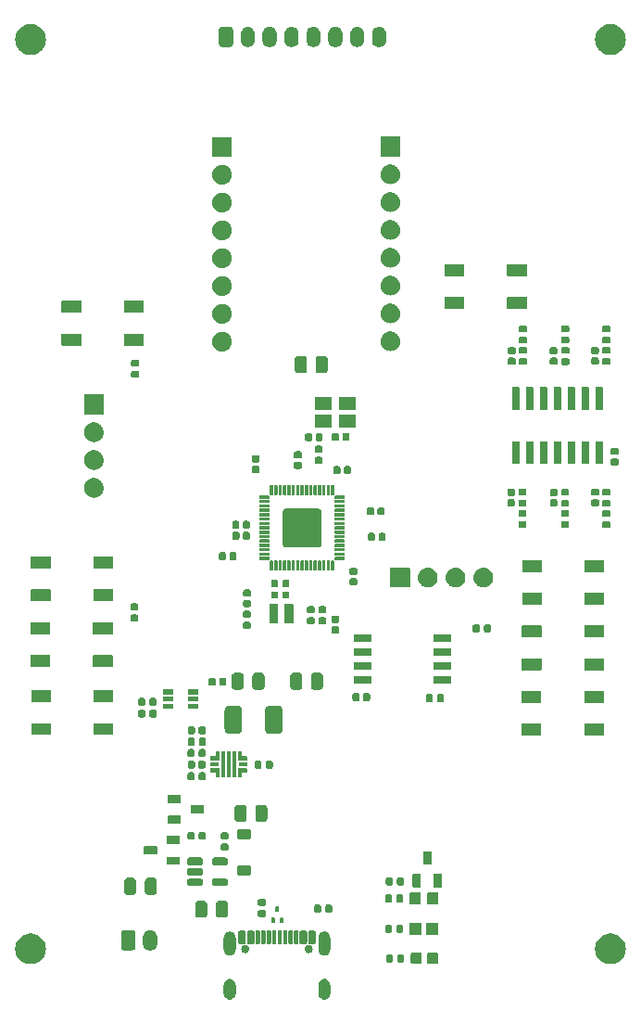
<source format=gbr>
%TF.GenerationSoftware,KiCad,Pcbnew,8.0.7*%
%TF.CreationDate,2025-02-19T12:10:22-05:00*%
%TF.ProjectId,RP2350_V1,52503233-3530-45f5-9631-2e6b69636164,1.0*%
%TF.SameCoordinates,Original*%
%TF.FileFunction,Soldermask,Top*%
%TF.FilePolarity,Negative*%
%FSLAX46Y46*%
G04 Gerber Fmt 4.6, Leading zero omitted, Abs format (unit mm)*
G04 Created by KiCad (PCBNEW 8.0.7) date 2025-02-19 12:10:22*
%MOMM*%
%LPD*%
G01*
G04 APERTURE LIST*
G04 APERTURE END LIST*
G36*
X138410859Y-123790942D02*
G01*
X138535428Y-123862862D01*
X138637138Y-123964572D01*
X138709058Y-124089141D01*
X138746286Y-124228080D01*
X138751000Y-124300000D01*
X138751000Y-125100000D01*
X138746286Y-125171920D01*
X138709058Y-125310859D01*
X138637138Y-125435428D01*
X138535428Y-125537138D01*
X138410859Y-125609058D01*
X138271920Y-125646286D01*
X138128080Y-125646286D01*
X137989141Y-125609058D01*
X137864572Y-125537138D01*
X137762862Y-125435428D01*
X137690942Y-125310859D01*
X137653714Y-125171920D01*
X137649000Y-125100000D01*
X137649000Y-124300000D01*
X137653714Y-124228080D01*
X137690942Y-124089141D01*
X137762862Y-123964572D01*
X137864572Y-123862862D01*
X137989141Y-123790942D01*
X138128080Y-123753714D01*
X138271920Y-123753714D01*
X138410859Y-123790942D01*
G37*
G36*
X147050859Y-123790942D02*
G01*
X147175428Y-123862862D01*
X147277138Y-123964572D01*
X147349058Y-124089141D01*
X147386286Y-124228080D01*
X147391000Y-124300000D01*
X147391000Y-125100000D01*
X147386286Y-125171920D01*
X147349058Y-125310859D01*
X147277138Y-125435428D01*
X147175428Y-125537138D01*
X147050859Y-125609058D01*
X146911920Y-125646286D01*
X146768080Y-125646286D01*
X146629141Y-125609058D01*
X146504572Y-125537138D01*
X146402862Y-125435428D01*
X146330942Y-125310859D01*
X146293714Y-125171920D01*
X146289000Y-125100000D01*
X146289000Y-124300000D01*
X146293714Y-124228080D01*
X146330942Y-124089141D01*
X146402862Y-123964572D01*
X146504572Y-123862862D01*
X146629141Y-123790942D01*
X146768080Y-123753714D01*
X146911920Y-123753714D01*
X147050859Y-123790942D01*
G37*
G36*
X120343925Y-119641870D02*
G01*
X120562775Y-119717002D01*
X120766274Y-119827130D01*
X120948871Y-119969251D01*
X121105586Y-120139488D01*
X121232143Y-120333198D01*
X121325090Y-120545096D01*
X121381892Y-120769403D01*
X121401000Y-121000000D01*
X121381892Y-121230597D01*
X121325090Y-121454904D01*
X121232143Y-121666802D01*
X121105586Y-121860512D01*
X120948871Y-122030749D01*
X120766274Y-122172870D01*
X120562775Y-122282998D01*
X120343925Y-122358130D01*
X120115694Y-122396215D01*
X119884306Y-122396215D01*
X119656075Y-122358130D01*
X119437225Y-122282998D01*
X119233726Y-122172870D01*
X119051129Y-122030749D01*
X118894414Y-121860512D01*
X118767857Y-121666802D01*
X118674910Y-121454904D01*
X118618108Y-121230597D01*
X118599000Y-121000000D01*
X118618108Y-120769403D01*
X118674910Y-120545096D01*
X118767857Y-120333198D01*
X118894414Y-120139488D01*
X119051129Y-119969251D01*
X119233726Y-119827130D01*
X119437225Y-119717002D01*
X119656075Y-119641870D01*
X119884306Y-119603785D01*
X120115694Y-119603785D01*
X120343925Y-119641870D01*
G37*
G36*
X173343925Y-119641870D02*
G01*
X173562775Y-119717002D01*
X173766274Y-119827130D01*
X173948871Y-119969251D01*
X174105586Y-120139488D01*
X174232143Y-120333198D01*
X174325090Y-120545096D01*
X174381892Y-120769403D01*
X174401000Y-121000000D01*
X174381892Y-121230597D01*
X174325090Y-121454904D01*
X174232143Y-121666802D01*
X174105586Y-121860512D01*
X173948871Y-122030749D01*
X173766274Y-122172870D01*
X173562775Y-122282998D01*
X173343925Y-122358130D01*
X173115694Y-122396215D01*
X172884306Y-122396215D01*
X172656075Y-122358130D01*
X172437225Y-122282998D01*
X172233726Y-122172870D01*
X172051129Y-122030749D01*
X171894414Y-121860512D01*
X171767857Y-121666802D01*
X171674910Y-121454904D01*
X171618108Y-121230597D01*
X171599000Y-121000000D01*
X171618108Y-120769403D01*
X171674910Y-120545096D01*
X171767857Y-120333198D01*
X171894414Y-120139488D01*
X172051129Y-119969251D01*
X172233726Y-119827130D01*
X172437225Y-119717002D01*
X172656075Y-119641870D01*
X172884306Y-119603785D01*
X173115694Y-119603785D01*
X173343925Y-119641870D01*
G37*
G36*
X155689034Y-121390764D02*
G01*
X155722125Y-121412875D01*
X155744236Y-121445966D01*
X155752000Y-121485000D01*
X155752000Y-122285000D01*
X155744236Y-122324034D01*
X155722125Y-122357125D01*
X155689034Y-122379236D01*
X155650000Y-122387000D01*
X154850000Y-122387000D01*
X154810966Y-122379236D01*
X154777875Y-122357125D01*
X154755764Y-122324034D01*
X154748000Y-122285000D01*
X154748000Y-121485000D01*
X154755764Y-121445966D01*
X154777875Y-121412875D01*
X154810966Y-121390764D01*
X154850000Y-121383000D01*
X155650000Y-121383000D01*
X155689034Y-121390764D01*
G37*
G36*
X157189034Y-121390764D02*
G01*
X157222125Y-121412875D01*
X157244236Y-121445966D01*
X157252000Y-121485000D01*
X157252000Y-122285000D01*
X157244236Y-122324034D01*
X157222125Y-122357125D01*
X157189034Y-122379236D01*
X157150000Y-122387000D01*
X156350000Y-122387000D01*
X156310966Y-122379236D01*
X156277875Y-122357125D01*
X156255764Y-122324034D01*
X156248000Y-122285000D01*
X156248000Y-121485000D01*
X156255764Y-121445966D01*
X156277875Y-121412875D01*
X156310966Y-121390764D01*
X156350000Y-121383000D01*
X157150000Y-121383000D01*
X157189034Y-121390764D01*
G37*
G36*
X152996179Y-121528158D02*
G01*
X153056522Y-121568478D01*
X153096842Y-121628821D01*
X153111000Y-121700000D01*
X153111000Y-122070000D01*
X153096842Y-122141179D01*
X153056522Y-122201522D01*
X152996179Y-122241842D01*
X152925000Y-122256000D01*
X152655000Y-122256000D01*
X152583821Y-122241842D01*
X152523478Y-122201522D01*
X152483158Y-122141179D01*
X152469000Y-122070000D01*
X152469000Y-121700000D01*
X152483158Y-121628821D01*
X152523478Y-121568478D01*
X152583821Y-121528158D01*
X152655000Y-121514000D01*
X152925000Y-121514000D01*
X152996179Y-121528158D01*
G37*
G36*
X154016179Y-121528158D02*
G01*
X154076522Y-121568478D01*
X154116842Y-121628821D01*
X154131000Y-121700000D01*
X154131000Y-122070000D01*
X154116842Y-122141179D01*
X154076522Y-122201522D01*
X154016179Y-122241842D01*
X153945000Y-122256000D01*
X153675000Y-122256000D01*
X153603821Y-122241842D01*
X153543478Y-122201522D01*
X153503158Y-122141179D01*
X153489000Y-122070000D01*
X153489000Y-121700000D01*
X153503158Y-121628821D01*
X153543478Y-121568478D01*
X153603821Y-121528158D01*
X153675000Y-121514000D01*
X153945000Y-121514000D01*
X154016179Y-121528158D01*
G37*
G36*
X138410859Y-119460942D02*
G01*
X138535428Y-119532862D01*
X138637138Y-119634572D01*
X138709058Y-119759141D01*
X138746286Y-119898080D01*
X138751000Y-119970000D01*
X138751000Y-121070000D01*
X138746286Y-121141920D01*
X138709058Y-121280859D01*
X138637138Y-121405428D01*
X138535428Y-121507138D01*
X138410859Y-121579058D01*
X138271920Y-121616286D01*
X138128080Y-121616286D01*
X137989141Y-121579058D01*
X137864572Y-121507138D01*
X137762862Y-121405428D01*
X137690942Y-121280859D01*
X137653714Y-121141920D01*
X137649000Y-121070000D01*
X137649000Y-119970000D01*
X137653714Y-119898080D01*
X137690942Y-119759141D01*
X137762862Y-119634572D01*
X137864572Y-119532862D01*
X137989141Y-119460942D01*
X138128080Y-119423714D01*
X138271920Y-119423714D01*
X138410859Y-119460942D01*
G37*
G36*
X147050859Y-119460942D02*
G01*
X147175428Y-119532862D01*
X147277138Y-119634572D01*
X147349058Y-119759141D01*
X147386286Y-119898080D01*
X147391000Y-119970000D01*
X147391000Y-121070000D01*
X147386286Y-121141920D01*
X147349058Y-121280859D01*
X147277138Y-121405428D01*
X147175428Y-121507138D01*
X147050859Y-121579058D01*
X146911920Y-121616286D01*
X146768080Y-121616286D01*
X146629141Y-121579058D01*
X146504572Y-121507138D01*
X146402862Y-121405428D01*
X146330942Y-121280859D01*
X146293714Y-121141920D01*
X146289000Y-121070000D01*
X146289000Y-119970000D01*
X146293714Y-119898080D01*
X146330942Y-119759141D01*
X146402862Y-119634572D01*
X146504572Y-119532862D01*
X146629141Y-119460942D01*
X146768080Y-119423714D01*
X146911920Y-119423714D01*
X147050859Y-119460942D01*
G37*
G36*
X139746190Y-120662403D02*
G01*
X139851007Y-120715810D01*
X139934190Y-120798993D01*
X139987597Y-120903810D01*
X140006000Y-121020000D01*
X139987597Y-121136190D01*
X139934190Y-121241007D01*
X139851007Y-121324190D01*
X139746190Y-121377597D01*
X139630000Y-121396000D01*
X139513810Y-121377597D01*
X139408993Y-121324190D01*
X139325810Y-121241007D01*
X139272403Y-121136190D01*
X139254000Y-121020000D01*
X139272403Y-120903810D01*
X139325810Y-120798993D01*
X139408993Y-120715810D01*
X139513810Y-120662403D01*
X139630000Y-120644000D01*
X139746190Y-120662403D01*
G37*
G36*
X145526190Y-120662403D02*
G01*
X145631007Y-120715810D01*
X145714190Y-120798993D01*
X145767597Y-120903810D01*
X145786000Y-121020000D01*
X145767597Y-121136190D01*
X145714190Y-121241007D01*
X145631007Y-121324190D01*
X145526190Y-121377597D01*
X145410000Y-121396000D01*
X145293810Y-121377597D01*
X145188993Y-121324190D01*
X145105810Y-121241007D01*
X145052403Y-121136190D01*
X145034000Y-121020000D01*
X145052403Y-120903810D01*
X145105810Y-120798993D01*
X145188993Y-120715810D01*
X145293810Y-120662403D01*
X145410000Y-120644000D01*
X145526190Y-120662403D01*
G37*
G36*
X129343914Y-119306995D02*
G01*
X129348645Y-119309084D01*
X129351811Y-119309501D01*
X129391442Y-119327981D01*
X129445106Y-119351676D01*
X129523324Y-119429894D01*
X129547028Y-119483579D01*
X129565498Y-119523188D01*
X129565914Y-119526351D01*
X129568005Y-119531086D01*
X129576000Y-119600000D01*
X129576000Y-120850000D01*
X129568005Y-120918914D01*
X129565914Y-120923648D01*
X129565498Y-120926811D01*
X129547036Y-120966402D01*
X129523324Y-121020106D01*
X129445106Y-121098324D01*
X129391402Y-121122036D01*
X129351811Y-121140498D01*
X129348648Y-121140914D01*
X129343914Y-121143005D01*
X129275000Y-121151000D01*
X128575000Y-121151000D01*
X128506086Y-121143005D01*
X128501351Y-121140914D01*
X128498188Y-121140498D01*
X128458579Y-121122028D01*
X128404894Y-121098324D01*
X128326676Y-121020106D01*
X128302981Y-120966442D01*
X128284501Y-120926811D01*
X128284084Y-120923645D01*
X128281995Y-120918914D01*
X128274000Y-120850000D01*
X128274000Y-119600000D01*
X128281995Y-119531086D01*
X128284084Y-119526354D01*
X128284501Y-119523188D01*
X128302989Y-119483538D01*
X128326676Y-119429894D01*
X128404894Y-119351676D01*
X128458538Y-119327989D01*
X128498188Y-119309501D01*
X128501354Y-119309084D01*
X128506086Y-119306995D01*
X128575000Y-119299000D01*
X129275000Y-119299000D01*
X129343914Y-119306995D01*
G37*
G36*
X131113975Y-119327032D02*
G01*
X131231879Y-119375869D01*
X131337990Y-119446770D01*
X131428230Y-119537010D01*
X131499131Y-119643121D01*
X131547968Y-119761025D01*
X131572865Y-119886191D01*
X131576000Y-119950000D01*
X131576000Y-120500000D01*
X131572865Y-120563809D01*
X131547968Y-120688975D01*
X131499131Y-120806879D01*
X131428230Y-120912990D01*
X131337990Y-121003230D01*
X131231879Y-121074131D01*
X131113975Y-121122968D01*
X130988809Y-121147865D01*
X130861191Y-121147865D01*
X130736025Y-121122968D01*
X130618121Y-121074131D01*
X130512010Y-121003230D01*
X130421770Y-120912990D01*
X130350869Y-120806879D01*
X130302032Y-120688975D01*
X130277135Y-120563809D01*
X130274000Y-120500000D01*
X130274000Y-119950000D01*
X130277135Y-119886191D01*
X130302032Y-119761025D01*
X130350869Y-119643121D01*
X130421770Y-119537010D01*
X130512010Y-119446770D01*
X130618121Y-119375869D01*
X130736025Y-119327032D01*
X130861191Y-119302135D01*
X130988809Y-119302135D01*
X131113975Y-119327032D01*
G37*
G36*
X139546919Y-119334300D02*
G01*
X139612128Y-119377872D01*
X139655700Y-119443081D01*
X139671000Y-119520000D01*
X139671000Y-120370000D01*
X139655700Y-120446919D01*
X139612128Y-120512128D01*
X139546919Y-120555700D01*
X139470000Y-120571000D01*
X139170000Y-120571000D01*
X139093081Y-120555700D01*
X139027872Y-120512128D01*
X138984300Y-120446919D01*
X138969000Y-120370000D01*
X138969000Y-119520000D01*
X138984300Y-119443081D01*
X139027872Y-119377872D01*
X139093081Y-119334300D01*
X139170000Y-119319000D01*
X139470000Y-119319000D01*
X139546919Y-119334300D01*
G37*
G36*
X140346919Y-119334300D02*
G01*
X140412128Y-119377872D01*
X140455700Y-119443081D01*
X140471000Y-119520000D01*
X140471000Y-120370000D01*
X140455700Y-120446919D01*
X140412128Y-120512128D01*
X140346919Y-120555700D01*
X140270000Y-120571000D01*
X139970000Y-120571000D01*
X139893081Y-120555700D01*
X139827872Y-120512128D01*
X139784300Y-120446919D01*
X139769000Y-120370000D01*
X139769000Y-119520000D01*
X139784300Y-119443081D01*
X139827872Y-119377872D01*
X139893081Y-119334300D01*
X139970000Y-119319000D01*
X140270000Y-119319000D01*
X140346919Y-119334300D01*
G37*
G36*
X140893218Y-119328591D02*
G01*
X140934095Y-119355905D01*
X140961409Y-119396782D01*
X140971000Y-119445000D01*
X140971000Y-120445000D01*
X140961409Y-120493218D01*
X140934095Y-120534095D01*
X140893218Y-120561409D01*
X140845000Y-120571000D01*
X140695000Y-120571000D01*
X140646782Y-120561409D01*
X140605905Y-120534095D01*
X140578591Y-120493218D01*
X140569000Y-120445000D01*
X140569000Y-119445000D01*
X140578591Y-119396782D01*
X140605905Y-119355905D01*
X140646782Y-119328591D01*
X140695000Y-119319000D01*
X140845000Y-119319000D01*
X140893218Y-119328591D01*
G37*
G36*
X141393218Y-119328591D02*
G01*
X141434095Y-119355905D01*
X141461409Y-119396782D01*
X141471000Y-119445000D01*
X141471000Y-120445000D01*
X141461409Y-120493218D01*
X141434095Y-120534095D01*
X141393218Y-120561409D01*
X141345000Y-120571000D01*
X141195000Y-120571000D01*
X141146782Y-120561409D01*
X141105905Y-120534095D01*
X141078591Y-120493218D01*
X141069000Y-120445000D01*
X141069000Y-119445000D01*
X141078591Y-119396782D01*
X141105905Y-119355905D01*
X141146782Y-119328591D01*
X141195000Y-119319000D01*
X141345000Y-119319000D01*
X141393218Y-119328591D01*
G37*
G36*
X141893218Y-119328591D02*
G01*
X141934095Y-119355905D01*
X141961409Y-119396782D01*
X141971000Y-119445000D01*
X141971000Y-120445000D01*
X141961409Y-120493218D01*
X141934095Y-120534095D01*
X141893218Y-120561409D01*
X141845000Y-120571000D01*
X141695000Y-120571000D01*
X141646782Y-120561409D01*
X141605905Y-120534095D01*
X141578591Y-120493218D01*
X141569000Y-120445000D01*
X141569000Y-119445000D01*
X141578591Y-119396782D01*
X141605905Y-119355905D01*
X141646782Y-119328591D01*
X141695000Y-119319000D01*
X141845000Y-119319000D01*
X141893218Y-119328591D01*
G37*
G36*
X142393218Y-119328591D02*
G01*
X142434095Y-119355905D01*
X142461409Y-119396782D01*
X142471000Y-119445000D01*
X142471000Y-120445000D01*
X142461409Y-120493218D01*
X142434095Y-120534095D01*
X142393218Y-120561409D01*
X142345000Y-120571000D01*
X142195000Y-120571000D01*
X142146782Y-120561409D01*
X142105905Y-120534095D01*
X142078591Y-120493218D01*
X142069000Y-120445000D01*
X142069000Y-119445000D01*
X142078591Y-119396782D01*
X142105905Y-119355905D01*
X142146782Y-119328591D01*
X142195000Y-119319000D01*
X142345000Y-119319000D01*
X142393218Y-119328591D01*
G37*
G36*
X142893218Y-119328591D02*
G01*
X142934095Y-119355905D01*
X142961409Y-119396782D01*
X142971000Y-119445000D01*
X142971000Y-120445000D01*
X142961409Y-120493218D01*
X142934095Y-120534095D01*
X142893218Y-120561409D01*
X142845000Y-120571000D01*
X142695000Y-120571000D01*
X142646782Y-120561409D01*
X142605905Y-120534095D01*
X142578591Y-120493218D01*
X142569000Y-120445000D01*
X142569000Y-119445000D01*
X142578591Y-119396782D01*
X142605905Y-119355905D01*
X142646782Y-119328591D01*
X142695000Y-119319000D01*
X142845000Y-119319000D01*
X142893218Y-119328591D01*
G37*
G36*
X143393218Y-119328591D02*
G01*
X143434095Y-119355905D01*
X143461409Y-119396782D01*
X143471000Y-119445000D01*
X143471000Y-120445000D01*
X143461409Y-120493218D01*
X143434095Y-120534095D01*
X143393218Y-120561409D01*
X143345000Y-120571000D01*
X143195000Y-120571000D01*
X143146782Y-120561409D01*
X143105905Y-120534095D01*
X143078591Y-120493218D01*
X143069000Y-120445000D01*
X143069000Y-119445000D01*
X143078591Y-119396782D01*
X143105905Y-119355905D01*
X143146782Y-119328591D01*
X143195000Y-119319000D01*
X143345000Y-119319000D01*
X143393218Y-119328591D01*
G37*
G36*
X143893218Y-119328591D02*
G01*
X143934095Y-119355905D01*
X143961409Y-119396782D01*
X143971000Y-119445000D01*
X143971000Y-120445000D01*
X143961409Y-120493218D01*
X143934095Y-120534095D01*
X143893218Y-120561409D01*
X143845000Y-120571000D01*
X143695000Y-120571000D01*
X143646782Y-120561409D01*
X143605905Y-120534095D01*
X143578591Y-120493218D01*
X143569000Y-120445000D01*
X143569000Y-119445000D01*
X143578591Y-119396782D01*
X143605905Y-119355905D01*
X143646782Y-119328591D01*
X143695000Y-119319000D01*
X143845000Y-119319000D01*
X143893218Y-119328591D01*
G37*
G36*
X144393218Y-119328591D02*
G01*
X144434095Y-119355905D01*
X144461409Y-119396782D01*
X144471000Y-119445000D01*
X144471000Y-120445000D01*
X144461409Y-120493218D01*
X144434095Y-120534095D01*
X144393218Y-120561409D01*
X144345000Y-120571000D01*
X144195000Y-120571000D01*
X144146782Y-120561409D01*
X144105905Y-120534095D01*
X144078591Y-120493218D01*
X144069000Y-120445000D01*
X144069000Y-119445000D01*
X144078591Y-119396782D01*
X144105905Y-119355905D01*
X144146782Y-119328591D01*
X144195000Y-119319000D01*
X144345000Y-119319000D01*
X144393218Y-119328591D01*
G37*
G36*
X145146919Y-119334300D02*
G01*
X145212128Y-119377872D01*
X145255700Y-119443081D01*
X145271000Y-119520000D01*
X145271000Y-120370000D01*
X145255700Y-120446919D01*
X145212128Y-120512128D01*
X145146919Y-120555700D01*
X145070000Y-120571000D01*
X144770000Y-120571000D01*
X144693081Y-120555700D01*
X144627872Y-120512128D01*
X144584300Y-120446919D01*
X144569000Y-120370000D01*
X144569000Y-119520000D01*
X144584300Y-119443081D01*
X144627872Y-119377872D01*
X144693081Y-119334300D01*
X144770000Y-119319000D01*
X145070000Y-119319000D01*
X145146919Y-119334300D01*
G37*
G36*
X145946919Y-119334300D02*
G01*
X146012128Y-119377872D01*
X146055700Y-119443081D01*
X146071000Y-119520000D01*
X146071000Y-120370000D01*
X146055700Y-120446919D01*
X146012128Y-120512128D01*
X145946919Y-120555700D01*
X145870000Y-120571000D01*
X145570000Y-120571000D01*
X145493081Y-120555700D01*
X145427872Y-120512128D01*
X145384300Y-120446919D01*
X145369000Y-120370000D01*
X145369000Y-119520000D01*
X145384300Y-119443081D01*
X145427872Y-119377872D01*
X145493081Y-119334300D01*
X145570000Y-119319000D01*
X145870000Y-119319000D01*
X145946919Y-119334300D01*
G37*
G36*
X155696034Y-118630764D02*
G01*
X155729125Y-118652875D01*
X155751236Y-118685966D01*
X155759000Y-118725000D01*
X155759000Y-119655000D01*
X155751236Y-119694034D01*
X155729125Y-119727125D01*
X155696034Y-119749236D01*
X155657000Y-119757000D01*
X154747000Y-119757000D01*
X154707966Y-119749236D01*
X154674875Y-119727125D01*
X154652764Y-119694034D01*
X154645000Y-119655000D01*
X154645000Y-118725000D01*
X154652764Y-118685966D01*
X154674875Y-118652875D01*
X154707966Y-118630764D01*
X154747000Y-118623000D01*
X155657000Y-118623000D01*
X155696034Y-118630764D01*
G37*
G36*
X157216034Y-118630764D02*
G01*
X157249125Y-118652875D01*
X157271236Y-118685966D01*
X157279000Y-118725000D01*
X157279000Y-119655000D01*
X157271236Y-119694034D01*
X157249125Y-119727125D01*
X157216034Y-119749236D01*
X157177000Y-119757000D01*
X156267000Y-119757000D01*
X156227966Y-119749236D01*
X156194875Y-119727125D01*
X156172764Y-119694034D01*
X156165000Y-119655000D01*
X156165000Y-118725000D01*
X156172764Y-118685966D01*
X156194875Y-118652875D01*
X156227966Y-118630764D01*
X156267000Y-118623000D01*
X157177000Y-118623000D01*
X157216034Y-118630764D01*
G37*
G36*
X152921179Y-118818158D02*
G01*
X152981522Y-118858478D01*
X153021842Y-118918821D01*
X153036000Y-118990000D01*
X153036000Y-119360000D01*
X153021842Y-119431179D01*
X152981522Y-119491522D01*
X152921179Y-119531842D01*
X152850000Y-119546000D01*
X152580000Y-119546000D01*
X152508821Y-119531842D01*
X152448478Y-119491522D01*
X152408158Y-119431179D01*
X152394000Y-119360000D01*
X152394000Y-118990000D01*
X152408158Y-118918821D01*
X152448478Y-118858478D01*
X152508821Y-118818158D01*
X152580000Y-118804000D01*
X152850000Y-118804000D01*
X152921179Y-118818158D01*
G37*
G36*
X153941179Y-118818158D02*
G01*
X154001522Y-118858478D01*
X154041842Y-118918821D01*
X154056000Y-118990000D01*
X154056000Y-119360000D01*
X154041842Y-119431179D01*
X154001522Y-119491522D01*
X153941179Y-119531842D01*
X153870000Y-119546000D01*
X153600000Y-119546000D01*
X153528821Y-119531842D01*
X153468478Y-119491522D01*
X153428158Y-119431179D01*
X153414000Y-119360000D01*
X153414000Y-118990000D01*
X153428158Y-118918821D01*
X153468478Y-118858478D01*
X153528821Y-118818158D01*
X153600000Y-118804000D01*
X153870000Y-118804000D01*
X153941179Y-118818158D01*
G37*
G36*
X142279019Y-118179882D02*
G01*
X142295564Y-118190938D01*
X142306620Y-118207483D01*
X142310502Y-118227000D01*
X142310502Y-118633400D01*
X142306620Y-118652917D01*
X142295564Y-118669462D01*
X142279019Y-118680518D01*
X142259502Y-118684400D01*
X142030902Y-118684400D01*
X142011385Y-118680518D01*
X141994840Y-118669462D01*
X141983784Y-118652917D01*
X141979902Y-118633400D01*
X141979902Y-118227000D01*
X141983784Y-118207483D01*
X141994840Y-118190938D01*
X142011385Y-118179882D01*
X142030902Y-118176000D01*
X142259502Y-118176000D01*
X142279019Y-118179882D01*
G37*
G36*
X143079017Y-118179882D02*
G01*
X143095562Y-118190938D01*
X143106618Y-118207483D01*
X143110500Y-118227000D01*
X143110500Y-118633400D01*
X143106618Y-118652917D01*
X143095562Y-118669462D01*
X143079017Y-118680518D01*
X143059500Y-118684400D01*
X142830900Y-118684400D01*
X142811383Y-118680518D01*
X142794838Y-118669462D01*
X142783782Y-118652917D01*
X142779900Y-118633400D01*
X142779900Y-118227000D01*
X142783782Y-118207483D01*
X142794838Y-118190938D01*
X142811383Y-118179882D01*
X142830900Y-118176000D01*
X143059500Y-118176000D01*
X143079017Y-118179882D01*
G37*
G36*
X135904114Y-116632195D02*
G01*
X135908845Y-116634284D01*
X135912011Y-116634701D01*
X135951642Y-116653181D01*
X136005306Y-116676876D01*
X136083524Y-116755094D01*
X136107228Y-116808779D01*
X136125698Y-116848388D01*
X136126114Y-116851551D01*
X136128205Y-116856286D01*
X136136200Y-116925200D01*
X136136200Y-117875200D01*
X136128205Y-117944114D01*
X136126114Y-117948848D01*
X136125698Y-117952011D01*
X136107236Y-117991602D01*
X136083524Y-118045306D01*
X136005306Y-118123524D01*
X135951602Y-118147236D01*
X135912011Y-118165698D01*
X135908848Y-118166114D01*
X135904114Y-118168205D01*
X135835200Y-118176200D01*
X135335200Y-118176200D01*
X135266286Y-118168205D01*
X135261551Y-118166114D01*
X135258388Y-118165698D01*
X135218779Y-118147228D01*
X135165094Y-118123524D01*
X135086876Y-118045306D01*
X135063181Y-117991642D01*
X135044701Y-117952011D01*
X135044284Y-117948845D01*
X135042195Y-117944114D01*
X135034200Y-117875200D01*
X135034200Y-116925200D01*
X135042195Y-116856286D01*
X135044284Y-116851554D01*
X135044701Y-116848388D01*
X135063189Y-116808738D01*
X135086876Y-116755094D01*
X135165094Y-116676876D01*
X135218738Y-116653189D01*
X135258388Y-116634701D01*
X135261554Y-116634284D01*
X135266286Y-116632195D01*
X135335200Y-116624200D01*
X135835200Y-116624200D01*
X135904114Y-116632195D01*
G37*
G36*
X137804114Y-116632195D02*
G01*
X137808845Y-116634284D01*
X137812011Y-116634701D01*
X137851642Y-116653181D01*
X137905306Y-116676876D01*
X137983524Y-116755094D01*
X138007228Y-116808779D01*
X138025698Y-116848388D01*
X138026114Y-116851551D01*
X138028205Y-116856286D01*
X138036200Y-116925200D01*
X138036200Y-117875200D01*
X138028205Y-117944114D01*
X138026114Y-117948848D01*
X138025698Y-117952011D01*
X138007236Y-117991602D01*
X137983524Y-118045306D01*
X137905306Y-118123524D01*
X137851602Y-118147236D01*
X137812011Y-118165698D01*
X137808848Y-118166114D01*
X137804114Y-118168205D01*
X137735200Y-118176200D01*
X137235200Y-118176200D01*
X137166286Y-118168205D01*
X137161551Y-118166114D01*
X137158388Y-118165698D01*
X137118779Y-118147228D01*
X137065094Y-118123524D01*
X136986876Y-118045306D01*
X136963181Y-117991642D01*
X136944701Y-117952011D01*
X136944284Y-117948845D01*
X136942195Y-117944114D01*
X136934200Y-117875200D01*
X136934200Y-116925200D01*
X136942195Y-116856286D01*
X136944284Y-116851554D01*
X136944701Y-116848388D01*
X136963189Y-116808738D01*
X136986876Y-116755094D01*
X137065094Y-116676876D01*
X137118738Y-116653189D01*
X137158388Y-116634701D01*
X137161554Y-116634284D01*
X137166286Y-116632195D01*
X137235200Y-116624200D01*
X137735200Y-116624200D01*
X137804114Y-116632195D01*
G37*
G36*
X141381179Y-117478158D02*
G01*
X141441522Y-117518478D01*
X141481842Y-117578821D01*
X141496000Y-117650000D01*
X141496000Y-117920000D01*
X141481842Y-117991179D01*
X141441522Y-118051522D01*
X141381179Y-118091842D01*
X141310000Y-118106000D01*
X140940000Y-118106000D01*
X140868821Y-118091842D01*
X140808478Y-118051522D01*
X140768158Y-117991179D01*
X140754000Y-117920000D01*
X140754000Y-117650000D01*
X140768158Y-117578821D01*
X140808478Y-117518478D01*
X140868821Y-117478158D01*
X140940000Y-117464000D01*
X141310000Y-117464000D01*
X141381179Y-117478158D01*
G37*
G36*
X146426179Y-116983158D02*
G01*
X146486522Y-117023478D01*
X146526842Y-117083821D01*
X146541000Y-117155000D01*
X146541000Y-117525000D01*
X146526842Y-117596179D01*
X146486522Y-117656522D01*
X146426179Y-117696842D01*
X146355000Y-117711000D01*
X146085000Y-117711000D01*
X146013821Y-117696842D01*
X145953478Y-117656522D01*
X145913158Y-117596179D01*
X145899000Y-117525000D01*
X145899000Y-117155000D01*
X145913158Y-117083821D01*
X145953478Y-117023478D01*
X146013821Y-116983158D01*
X146085000Y-116969000D01*
X146355000Y-116969000D01*
X146426179Y-116983158D01*
G37*
G36*
X147446179Y-116983158D02*
G01*
X147506522Y-117023478D01*
X147546842Y-117083821D01*
X147561000Y-117155000D01*
X147561000Y-117525000D01*
X147546842Y-117596179D01*
X147506522Y-117656522D01*
X147446179Y-117696842D01*
X147375000Y-117711000D01*
X147105000Y-117711000D01*
X147033821Y-117696842D01*
X146973478Y-117656522D01*
X146933158Y-117596179D01*
X146919000Y-117525000D01*
X146919000Y-117155000D01*
X146933158Y-117083821D01*
X146973478Y-117023478D01*
X147033821Y-116983158D01*
X147105000Y-116969000D01*
X147375000Y-116969000D01*
X147446179Y-116983158D01*
G37*
G36*
X142679018Y-117138482D02*
G01*
X142695563Y-117149538D01*
X142706619Y-117166083D01*
X142710501Y-117185600D01*
X142710501Y-117592000D01*
X142706619Y-117611517D01*
X142695563Y-117628062D01*
X142679018Y-117639118D01*
X142659501Y-117643000D01*
X142430901Y-117643000D01*
X142411384Y-117639118D01*
X142394839Y-117628062D01*
X142383783Y-117611517D01*
X142379901Y-117592000D01*
X142379901Y-117185600D01*
X142383783Y-117166083D01*
X142394839Y-117149538D01*
X142411384Y-117138482D01*
X142430901Y-117134600D01*
X142659501Y-117134600D01*
X142679018Y-117138482D01*
G37*
G36*
X141381179Y-116458158D02*
G01*
X141441522Y-116498478D01*
X141481842Y-116558821D01*
X141496000Y-116630000D01*
X141496000Y-116900000D01*
X141481842Y-116971179D01*
X141441522Y-117031522D01*
X141381179Y-117071842D01*
X141310000Y-117086000D01*
X140940000Y-117086000D01*
X140868821Y-117071842D01*
X140808478Y-117031522D01*
X140768158Y-116971179D01*
X140754000Y-116900000D01*
X140754000Y-116630000D01*
X140768158Y-116558821D01*
X140808478Y-116498478D01*
X140868821Y-116458158D01*
X140940000Y-116444000D01*
X141310000Y-116444000D01*
X141381179Y-116458158D01*
G37*
G36*
X155599034Y-115865764D02*
G01*
X155632125Y-115887875D01*
X155654236Y-115920966D01*
X155662000Y-115960000D01*
X155662000Y-116890000D01*
X155654236Y-116929034D01*
X155632125Y-116962125D01*
X155599034Y-116984236D01*
X155560000Y-116992000D01*
X154750000Y-116992000D01*
X154710966Y-116984236D01*
X154677875Y-116962125D01*
X154655764Y-116929034D01*
X154648000Y-116890000D01*
X154648000Y-115960000D01*
X154655764Y-115920966D01*
X154677875Y-115887875D01*
X154710966Y-115865764D01*
X154750000Y-115858000D01*
X155560000Y-115858000D01*
X155599034Y-115865764D01*
G37*
G36*
X157219034Y-115865764D02*
G01*
X157252125Y-115887875D01*
X157274236Y-115920966D01*
X157282000Y-115960000D01*
X157282000Y-116890000D01*
X157274236Y-116929034D01*
X157252125Y-116962125D01*
X157219034Y-116984236D01*
X157180000Y-116992000D01*
X156370000Y-116992000D01*
X156330966Y-116984236D01*
X156297875Y-116962125D01*
X156275764Y-116929034D01*
X156268000Y-116890000D01*
X156268000Y-115960000D01*
X156275764Y-115920966D01*
X156297875Y-115887875D01*
X156330966Y-115865764D01*
X156370000Y-115858000D01*
X157180000Y-115858000D01*
X157219034Y-115865764D01*
G37*
G36*
X152934179Y-116048158D02*
G01*
X152994522Y-116088478D01*
X153034842Y-116148821D01*
X153049000Y-116220000D01*
X153049000Y-116590000D01*
X153034842Y-116661179D01*
X152994522Y-116721522D01*
X152934179Y-116761842D01*
X152863000Y-116776000D01*
X152593000Y-116776000D01*
X152521821Y-116761842D01*
X152461478Y-116721522D01*
X152421158Y-116661179D01*
X152407000Y-116590000D01*
X152407000Y-116220000D01*
X152421158Y-116148821D01*
X152461478Y-116088478D01*
X152521821Y-116048158D01*
X152593000Y-116034000D01*
X152863000Y-116034000D01*
X152934179Y-116048158D01*
G37*
G36*
X153954179Y-116048158D02*
G01*
X154014522Y-116088478D01*
X154054842Y-116148821D01*
X154069000Y-116220000D01*
X154069000Y-116590000D01*
X154054842Y-116661179D01*
X154014522Y-116721522D01*
X153954179Y-116761842D01*
X153883000Y-116776000D01*
X153613000Y-116776000D01*
X153541821Y-116761842D01*
X153481478Y-116721522D01*
X153441158Y-116661179D01*
X153427000Y-116590000D01*
X153427000Y-116220000D01*
X153441158Y-116148821D01*
X153481478Y-116088478D01*
X153541821Y-116048158D01*
X153613000Y-116034000D01*
X153883000Y-116034000D01*
X153954179Y-116048158D01*
G37*
G36*
X129418914Y-114531995D02*
G01*
X129423645Y-114534084D01*
X129426811Y-114534501D01*
X129466442Y-114552981D01*
X129520106Y-114576676D01*
X129598324Y-114654894D01*
X129622028Y-114708579D01*
X129640498Y-114748188D01*
X129640914Y-114751351D01*
X129643005Y-114756086D01*
X129651000Y-114825000D01*
X129651000Y-115775000D01*
X129643005Y-115843914D01*
X129640914Y-115848648D01*
X129640498Y-115851811D01*
X129622036Y-115891402D01*
X129598324Y-115945106D01*
X129520106Y-116023324D01*
X129466402Y-116047036D01*
X129426811Y-116065498D01*
X129423648Y-116065914D01*
X129418914Y-116068005D01*
X129350000Y-116076000D01*
X128850000Y-116076000D01*
X128781086Y-116068005D01*
X128776351Y-116065914D01*
X128773188Y-116065498D01*
X128733579Y-116047028D01*
X128679894Y-116023324D01*
X128601676Y-115945106D01*
X128577981Y-115891442D01*
X128559501Y-115851811D01*
X128559084Y-115848645D01*
X128556995Y-115843914D01*
X128549000Y-115775000D01*
X128549000Y-114825000D01*
X128556995Y-114756086D01*
X128559084Y-114751354D01*
X128559501Y-114748188D01*
X128577989Y-114708538D01*
X128601676Y-114654894D01*
X128679894Y-114576676D01*
X128733538Y-114552989D01*
X128773188Y-114534501D01*
X128776354Y-114534084D01*
X128781086Y-114531995D01*
X128850000Y-114524000D01*
X129350000Y-114524000D01*
X129418914Y-114531995D01*
G37*
G36*
X131318914Y-114531995D02*
G01*
X131323645Y-114534084D01*
X131326811Y-114534501D01*
X131366442Y-114552981D01*
X131420106Y-114576676D01*
X131498324Y-114654894D01*
X131522028Y-114708579D01*
X131540498Y-114748188D01*
X131540914Y-114751351D01*
X131543005Y-114756086D01*
X131551000Y-114825000D01*
X131551000Y-115775000D01*
X131543005Y-115843914D01*
X131540914Y-115848648D01*
X131540498Y-115851811D01*
X131522036Y-115891402D01*
X131498324Y-115945106D01*
X131420106Y-116023324D01*
X131366402Y-116047036D01*
X131326811Y-116065498D01*
X131323648Y-116065914D01*
X131318914Y-116068005D01*
X131250000Y-116076000D01*
X130750000Y-116076000D01*
X130681086Y-116068005D01*
X130676351Y-116065914D01*
X130673188Y-116065498D01*
X130633579Y-116047028D01*
X130579894Y-116023324D01*
X130501676Y-115945106D01*
X130477981Y-115891442D01*
X130459501Y-115851811D01*
X130459084Y-115848645D01*
X130456995Y-115843914D01*
X130449000Y-115775000D01*
X130449000Y-114825000D01*
X130456995Y-114756086D01*
X130459084Y-114751354D01*
X130459501Y-114748188D01*
X130477989Y-114708538D01*
X130501676Y-114654894D01*
X130579894Y-114576676D01*
X130633538Y-114552989D01*
X130673188Y-114534501D01*
X130676354Y-114534084D01*
X130681086Y-114531995D01*
X130750000Y-114524000D01*
X131250000Y-114524000D01*
X131318914Y-114531995D01*
G37*
G36*
X155634517Y-114197882D02*
G01*
X155651062Y-114208938D01*
X155662118Y-114225483D01*
X155666000Y-114245000D01*
X155666000Y-115345000D01*
X155662118Y-115364517D01*
X155651062Y-115381062D01*
X155634517Y-115392118D01*
X155615000Y-115396000D01*
X154965000Y-115396000D01*
X154945483Y-115392118D01*
X154928938Y-115381062D01*
X154917882Y-115364517D01*
X154914000Y-115345000D01*
X154914000Y-114245000D01*
X154917882Y-114225483D01*
X154928938Y-114208938D01*
X154945483Y-114197882D01*
X154965000Y-114194000D01*
X155615000Y-114194000D01*
X155634517Y-114197882D01*
G37*
G36*
X157554517Y-114197882D02*
G01*
X157571062Y-114208938D01*
X157582118Y-114225483D01*
X157586000Y-114245000D01*
X157586000Y-115345000D01*
X157582118Y-115364517D01*
X157571062Y-115381062D01*
X157554517Y-115392118D01*
X157535000Y-115396000D01*
X156885000Y-115396000D01*
X156865483Y-115392118D01*
X156848938Y-115381062D01*
X156837882Y-115364517D01*
X156834000Y-115345000D01*
X156834000Y-114245000D01*
X156837882Y-114225483D01*
X156848938Y-114208938D01*
X156865483Y-114197882D01*
X156885000Y-114194000D01*
X157535000Y-114194000D01*
X157554517Y-114197882D01*
G37*
G36*
X135617119Y-114584500D02*
G01*
X135682328Y-114628072D01*
X135725900Y-114693281D01*
X135741200Y-114770200D01*
X135741200Y-115070200D01*
X135725900Y-115147119D01*
X135682328Y-115212328D01*
X135617119Y-115255900D01*
X135540200Y-115271200D01*
X134515200Y-115271200D01*
X134438281Y-115255900D01*
X134373072Y-115212328D01*
X134329500Y-115147119D01*
X134314200Y-115070200D01*
X134314200Y-114770200D01*
X134329500Y-114693281D01*
X134373072Y-114628072D01*
X134438281Y-114584500D01*
X134515200Y-114569200D01*
X135540200Y-114569200D01*
X135617119Y-114584500D01*
G37*
G36*
X137892119Y-114584500D02*
G01*
X137957328Y-114628072D01*
X138000900Y-114693281D01*
X138016200Y-114770200D01*
X138016200Y-115070200D01*
X138000900Y-115147119D01*
X137957328Y-115212328D01*
X137892119Y-115255900D01*
X137815200Y-115271200D01*
X136790200Y-115271200D01*
X136713281Y-115255900D01*
X136648072Y-115212328D01*
X136604500Y-115147119D01*
X136589200Y-115070200D01*
X136589200Y-114770200D01*
X136604500Y-114693281D01*
X136648072Y-114628072D01*
X136713281Y-114584500D01*
X136790200Y-114569200D01*
X137815200Y-114569200D01*
X137892119Y-114584500D01*
G37*
G36*
X152986179Y-114488158D02*
G01*
X153046522Y-114528478D01*
X153086842Y-114588821D01*
X153101000Y-114660000D01*
X153101000Y-115030000D01*
X153086842Y-115101179D01*
X153046522Y-115161522D01*
X152986179Y-115201842D01*
X152915000Y-115216000D01*
X152645000Y-115216000D01*
X152573821Y-115201842D01*
X152513478Y-115161522D01*
X152473158Y-115101179D01*
X152459000Y-115030000D01*
X152459000Y-114660000D01*
X152473158Y-114588821D01*
X152513478Y-114528478D01*
X152573821Y-114488158D01*
X152645000Y-114474000D01*
X152915000Y-114474000D01*
X152986179Y-114488158D01*
G37*
G36*
X154006179Y-114488158D02*
G01*
X154066522Y-114528478D01*
X154106842Y-114588821D01*
X154121000Y-114660000D01*
X154121000Y-115030000D01*
X154106842Y-115101179D01*
X154066522Y-115161522D01*
X154006179Y-115201842D01*
X153935000Y-115216000D01*
X153665000Y-115216000D01*
X153593821Y-115201842D01*
X153533478Y-115161522D01*
X153493158Y-115101179D01*
X153479000Y-115030000D01*
X153479000Y-114660000D01*
X153493158Y-114588821D01*
X153533478Y-114528478D01*
X153593821Y-114488158D01*
X153665000Y-114474000D01*
X153935000Y-114474000D01*
X154006179Y-114488158D01*
G37*
G36*
X139885974Y-113360348D02*
G01*
X139950541Y-113368849D01*
X139966780Y-113376421D01*
X139985821Y-113380209D01*
X140011039Y-113397059D01*
X140038108Y-113409682D01*
X140054577Y-113426151D01*
X140075361Y-113440039D01*
X140089248Y-113460822D01*
X140105717Y-113477291D01*
X140118338Y-113504357D01*
X140135191Y-113529579D01*
X140138978Y-113548622D01*
X140146550Y-113564859D01*
X140155048Y-113629412D01*
X140156200Y-113635200D01*
X140156200Y-114085200D01*
X140155048Y-114090989D01*
X140146550Y-114155541D01*
X140138979Y-114171777D01*
X140135191Y-114190821D01*
X140118336Y-114216044D01*
X140105717Y-114243108D01*
X140089250Y-114259574D01*
X140075361Y-114280361D01*
X140054574Y-114294250D01*
X140038108Y-114310717D01*
X140011045Y-114323336D01*
X139985821Y-114340191D01*
X139966775Y-114343979D01*
X139950540Y-114351550D01*
X139885989Y-114360048D01*
X139880200Y-114361200D01*
X139130200Y-114361200D01*
X139124412Y-114360048D01*
X139059858Y-114351550D01*
X139043621Y-114343978D01*
X139024579Y-114340191D01*
X138999357Y-114323338D01*
X138972291Y-114310717D01*
X138955822Y-114294248D01*
X138935039Y-114280361D01*
X138921151Y-114259577D01*
X138904682Y-114243108D01*
X138892060Y-114216040D01*
X138875209Y-114190821D01*
X138871421Y-114171779D01*
X138863849Y-114155540D01*
X138855348Y-114090974D01*
X138854200Y-114085200D01*
X138854200Y-113635200D01*
X138855348Y-113629427D01*
X138863849Y-113564858D01*
X138871422Y-113548617D01*
X138875209Y-113529579D01*
X138892058Y-113504362D01*
X138904682Y-113477291D01*
X138921153Y-113460819D01*
X138935039Y-113440039D01*
X138955819Y-113426153D01*
X138972291Y-113409682D01*
X138999362Y-113397058D01*
X139024579Y-113380209D01*
X139043618Y-113376421D01*
X139059859Y-113368849D01*
X139124427Y-113360348D01*
X139130200Y-113359200D01*
X139880200Y-113359200D01*
X139885974Y-113360348D01*
G37*
G36*
X135617119Y-113634500D02*
G01*
X135682328Y-113678072D01*
X135725900Y-113743281D01*
X135741200Y-113820200D01*
X135741200Y-114120200D01*
X135725900Y-114197119D01*
X135682328Y-114262328D01*
X135617119Y-114305900D01*
X135540200Y-114321200D01*
X134515200Y-114321200D01*
X134438281Y-114305900D01*
X134373072Y-114262328D01*
X134329500Y-114197119D01*
X134314200Y-114120200D01*
X134314200Y-113820200D01*
X134329500Y-113743281D01*
X134373072Y-113678072D01*
X134438281Y-113634500D01*
X134515200Y-113619200D01*
X135540200Y-113619200D01*
X135617119Y-113634500D01*
G37*
G36*
X135617119Y-112684500D02*
G01*
X135682328Y-112728072D01*
X135725900Y-112793281D01*
X135741200Y-112870200D01*
X135741200Y-113170200D01*
X135725900Y-113247119D01*
X135682328Y-113312328D01*
X135617119Y-113355900D01*
X135540200Y-113371200D01*
X134515200Y-113371200D01*
X134438281Y-113355900D01*
X134373072Y-113312328D01*
X134329500Y-113247119D01*
X134314200Y-113170200D01*
X134314200Y-112870200D01*
X134329500Y-112793281D01*
X134373072Y-112728072D01*
X134438281Y-112684500D01*
X134515200Y-112669200D01*
X135540200Y-112669200D01*
X135617119Y-112684500D01*
G37*
G36*
X137892119Y-112684500D02*
G01*
X137957328Y-112728072D01*
X138000900Y-112793281D01*
X138016200Y-112870200D01*
X138016200Y-113170200D01*
X138000900Y-113247119D01*
X137957328Y-113312328D01*
X137892119Y-113355900D01*
X137815200Y-113371200D01*
X136790200Y-113371200D01*
X136713281Y-113355900D01*
X136648072Y-113312328D01*
X136604500Y-113247119D01*
X136589200Y-113170200D01*
X136589200Y-112870200D01*
X136604500Y-112793281D01*
X136648072Y-112728072D01*
X136713281Y-112684500D01*
X136790200Y-112669200D01*
X137815200Y-112669200D01*
X137892119Y-112684500D01*
G37*
G36*
X133624717Y-112598082D02*
G01*
X133641262Y-112609138D01*
X133652318Y-112625683D01*
X133656200Y-112645200D01*
X133656200Y-113295200D01*
X133652318Y-113314717D01*
X133641262Y-113331262D01*
X133624717Y-113342318D01*
X133605200Y-113346200D01*
X132505200Y-113346200D01*
X132485683Y-113342318D01*
X132469138Y-113331262D01*
X132458082Y-113314717D01*
X132454200Y-113295200D01*
X132454200Y-112645200D01*
X132458082Y-112625683D01*
X132469138Y-112609138D01*
X132485683Y-112598082D01*
X132505200Y-112594200D01*
X133605200Y-112594200D01*
X133624717Y-112598082D01*
G37*
G36*
X156594517Y-112097882D02*
G01*
X156611062Y-112108938D01*
X156622118Y-112125483D01*
X156626000Y-112145000D01*
X156626000Y-113245000D01*
X156622118Y-113264517D01*
X156611062Y-113281062D01*
X156594517Y-113292118D01*
X156575000Y-113296000D01*
X155925000Y-113296000D01*
X155905483Y-113292118D01*
X155888938Y-113281062D01*
X155877882Y-113264517D01*
X155874000Y-113245000D01*
X155874000Y-112145000D01*
X155877882Y-112125483D01*
X155888938Y-112108938D01*
X155905483Y-112097882D01*
X155925000Y-112094000D01*
X156575000Y-112094000D01*
X156594517Y-112097882D01*
G37*
G36*
X131524717Y-111638082D02*
G01*
X131541262Y-111649138D01*
X131552318Y-111665683D01*
X131556200Y-111685200D01*
X131556200Y-112335200D01*
X131552318Y-112354717D01*
X131541262Y-112371262D01*
X131524717Y-112382318D01*
X131505200Y-112386200D01*
X130405200Y-112386200D01*
X130385683Y-112382318D01*
X130369138Y-112371262D01*
X130358082Y-112354717D01*
X130354200Y-112335200D01*
X130354200Y-111685200D01*
X130358082Y-111665683D01*
X130369138Y-111649138D01*
X130385683Y-111638082D01*
X130405200Y-111634200D01*
X131505200Y-111634200D01*
X131524717Y-111638082D01*
G37*
G36*
X137991379Y-111413358D02*
G01*
X138051722Y-111453678D01*
X138092042Y-111514021D01*
X138106200Y-111585200D01*
X138106200Y-111855200D01*
X138092042Y-111926379D01*
X138051722Y-111986722D01*
X137991379Y-112027042D01*
X137920200Y-112041200D01*
X137550200Y-112041200D01*
X137479021Y-112027042D01*
X137418678Y-111986722D01*
X137378358Y-111926379D01*
X137364200Y-111855200D01*
X137364200Y-111585200D01*
X137378358Y-111514021D01*
X137418678Y-111453678D01*
X137479021Y-111413358D01*
X137550200Y-111399200D01*
X137920200Y-111399200D01*
X137991379Y-111413358D01*
G37*
G36*
X133624717Y-110678082D02*
G01*
X133641262Y-110689138D01*
X133652318Y-110705683D01*
X133656200Y-110725200D01*
X133656200Y-111375200D01*
X133652318Y-111394717D01*
X133641262Y-111411262D01*
X133624717Y-111422318D01*
X133605200Y-111426200D01*
X132505200Y-111426200D01*
X132485683Y-111422318D01*
X132469138Y-111411262D01*
X132458082Y-111394717D01*
X132454200Y-111375200D01*
X132454200Y-110725200D01*
X132458082Y-110705683D01*
X132469138Y-110689138D01*
X132485683Y-110678082D01*
X132505200Y-110674200D01*
X133605200Y-110674200D01*
X133624717Y-110678082D01*
G37*
G36*
X134871379Y-110333358D02*
G01*
X134931722Y-110373678D01*
X134972042Y-110434021D01*
X134986200Y-110505200D01*
X134986200Y-110875200D01*
X134972042Y-110946379D01*
X134931722Y-111006722D01*
X134871379Y-111047042D01*
X134800200Y-111061200D01*
X134530200Y-111061200D01*
X134459021Y-111047042D01*
X134398678Y-111006722D01*
X134358358Y-110946379D01*
X134344200Y-110875200D01*
X134344200Y-110505200D01*
X134358358Y-110434021D01*
X134398678Y-110373678D01*
X134459021Y-110333358D01*
X134530200Y-110319200D01*
X134800200Y-110319200D01*
X134871379Y-110333358D01*
G37*
G36*
X135891379Y-110333358D02*
G01*
X135951722Y-110373678D01*
X135992042Y-110434021D01*
X136006200Y-110505200D01*
X136006200Y-110875200D01*
X135992042Y-110946379D01*
X135951722Y-111006722D01*
X135891379Y-111047042D01*
X135820200Y-111061200D01*
X135550200Y-111061200D01*
X135479021Y-111047042D01*
X135418678Y-111006722D01*
X135378358Y-110946379D01*
X135364200Y-110875200D01*
X135364200Y-110505200D01*
X135378358Y-110434021D01*
X135418678Y-110373678D01*
X135479021Y-110333358D01*
X135550200Y-110319200D01*
X135820200Y-110319200D01*
X135891379Y-110333358D01*
G37*
G36*
X139885974Y-110060348D02*
G01*
X139950541Y-110068849D01*
X139966780Y-110076421D01*
X139985821Y-110080209D01*
X140011039Y-110097059D01*
X140038108Y-110109682D01*
X140054577Y-110126151D01*
X140075361Y-110140039D01*
X140089248Y-110160822D01*
X140105717Y-110177291D01*
X140118338Y-110204357D01*
X140135191Y-110229579D01*
X140138978Y-110248622D01*
X140146550Y-110264859D01*
X140155048Y-110329412D01*
X140156200Y-110335200D01*
X140156200Y-110785200D01*
X140155048Y-110790989D01*
X140146550Y-110855541D01*
X140138979Y-110871777D01*
X140135191Y-110890821D01*
X140118336Y-110916044D01*
X140105717Y-110943108D01*
X140089250Y-110959574D01*
X140075361Y-110980361D01*
X140054574Y-110994250D01*
X140038108Y-111010717D01*
X140011045Y-111023336D01*
X139985821Y-111040191D01*
X139966775Y-111043979D01*
X139950540Y-111051550D01*
X139885989Y-111060048D01*
X139880200Y-111061200D01*
X139130200Y-111061200D01*
X139124412Y-111060048D01*
X139059858Y-111051550D01*
X139043621Y-111043978D01*
X139024579Y-111040191D01*
X138999357Y-111023338D01*
X138972291Y-111010717D01*
X138955822Y-110994248D01*
X138935039Y-110980361D01*
X138921151Y-110959577D01*
X138904682Y-110943108D01*
X138892060Y-110916040D01*
X138875209Y-110890821D01*
X138871421Y-110871779D01*
X138863849Y-110855540D01*
X138855348Y-110790974D01*
X138854200Y-110785200D01*
X138854200Y-110335200D01*
X138855348Y-110329427D01*
X138863849Y-110264858D01*
X138871422Y-110248617D01*
X138875209Y-110229579D01*
X138892058Y-110204362D01*
X138904682Y-110177291D01*
X138921153Y-110160819D01*
X138935039Y-110140039D01*
X138955819Y-110126153D01*
X138972291Y-110109682D01*
X138999362Y-110097058D01*
X139024579Y-110080209D01*
X139043618Y-110076421D01*
X139059859Y-110068849D01*
X139124427Y-110060348D01*
X139130200Y-110059200D01*
X139880200Y-110059200D01*
X139885974Y-110060348D01*
G37*
G36*
X137991379Y-110393358D02*
G01*
X138051722Y-110433678D01*
X138092042Y-110494021D01*
X138106200Y-110565200D01*
X138106200Y-110835200D01*
X138092042Y-110906379D01*
X138051722Y-110966722D01*
X137991379Y-111007042D01*
X137920200Y-111021200D01*
X137550200Y-111021200D01*
X137479021Y-111007042D01*
X137418678Y-110966722D01*
X137378358Y-110906379D01*
X137364200Y-110835200D01*
X137364200Y-110565200D01*
X137378358Y-110494021D01*
X137418678Y-110433678D01*
X137479021Y-110393358D01*
X137550200Y-110379200D01*
X137920200Y-110379200D01*
X137991379Y-110393358D01*
G37*
G36*
X133714717Y-108868082D02*
G01*
X133731262Y-108879138D01*
X133742318Y-108895683D01*
X133746200Y-108915200D01*
X133746200Y-109565200D01*
X133742318Y-109584717D01*
X133731262Y-109601262D01*
X133714717Y-109612318D01*
X133695200Y-109616200D01*
X132595200Y-109616200D01*
X132575683Y-109612318D01*
X132559138Y-109601262D01*
X132548082Y-109584717D01*
X132544200Y-109565200D01*
X132544200Y-108915200D01*
X132548082Y-108895683D01*
X132559138Y-108879138D01*
X132575683Y-108868082D01*
X132595200Y-108864200D01*
X133695200Y-108864200D01*
X133714717Y-108868082D01*
G37*
G36*
X139504114Y-107872195D02*
G01*
X139508845Y-107874284D01*
X139512011Y-107874701D01*
X139551642Y-107893181D01*
X139605306Y-107916876D01*
X139683524Y-107995094D01*
X139707228Y-108048779D01*
X139725698Y-108088388D01*
X139726114Y-108091551D01*
X139728205Y-108096286D01*
X139736200Y-108165200D01*
X139736200Y-109115200D01*
X139728205Y-109184114D01*
X139726114Y-109188848D01*
X139725698Y-109192011D01*
X139707236Y-109231602D01*
X139683524Y-109285306D01*
X139605306Y-109363524D01*
X139551602Y-109387236D01*
X139512011Y-109405698D01*
X139508848Y-109406114D01*
X139504114Y-109408205D01*
X139435200Y-109416200D01*
X138935200Y-109416200D01*
X138866286Y-109408205D01*
X138861551Y-109406114D01*
X138858388Y-109405698D01*
X138818779Y-109387228D01*
X138765094Y-109363524D01*
X138686876Y-109285306D01*
X138663181Y-109231642D01*
X138644701Y-109192011D01*
X138644284Y-109188845D01*
X138642195Y-109184114D01*
X138634200Y-109115200D01*
X138634200Y-108165200D01*
X138642195Y-108096286D01*
X138644284Y-108091554D01*
X138644701Y-108088388D01*
X138663189Y-108048738D01*
X138686876Y-107995094D01*
X138765094Y-107916876D01*
X138818738Y-107893189D01*
X138858388Y-107874701D01*
X138861554Y-107874284D01*
X138866286Y-107872195D01*
X138935200Y-107864200D01*
X139435200Y-107864200D01*
X139504114Y-107872195D01*
G37*
G36*
X141404114Y-107872195D02*
G01*
X141408845Y-107874284D01*
X141412011Y-107874701D01*
X141451642Y-107893181D01*
X141505306Y-107916876D01*
X141583524Y-107995094D01*
X141607228Y-108048779D01*
X141625698Y-108088388D01*
X141626114Y-108091551D01*
X141628205Y-108096286D01*
X141636200Y-108165200D01*
X141636200Y-109115200D01*
X141628205Y-109184114D01*
X141626114Y-109188848D01*
X141625698Y-109192011D01*
X141607236Y-109231602D01*
X141583524Y-109285306D01*
X141505306Y-109363524D01*
X141451602Y-109387236D01*
X141412011Y-109405698D01*
X141408848Y-109406114D01*
X141404114Y-109408205D01*
X141335200Y-109416200D01*
X140835200Y-109416200D01*
X140766286Y-109408205D01*
X140761551Y-109406114D01*
X140758388Y-109405698D01*
X140718779Y-109387228D01*
X140665094Y-109363524D01*
X140586876Y-109285306D01*
X140563181Y-109231642D01*
X140544701Y-109192011D01*
X140544284Y-109188845D01*
X140542195Y-109184114D01*
X140534200Y-109115200D01*
X140534200Y-108165200D01*
X140542195Y-108096286D01*
X140544284Y-108091554D01*
X140544701Y-108088388D01*
X140563189Y-108048738D01*
X140586876Y-107995094D01*
X140665094Y-107916876D01*
X140718738Y-107893189D01*
X140758388Y-107874701D01*
X140761554Y-107874284D01*
X140766286Y-107872195D01*
X140835200Y-107864200D01*
X141335200Y-107864200D01*
X141404114Y-107872195D01*
G37*
G36*
X135814717Y-107908082D02*
G01*
X135831262Y-107919138D01*
X135842318Y-107935683D01*
X135846200Y-107955200D01*
X135846200Y-108605200D01*
X135842318Y-108624717D01*
X135831262Y-108641262D01*
X135814717Y-108652318D01*
X135795200Y-108656200D01*
X134695200Y-108656200D01*
X134675683Y-108652318D01*
X134659138Y-108641262D01*
X134648082Y-108624717D01*
X134644200Y-108605200D01*
X134644200Y-107955200D01*
X134648082Y-107935683D01*
X134659138Y-107919138D01*
X134675683Y-107908082D01*
X134695200Y-107904200D01*
X135795200Y-107904200D01*
X135814717Y-107908082D01*
G37*
G36*
X133714717Y-106948082D02*
G01*
X133731262Y-106959138D01*
X133742318Y-106975683D01*
X133746200Y-106995200D01*
X133746200Y-107645200D01*
X133742318Y-107664717D01*
X133731262Y-107681262D01*
X133714717Y-107692318D01*
X133695200Y-107696200D01*
X132595200Y-107696200D01*
X132575683Y-107692318D01*
X132559138Y-107681262D01*
X132548082Y-107664717D01*
X132544200Y-107645200D01*
X132544200Y-106995200D01*
X132548082Y-106975683D01*
X132559138Y-106959138D01*
X132575683Y-106948082D01*
X132595200Y-106944200D01*
X133695200Y-106944200D01*
X133714717Y-106948082D01*
G37*
G36*
X134871381Y-104892458D02*
G01*
X134931724Y-104932778D01*
X134972044Y-104993121D01*
X134986202Y-105064300D01*
X134986202Y-105434300D01*
X134972044Y-105505479D01*
X134931724Y-105565822D01*
X134871381Y-105606142D01*
X134800202Y-105620300D01*
X134530202Y-105620300D01*
X134459023Y-105606142D01*
X134398680Y-105565822D01*
X134358360Y-105505479D01*
X134344202Y-105434300D01*
X134344202Y-105064300D01*
X134358360Y-104993121D01*
X134398680Y-104932778D01*
X134459023Y-104892458D01*
X134530202Y-104878300D01*
X134800202Y-104878300D01*
X134871381Y-104892458D01*
G37*
G36*
X135891381Y-104892458D02*
G01*
X135951724Y-104932778D01*
X135992044Y-104993121D01*
X136006202Y-105064300D01*
X136006202Y-105434300D01*
X135992044Y-105505479D01*
X135951724Y-105565822D01*
X135891381Y-105606142D01*
X135820202Y-105620300D01*
X135550202Y-105620300D01*
X135479023Y-105606142D01*
X135418680Y-105565822D01*
X135378360Y-105505479D01*
X135364202Y-105434300D01*
X135364202Y-105064300D01*
X135378360Y-104993121D01*
X135418680Y-104932778D01*
X135479023Y-104892458D01*
X135550202Y-104878300D01*
X135820202Y-104878300D01*
X135891381Y-104892458D01*
G37*
G36*
X137181783Y-104488632D02*
G01*
X137188399Y-104489283D01*
X137193666Y-104490331D01*
X137194957Y-104490723D01*
X137201533Y-104491700D01*
X137230200Y-104491700D01*
X137249717Y-104495582D01*
X137266262Y-104506638D01*
X137277318Y-104523183D01*
X137281200Y-104542700D01*
X137281200Y-104567688D01*
X137282173Y-104574249D01*
X137284165Y-104580815D01*
X137285216Y-104586101D01*
X137285867Y-104592715D01*
X137285999Y-104595402D01*
X137285999Y-105268197D01*
X137285867Y-105270884D01*
X137285215Y-105277505D01*
X137284168Y-105282772D01*
X137282174Y-105289343D01*
X137281200Y-105295907D01*
X137281200Y-105317700D01*
X137277318Y-105337217D01*
X137266262Y-105353762D01*
X137249717Y-105364818D01*
X137230200Y-105368700D01*
X137210633Y-105368700D01*
X137201934Y-105370432D01*
X137198959Y-105371665D01*
X137193682Y-105373266D01*
X137188397Y-105374317D01*
X137181783Y-105374968D01*
X137179096Y-105375100D01*
X137031302Y-105375100D01*
X137028614Y-105374968D01*
X137022000Y-105374317D01*
X137016715Y-105373266D01*
X137011441Y-105371666D01*
X137008477Y-105370436D01*
X136999769Y-105368700D01*
X136980200Y-105368700D01*
X136960683Y-105364818D01*
X136944138Y-105353762D01*
X136933082Y-105337217D01*
X136929200Y-105317700D01*
X136929200Y-105295923D01*
X136928227Y-105289363D01*
X136926231Y-105282778D01*
X136925182Y-105277502D01*
X136924532Y-105270902D01*
X136924399Y-105268186D01*
X136924399Y-104976460D01*
X136898039Y-104950100D01*
X136506312Y-104950100D01*
X136503596Y-104949966D01*
X136497001Y-104949317D01*
X136491717Y-104948266D01*
X136486428Y-104946662D01*
X136481448Y-104944599D01*
X136476557Y-104941982D01*
X136472104Y-104939006D01*
X136466959Y-104934785D01*
X136464956Y-104932970D01*
X136416528Y-104884542D01*
X136414713Y-104882539D01*
X136410492Y-104877394D01*
X136407516Y-104872941D01*
X136404899Y-104868050D01*
X136402836Y-104863070D01*
X136401232Y-104857781D01*
X136400181Y-104852497D01*
X136399532Y-104845902D01*
X136399399Y-104843186D01*
X136399399Y-104595413D01*
X136399532Y-104592697D01*
X136400181Y-104586102D01*
X136401232Y-104580818D01*
X136402836Y-104575529D01*
X136404899Y-104570549D01*
X136407511Y-104565667D01*
X136410499Y-104561196D01*
X136414703Y-104556073D01*
X136416533Y-104554054D01*
X136464953Y-104505633D01*
X136466968Y-104503807D01*
X136472104Y-104499593D01*
X136476557Y-104496617D01*
X136481448Y-104494000D01*
X136486428Y-104491937D01*
X136491717Y-104490333D01*
X136496998Y-104489283D01*
X136503614Y-104488632D01*
X136506302Y-104488501D01*
X137179096Y-104488501D01*
X137181783Y-104488632D01*
G37*
G36*
X139706784Y-104488632D02*
G01*
X139713400Y-104489283D01*
X139718681Y-104490333D01*
X139723970Y-104491937D01*
X139728950Y-104494000D01*
X139733841Y-104496617D01*
X139738294Y-104499593D01*
X139743439Y-104503814D01*
X139745442Y-104505629D01*
X139793870Y-104554057D01*
X139795689Y-104556065D01*
X139799905Y-104561202D01*
X139802885Y-104565661D01*
X139805498Y-104570547D01*
X139807562Y-104575529D01*
X139809166Y-104580816D01*
X139810217Y-104586101D01*
X139810868Y-104592715D01*
X139811000Y-104595402D01*
X139811000Y-104843197D01*
X139810868Y-104845884D01*
X139810217Y-104852498D01*
X139809166Y-104857783D01*
X139807562Y-104863070D01*
X139805498Y-104868052D01*
X139802887Y-104872934D01*
X139799903Y-104877399D01*
X139795693Y-104882530D01*
X139793867Y-104884545D01*
X139745435Y-104932976D01*
X139743441Y-104934783D01*
X139738294Y-104939006D01*
X139733841Y-104941982D01*
X139728950Y-104944599D01*
X139723970Y-104946662D01*
X139718681Y-104948266D01*
X139713397Y-104949317D01*
X139706802Y-104949966D01*
X139704087Y-104950100D01*
X139312360Y-104950100D01*
X139286000Y-104976460D01*
X139286000Y-105268197D01*
X139285868Y-105270884D01*
X139285216Y-105277505D01*
X139284170Y-105282768D01*
X139282176Y-105289338D01*
X139281202Y-105295902D01*
X139281202Y-105317700D01*
X139277320Y-105337217D01*
X139266264Y-105353762D01*
X139249719Y-105364818D01*
X139230202Y-105368700D01*
X139210634Y-105368700D01*
X139201935Y-105370432D01*
X139198960Y-105371665D01*
X139193683Y-105373266D01*
X139188398Y-105374317D01*
X139181784Y-105374968D01*
X139179097Y-105375100D01*
X139031303Y-105375100D01*
X139028615Y-105374968D01*
X139022001Y-105374317D01*
X139016716Y-105373266D01*
X139011442Y-105371666D01*
X139008478Y-105370436D01*
X138999770Y-105368700D01*
X138980202Y-105368700D01*
X138960685Y-105364818D01*
X138944140Y-105353762D01*
X138933084Y-105337217D01*
X138929202Y-105317700D01*
X138929202Y-105295928D01*
X138928229Y-105289368D01*
X138926232Y-105282777D01*
X138925184Y-105277505D01*
X138924532Y-105270884D01*
X138924401Y-105268197D01*
X138924401Y-104595402D01*
X138924532Y-104592715D01*
X138925183Y-104586099D01*
X138926233Y-104580821D01*
X138928229Y-104574240D01*
X138929202Y-104567676D01*
X138929202Y-104547129D01*
X138929202Y-104542700D01*
X138933084Y-104523183D01*
X138944140Y-104506638D01*
X138960685Y-104495582D01*
X138980202Y-104491700D01*
X139008811Y-104491700D01*
X139015285Y-104490753D01*
X139016629Y-104490351D01*
X139021999Y-104489283D01*
X139028615Y-104488632D01*
X139031303Y-104488501D01*
X139704097Y-104488501D01*
X139706784Y-104488632D01*
G37*
G36*
X137749719Y-102972182D02*
G01*
X137766264Y-102983238D01*
X137777320Y-102999783D01*
X137781202Y-103019300D01*
X137781202Y-105319300D01*
X137777320Y-105338817D01*
X137766264Y-105355362D01*
X137749719Y-105366418D01*
X137730202Y-105370300D01*
X137480202Y-105370300D01*
X137460685Y-105366418D01*
X137444140Y-105355362D01*
X137433084Y-105338817D01*
X137429202Y-105319300D01*
X137429202Y-103019300D01*
X137433084Y-102999783D01*
X137444140Y-102983238D01*
X137460685Y-102972182D01*
X137480202Y-102968300D01*
X137730202Y-102968300D01*
X137749719Y-102972182D01*
G37*
G36*
X138249718Y-102972182D02*
G01*
X138266263Y-102983238D01*
X138277319Y-102999783D01*
X138281201Y-103019300D01*
X138281201Y-105319300D01*
X138277319Y-105338817D01*
X138266263Y-105355362D01*
X138249718Y-105366418D01*
X138230201Y-105370300D01*
X137980201Y-105370300D01*
X137960684Y-105366418D01*
X137944139Y-105355362D01*
X137933083Y-105338817D01*
X137929201Y-105319300D01*
X137929201Y-103019300D01*
X137933083Y-102999783D01*
X137944139Y-102983238D01*
X137960684Y-102972182D01*
X137980201Y-102968300D01*
X138230201Y-102968300D01*
X138249718Y-102972182D01*
G37*
G36*
X138749717Y-102972182D02*
G01*
X138766262Y-102983238D01*
X138777318Y-102999783D01*
X138781200Y-103019300D01*
X138781200Y-105319300D01*
X138777318Y-105338817D01*
X138766262Y-105355362D01*
X138749717Y-105366418D01*
X138730200Y-105370300D01*
X138480200Y-105370300D01*
X138460683Y-105366418D01*
X138444138Y-105355362D01*
X138433082Y-105338817D01*
X138429200Y-105319300D01*
X138429200Y-103019300D01*
X138433082Y-102999783D01*
X138444138Y-102983238D01*
X138460683Y-102972182D01*
X138480200Y-102968300D01*
X138730200Y-102968300D01*
X138749717Y-102972182D01*
G37*
G36*
X141006179Y-103843158D02*
G01*
X141066522Y-103883478D01*
X141106842Y-103943821D01*
X141121000Y-104015000D01*
X141121000Y-104385000D01*
X141106842Y-104456179D01*
X141066522Y-104516522D01*
X141006179Y-104556842D01*
X140935000Y-104571000D01*
X140665000Y-104571000D01*
X140593821Y-104556842D01*
X140533478Y-104516522D01*
X140493158Y-104456179D01*
X140479000Y-104385000D01*
X140479000Y-104015000D01*
X140493158Y-103943821D01*
X140533478Y-103883478D01*
X140593821Y-103843158D01*
X140665000Y-103829000D01*
X140935000Y-103829000D01*
X141006179Y-103843158D01*
G37*
G36*
X142026179Y-103843158D02*
G01*
X142086522Y-103883478D01*
X142126842Y-103943821D01*
X142141000Y-104015000D01*
X142141000Y-104385000D01*
X142126842Y-104456179D01*
X142086522Y-104516522D01*
X142026179Y-104556842D01*
X141955000Y-104571000D01*
X141685000Y-104571000D01*
X141613821Y-104556842D01*
X141553478Y-104516522D01*
X141513158Y-104456179D01*
X141499000Y-104385000D01*
X141499000Y-104015000D01*
X141513158Y-103943821D01*
X141553478Y-103883478D01*
X141613821Y-103843158D01*
X141685000Y-103829000D01*
X141955000Y-103829000D01*
X142026179Y-103843158D01*
G37*
G36*
X134908295Y-103842839D02*
G01*
X134970259Y-103884243D01*
X135011663Y-103946207D01*
X135026202Y-104019300D01*
X135026202Y-104359300D01*
X135011663Y-104432393D01*
X134970259Y-104494357D01*
X134908295Y-104535761D01*
X134835202Y-104550300D01*
X134555202Y-104550300D01*
X134482109Y-104535761D01*
X134420145Y-104494357D01*
X134378741Y-104432393D01*
X134364202Y-104359300D01*
X134364202Y-104019300D01*
X134378741Y-103946207D01*
X134420145Y-103884243D01*
X134482109Y-103842839D01*
X134555202Y-103828300D01*
X134835202Y-103828300D01*
X134908295Y-103842839D01*
G37*
G36*
X135868295Y-103842839D02*
G01*
X135930259Y-103884243D01*
X135971663Y-103946207D01*
X135986202Y-104019300D01*
X135986202Y-104359300D01*
X135971663Y-104432393D01*
X135930259Y-104494357D01*
X135868295Y-104535761D01*
X135795202Y-104550300D01*
X135515202Y-104550300D01*
X135442109Y-104535761D01*
X135380145Y-104494357D01*
X135338741Y-104432393D01*
X135324202Y-104359300D01*
X135324202Y-104019300D01*
X135338741Y-103946207D01*
X135380145Y-103884243D01*
X135442109Y-103842839D01*
X135515202Y-103828300D01*
X135795202Y-103828300D01*
X135868295Y-103842839D01*
G37*
G36*
X137124718Y-103997182D02*
G01*
X137141263Y-104008238D01*
X137152319Y-104024783D01*
X137156201Y-104044300D01*
X137156201Y-104294300D01*
X137152319Y-104313817D01*
X137141263Y-104330362D01*
X137124718Y-104341418D01*
X137105201Y-104345300D01*
X136455199Y-104345300D01*
X136435682Y-104341418D01*
X136419137Y-104330362D01*
X136408081Y-104313817D01*
X136404199Y-104294300D01*
X136404199Y-104044300D01*
X136408081Y-104024783D01*
X136419137Y-104008238D01*
X136435682Y-103997182D01*
X136455199Y-103993300D01*
X137105201Y-103993300D01*
X137124718Y-103997182D01*
G37*
G36*
X139774720Y-103997182D02*
G01*
X139791265Y-104008238D01*
X139802321Y-104024783D01*
X139806203Y-104044300D01*
X139806203Y-104294300D01*
X139802321Y-104313817D01*
X139791265Y-104330362D01*
X139774720Y-104341418D01*
X139755203Y-104345300D01*
X139105201Y-104345300D01*
X139085684Y-104341418D01*
X139069139Y-104330362D01*
X139058083Y-104313817D01*
X139054201Y-104294300D01*
X139054201Y-104044300D01*
X139058083Y-104024783D01*
X139069139Y-104008238D01*
X139085684Y-103997182D01*
X139105201Y-103993300D01*
X139755203Y-103993300D01*
X139774720Y-103997182D01*
G37*
G36*
X137181783Y-102963631D02*
G01*
X137188397Y-102964282D01*
X137193682Y-102965333D01*
X137198969Y-102966937D01*
X137201937Y-102968168D01*
X137210637Y-102969900D01*
X137230203Y-102969900D01*
X137249720Y-102973782D01*
X137266265Y-102984838D01*
X137277321Y-103001383D01*
X137281203Y-103020900D01*
X137281203Y-103042698D01*
X137282176Y-103049257D01*
X137284167Y-103055824D01*
X137285215Y-103061094D01*
X137285867Y-103067715D01*
X137285999Y-103070402D01*
X137285999Y-103743197D01*
X137285867Y-103745884D01*
X137285216Y-103752498D01*
X137284167Y-103757774D01*
X137282177Y-103764331D01*
X137281203Y-103770896D01*
X137281203Y-103795900D01*
X137277321Y-103815417D01*
X137266265Y-103831962D01*
X137249720Y-103843018D01*
X137230203Y-103846900D01*
X137201525Y-103846900D01*
X137194949Y-103847878D01*
X137193656Y-103848271D01*
X137188399Y-103849316D01*
X137181783Y-103849967D01*
X137179096Y-103850099D01*
X136506302Y-103850099D01*
X136503614Y-103849967D01*
X136496998Y-103849316D01*
X136491717Y-103848266D01*
X136486428Y-103846662D01*
X136481448Y-103844599D01*
X136476557Y-103841982D01*
X136472104Y-103839006D01*
X136466968Y-103834792D01*
X136464953Y-103832966D01*
X136416533Y-103784545D01*
X136414703Y-103782526D01*
X136410499Y-103777403D01*
X136407511Y-103772932D01*
X136404899Y-103768050D01*
X136402836Y-103763070D01*
X136401232Y-103757781D01*
X136400181Y-103752497D01*
X136399532Y-103745902D01*
X136399399Y-103743186D01*
X136399399Y-103495413D01*
X136399532Y-103492697D01*
X136400181Y-103486102D01*
X136401232Y-103480818D01*
X136402836Y-103475529D01*
X136404899Y-103470549D01*
X136407516Y-103465658D01*
X136410492Y-103461205D01*
X136414713Y-103456060D01*
X136416528Y-103454057D01*
X136464956Y-103405629D01*
X136466959Y-103403814D01*
X136472104Y-103399593D01*
X136476557Y-103396617D01*
X136481448Y-103394000D01*
X136486428Y-103391937D01*
X136491717Y-103390333D01*
X136497001Y-103389282D01*
X136503596Y-103388633D01*
X136506312Y-103388500D01*
X136898039Y-103388500D01*
X136924399Y-103362140D01*
X136924399Y-103070413D01*
X136924532Y-103067697D01*
X136925182Y-103061097D01*
X136926230Y-103055826D01*
X136928230Y-103049232D01*
X136929203Y-103042668D01*
X136929203Y-103025329D01*
X136929203Y-103020900D01*
X136933085Y-103001383D01*
X136944141Y-102984838D01*
X136960686Y-102973782D01*
X136980203Y-102969900D01*
X136999747Y-102969900D01*
X137008421Y-102968178D01*
X137011407Y-102966943D01*
X137016715Y-102965333D01*
X137022000Y-102964282D01*
X137028614Y-102963631D01*
X137031302Y-102963500D01*
X137179096Y-102963500D01*
X137181783Y-102963631D01*
G37*
G36*
X139181784Y-102963631D02*
G01*
X139188398Y-102964282D01*
X139193683Y-102965333D01*
X139198970Y-102966937D01*
X139201938Y-102968168D01*
X139210638Y-102969900D01*
X139230202Y-102969900D01*
X139249719Y-102973782D01*
X139266264Y-102984838D01*
X139277320Y-103001383D01*
X139281202Y-103020900D01*
X139281202Y-103042692D01*
X139282175Y-103049252D01*
X139284169Y-103055830D01*
X139285216Y-103061094D01*
X139285868Y-103067715D01*
X139286000Y-103070402D01*
X139286000Y-103362140D01*
X139312360Y-103388500D01*
X139704087Y-103388500D01*
X139706802Y-103388633D01*
X139713397Y-103389282D01*
X139718681Y-103390333D01*
X139723970Y-103391937D01*
X139728950Y-103394000D01*
X139733841Y-103396617D01*
X139738294Y-103399593D01*
X139743441Y-103403816D01*
X139745435Y-103405623D01*
X139793867Y-103454054D01*
X139795693Y-103456069D01*
X139799903Y-103461200D01*
X139802887Y-103465665D01*
X139805498Y-103470547D01*
X139807562Y-103475529D01*
X139809166Y-103480816D01*
X139810217Y-103486101D01*
X139810868Y-103492715D01*
X139811000Y-103495402D01*
X139811000Y-103743197D01*
X139810868Y-103745884D01*
X139810217Y-103752498D01*
X139809166Y-103757783D01*
X139807562Y-103763070D01*
X139805498Y-103768052D01*
X139802885Y-103772938D01*
X139799905Y-103777397D01*
X139795689Y-103782534D01*
X139793870Y-103784542D01*
X139745442Y-103832970D01*
X139743439Y-103834785D01*
X139738294Y-103839006D01*
X139733841Y-103841982D01*
X139728950Y-103844599D01*
X139723970Y-103846662D01*
X139718681Y-103848266D01*
X139713400Y-103849316D01*
X139706784Y-103849967D01*
X139704097Y-103850099D01*
X139031303Y-103850099D01*
X139028615Y-103849967D01*
X139021999Y-103849316D01*
X139016795Y-103848281D01*
X139015529Y-103847893D01*
X139008901Y-103846900D01*
X138980202Y-103846900D01*
X138960685Y-103843018D01*
X138944140Y-103831962D01*
X138933084Y-103815417D01*
X138929202Y-103795900D01*
X138929202Y-103770926D01*
X138928229Y-103764365D01*
X138926234Y-103757783D01*
X138925183Y-103752500D01*
X138924532Y-103745884D01*
X138924401Y-103743197D01*
X138924401Y-103070402D01*
X138924532Y-103067715D01*
X138925184Y-103061094D01*
X138926231Y-103055827D01*
X138928229Y-103049237D01*
X138929202Y-103042673D01*
X138929202Y-103025329D01*
X138929202Y-103020900D01*
X138933084Y-103001383D01*
X138944140Y-102984838D01*
X138960685Y-102973782D01*
X138980202Y-102969900D01*
X138999748Y-102969900D01*
X139008422Y-102968178D01*
X139011408Y-102966943D01*
X139016716Y-102965333D01*
X139022001Y-102964282D01*
X139028615Y-102963631D01*
X139031303Y-102963500D01*
X139179097Y-102963500D01*
X139181784Y-102963631D01*
G37*
G36*
X134871381Y-102772458D02*
G01*
X134931724Y-102812778D01*
X134972044Y-102873121D01*
X134986202Y-102944300D01*
X134986202Y-103314300D01*
X134972044Y-103385479D01*
X134931724Y-103445822D01*
X134871381Y-103486142D01*
X134800202Y-103500300D01*
X134530202Y-103500300D01*
X134459023Y-103486142D01*
X134398680Y-103445822D01*
X134358360Y-103385479D01*
X134344202Y-103314300D01*
X134344202Y-102944300D01*
X134358360Y-102873121D01*
X134398680Y-102812778D01*
X134459023Y-102772458D01*
X134530202Y-102758300D01*
X134800202Y-102758300D01*
X134871381Y-102772458D01*
G37*
G36*
X135891381Y-102772458D02*
G01*
X135951724Y-102812778D01*
X135992044Y-102873121D01*
X136006202Y-102944300D01*
X136006202Y-103314300D01*
X135992044Y-103385479D01*
X135951724Y-103445822D01*
X135891381Y-103486142D01*
X135820202Y-103500300D01*
X135550202Y-103500300D01*
X135479023Y-103486142D01*
X135418680Y-103445822D01*
X135378360Y-103385479D01*
X135364202Y-103314300D01*
X135364202Y-102944300D01*
X135378360Y-102873121D01*
X135418680Y-102812778D01*
X135479023Y-102772458D01*
X135550202Y-102758300D01*
X135820202Y-102758300D01*
X135891381Y-102772458D01*
G37*
G36*
X134881381Y-101732458D02*
G01*
X134941724Y-101772778D01*
X134982044Y-101833121D01*
X134996202Y-101904300D01*
X134996202Y-102274300D01*
X134982044Y-102345479D01*
X134941724Y-102405822D01*
X134881381Y-102446142D01*
X134810202Y-102460300D01*
X134540202Y-102460300D01*
X134469023Y-102446142D01*
X134408680Y-102405822D01*
X134368360Y-102345479D01*
X134354202Y-102274300D01*
X134354202Y-101904300D01*
X134368360Y-101833121D01*
X134408680Y-101772778D01*
X134469023Y-101732458D01*
X134540202Y-101718300D01*
X134810202Y-101718300D01*
X134881381Y-101732458D01*
G37*
G36*
X135901381Y-101732458D02*
G01*
X135961724Y-101772778D01*
X136002044Y-101833121D01*
X136016202Y-101904300D01*
X136016202Y-102274300D01*
X136002044Y-102345479D01*
X135961724Y-102405822D01*
X135901381Y-102446142D01*
X135830202Y-102460300D01*
X135560202Y-102460300D01*
X135489023Y-102446142D01*
X135428680Y-102405822D01*
X135388360Y-102345479D01*
X135374202Y-102274300D01*
X135374202Y-101904300D01*
X135388360Y-101833121D01*
X135428680Y-101772778D01*
X135489023Y-101732458D01*
X135560202Y-101718300D01*
X135830202Y-101718300D01*
X135901381Y-101732458D01*
G37*
G36*
X166652917Y-100457582D02*
G01*
X166669462Y-100468638D01*
X166680518Y-100485183D01*
X166684400Y-100504700D01*
X166684400Y-101495300D01*
X166680518Y-101514817D01*
X166669462Y-101531362D01*
X166652917Y-101542418D01*
X166633400Y-101546300D01*
X164931600Y-101546300D01*
X164912083Y-101542418D01*
X164895538Y-101531362D01*
X164884482Y-101514817D01*
X164880600Y-101495300D01*
X164880600Y-100504700D01*
X164884482Y-100485183D01*
X164895538Y-100468638D01*
X164912083Y-100457582D01*
X164931600Y-100453700D01*
X166633400Y-100453700D01*
X166652917Y-100457582D01*
G37*
G36*
X172367917Y-100457582D02*
G01*
X172384462Y-100468638D01*
X172395518Y-100485183D01*
X172399400Y-100504700D01*
X172399400Y-101495300D01*
X172395518Y-101514817D01*
X172384462Y-101531362D01*
X172367917Y-101542418D01*
X172348400Y-101546300D01*
X170646600Y-101546300D01*
X170627083Y-101542418D01*
X170610538Y-101531362D01*
X170599482Y-101514817D01*
X170595600Y-101495300D01*
X170595600Y-100504700D01*
X170599482Y-100485183D01*
X170610538Y-100468638D01*
X170627083Y-100457582D01*
X170646600Y-100453700D01*
X172348400Y-100453700D01*
X172367917Y-100457582D01*
G37*
G36*
X121815417Y-100407582D02*
G01*
X121831962Y-100418638D01*
X121843018Y-100435183D01*
X121846900Y-100454700D01*
X121846900Y-101445300D01*
X121843018Y-101464817D01*
X121831962Y-101481362D01*
X121815417Y-101492418D01*
X121795900Y-101496300D01*
X120094100Y-101496300D01*
X120074583Y-101492418D01*
X120058038Y-101481362D01*
X120046982Y-101464817D01*
X120043100Y-101445300D01*
X120043100Y-100454700D01*
X120046982Y-100435183D01*
X120058038Y-100418638D01*
X120074583Y-100407582D01*
X120094100Y-100403700D01*
X121795900Y-100403700D01*
X121815417Y-100407582D01*
G37*
G36*
X127530417Y-100407582D02*
G01*
X127546962Y-100418638D01*
X127558018Y-100435183D01*
X127561900Y-100454700D01*
X127561900Y-101445300D01*
X127558018Y-101464817D01*
X127546962Y-101481362D01*
X127530417Y-101492418D01*
X127510900Y-101496300D01*
X125809100Y-101496300D01*
X125789583Y-101492418D01*
X125773038Y-101481362D01*
X125761982Y-101464817D01*
X125758100Y-101445300D01*
X125758100Y-100454700D01*
X125761982Y-100435183D01*
X125773038Y-100418638D01*
X125789583Y-100407582D01*
X125809100Y-100403700D01*
X127510900Y-100403700D01*
X127530417Y-100407582D01*
G37*
G36*
X134918295Y-100712839D02*
G01*
X134980259Y-100754243D01*
X135021663Y-100816207D01*
X135036202Y-100889300D01*
X135036202Y-101229300D01*
X135021663Y-101302393D01*
X134980259Y-101364357D01*
X134918295Y-101405761D01*
X134845202Y-101420300D01*
X134565202Y-101420300D01*
X134492109Y-101405761D01*
X134430145Y-101364357D01*
X134388741Y-101302393D01*
X134374202Y-101229300D01*
X134374202Y-100889300D01*
X134388741Y-100816207D01*
X134430145Y-100754243D01*
X134492109Y-100712839D01*
X134565202Y-100698300D01*
X134845202Y-100698300D01*
X134918295Y-100712839D01*
G37*
G36*
X135878295Y-100712839D02*
G01*
X135940259Y-100754243D01*
X135981663Y-100816207D01*
X135996202Y-100889300D01*
X135996202Y-101229300D01*
X135981663Y-101302393D01*
X135940259Y-101364357D01*
X135878295Y-101405761D01*
X135805202Y-101420300D01*
X135525202Y-101420300D01*
X135452109Y-101405761D01*
X135390145Y-101364357D01*
X135348741Y-101302393D01*
X135334202Y-101229300D01*
X135334202Y-100889300D01*
X135348741Y-100816207D01*
X135390145Y-100754243D01*
X135452109Y-100712839D01*
X135525202Y-100698300D01*
X135805202Y-100698300D01*
X135878295Y-100712839D01*
G37*
G36*
X138915296Y-98799106D02*
G01*
X138999889Y-98808201D01*
X139019945Y-98815681D01*
X139041843Y-98819150D01*
X139076257Y-98836684D01*
X139114139Y-98850814D01*
X139135775Y-98867011D01*
X139160599Y-98879659D01*
X139184202Y-98903262D01*
X139211102Y-98923399D01*
X139231238Y-98950298D01*
X139254843Y-98973903D01*
X139267491Y-98998727D01*
X139283687Y-99020362D01*
X139297814Y-99058240D01*
X139315352Y-99092659D01*
X139318820Y-99114559D01*
X139326300Y-99134612D01*
X139335392Y-99219186D01*
X139336202Y-99224300D01*
X139336202Y-100974300D01*
X139335392Y-100979413D01*
X139326300Y-101063987D01*
X139318820Y-101084039D01*
X139315352Y-101105941D01*
X139297813Y-101140362D01*
X139283687Y-101178237D01*
X139267493Y-101199869D01*
X139254843Y-101224697D01*
X139231235Y-101248304D01*
X139211102Y-101275200D01*
X139184206Y-101295333D01*
X139160599Y-101318941D01*
X139135771Y-101331591D01*
X139114139Y-101347785D01*
X139076264Y-101361911D01*
X139041843Y-101379450D01*
X139019941Y-101382918D01*
X138999889Y-101390398D01*
X138915317Y-101399489D01*
X138910202Y-101400300D01*
X138160202Y-101400300D01*
X138155090Y-101399490D01*
X138070514Y-101390398D01*
X138050461Y-101382918D01*
X138028561Y-101379450D01*
X137994142Y-101361912D01*
X137956264Y-101347785D01*
X137934629Y-101331589D01*
X137909805Y-101318941D01*
X137886200Y-101295336D01*
X137859301Y-101275200D01*
X137839164Y-101248300D01*
X137815561Y-101224697D01*
X137802913Y-101199873D01*
X137786716Y-101178237D01*
X137772586Y-101140355D01*
X137755052Y-101105941D01*
X137751583Y-101084043D01*
X137744103Y-101063987D01*
X137735009Y-100979396D01*
X137734202Y-100974300D01*
X137734202Y-99224300D01*
X137735008Y-99219207D01*
X137744103Y-99134612D01*
X137751584Y-99114554D01*
X137755052Y-99092659D01*
X137772585Y-99058247D01*
X137786716Y-99020362D01*
X137802914Y-98998722D01*
X137815561Y-98973903D01*
X137839161Y-98950302D01*
X137859301Y-98923399D01*
X137886204Y-98903259D01*
X137909805Y-98879659D01*
X137934624Y-98867012D01*
X137956264Y-98850814D01*
X137994149Y-98836683D01*
X138028561Y-98819150D01*
X138050456Y-98815682D01*
X138070514Y-98808201D01*
X138155107Y-98799106D01*
X138160202Y-98798300D01*
X138910202Y-98798300D01*
X138915296Y-98799106D01*
G37*
G36*
X142615296Y-98799106D02*
G01*
X142699889Y-98808201D01*
X142719945Y-98815681D01*
X142741843Y-98819150D01*
X142776257Y-98836684D01*
X142814139Y-98850814D01*
X142835775Y-98867011D01*
X142860599Y-98879659D01*
X142884202Y-98903262D01*
X142911102Y-98923399D01*
X142931238Y-98950298D01*
X142954843Y-98973903D01*
X142967491Y-98998727D01*
X142983687Y-99020362D01*
X142997814Y-99058240D01*
X143015352Y-99092659D01*
X143018820Y-99114559D01*
X143026300Y-99134612D01*
X143035392Y-99219186D01*
X143036202Y-99224300D01*
X143036202Y-100974300D01*
X143035392Y-100979413D01*
X143026300Y-101063987D01*
X143018820Y-101084039D01*
X143015352Y-101105941D01*
X142997813Y-101140362D01*
X142983687Y-101178237D01*
X142967493Y-101199869D01*
X142954843Y-101224697D01*
X142931235Y-101248304D01*
X142911102Y-101275200D01*
X142884206Y-101295333D01*
X142860599Y-101318941D01*
X142835771Y-101331591D01*
X142814139Y-101347785D01*
X142776264Y-101361911D01*
X142741843Y-101379450D01*
X142719941Y-101382918D01*
X142699889Y-101390398D01*
X142615317Y-101399489D01*
X142610202Y-101400300D01*
X141860202Y-101400300D01*
X141855090Y-101399490D01*
X141770514Y-101390398D01*
X141750461Y-101382918D01*
X141728561Y-101379450D01*
X141694142Y-101361912D01*
X141656264Y-101347785D01*
X141634629Y-101331589D01*
X141609805Y-101318941D01*
X141586200Y-101295336D01*
X141559301Y-101275200D01*
X141539164Y-101248300D01*
X141515561Y-101224697D01*
X141502913Y-101199873D01*
X141486716Y-101178237D01*
X141472586Y-101140355D01*
X141455052Y-101105941D01*
X141451583Y-101084043D01*
X141444103Y-101063987D01*
X141435009Y-100979396D01*
X141434202Y-100974300D01*
X141434202Y-99224300D01*
X141435008Y-99219207D01*
X141444103Y-99134612D01*
X141451584Y-99114554D01*
X141455052Y-99092659D01*
X141472585Y-99058247D01*
X141486716Y-99020362D01*
X141502914Y-98998722D01*
X141515561Y-98973903D01*
X141539161Y-98950302D01*
X141559301Y-98923399D01*
X141586204Y-98903259D01*
X141609805Y-98879659D01*
X141634624Y-98867012D01*
X141656264Y-98850814D01*
X141694149Y-98836683D01*
X141728561Y-98819150D01*
X141750456Y-98815682D01*
X141770514Y-98808201D01*
X141855107Y-98799106D01*
X141860202Y-98798300D01*
X142610202Y-98798300D01*
X142615296Y-98799106D01*
G37*
G36*
X130366179Y-99173158D02*
G01*
X130426522Y-99213478D01*
X130466842Y-99273821D01*
X130481000Y-99345000D01*
X130481000Y-99715000D01*
X130466842Y-99786179D01*
X130426522Y-99846522D01*
X130366179Y-99886842D01*
X130295000Y-99901000D01*
X130025000Y-99901000D01*
X129953821Y-99886842D01*
X129893478Y-99846522D01*
X129853158Y-99786179D01*
X129839000Y-99715000D01*
X129839000Y-99345000D01*
X129853158Y-99273821D01*
X129893478Y-99213478D01*
X129953821Y-99173158D01*
X130025000Y-99159000D01*
X130295000Y-99159000D01*
X130366179Y-99173158D01*
G37*
G36*
X131386179Y-99173158D02*
G01*
X131446522Y-99213478D01*
X131486842Y-99273821D01*
X131501000Y-99345000D01*
X131501000Y-99715000D01*
X131486842Y-99786179D01*
X131446522Y-99846522D01*
X131386179Y-99886842D01*
X131315000Y-99901000D01*
X131045000Y-99901000D01*
X130973821Y-99886842D01*
X130913478Y-99846522D01*
X130873158Y-99786179D01*
X130859000Y-99715000D01*
X130859000Y-99345000D01*
X130873158Y-99273821D01*
X130913478Y-99213478D01*
X130973821Y-99173158D01*
X131045000Y-99159000D01*
X131315000Y-99159000D01*
X131386179Y-99173158D01*
G37*
G36*
X133033316Y-98625481D02*
G01*
X133049861Y-98636537D01*
X133060917Y-98653082D01*
X133064799Y-98672599D01*
X133064799Y-99027399D01*
X133060917Y-99046916D01*
X133049861Y-99063461D01*
X133033316Y-99074517D01*
X133013799Y-99078399D01*
X132168499Y-99078399D01*
X132148982Y-99074517D01*
X132132437Y-99063461D01*
X132121381Y-99046916D01*
X132117499Y-99027399D01*
X132117499Y-98672599D01*
X132121381Y-98653082D01*
X132132437Y-98636537D01*
X132148982Y-98625481D01*
X132168499Y-98621599D01*
X133013799Y-98621599D01*
X133033316Y-98625481D01*
G37*
G36*
X135301018Y-98625481D02*
G01*
X135317563Y-98636537D01*
X135328619Y-98653082D01*
X135332501Y-98672599D01*
X135332501Y-99027399D01*
X135328619Y-99046916D01*
X135317563Y-99063461D01*
X135301018Y-99074517D01*
X135281501Y-99078399D01*
X134436201Y-99078399D01*
X134416684Y-99074517D01*
X134400139Y-99063461D01*
X134389083Y-99046916D01*
X134385201Y-99027399D01*
X134385201Y-98672599D01*
X134389083Y-98653082D01*
X134400139Y-98636537D01*
X134416684Y-98625481D01*
X134436201Y-98621599D01*
X135281501Y-98621599D01*
X135301018Y-98625481D01*
G37*
G36*
X130356179Y-98113158D02*
G01*
X130416522Y-98153478D01*
X130456842Y-98213821D01*
X130471000Y-98285000D01*
X130471000Y-98655000D01*
X130456842Y-98726179D01*
X130416522Y-98786522D01*
X130356179Y-98826842D01*
X130285000Y-98841000D01*
X130015000Y-98841000D01*
X129943821Y-98826842D01*
X129883478Y-98786522D01*
X129843158Y-98726179D01*
X129829000Y-98655000D01*
X129829000Y-98285000D01*
X129843158Y-98213821D01*
X129883478Y-98153478D01*
X129943821Y-98113158D01*
X130015000Y-98099000D01*
X130285000Y-98099000D01*
X130356179Y-98113158D01*
G37*
G36*
X131376179Y-98113158D02*
G01*
X131436522Y-98153478D01*
X131476842Y-98213821D01*
X131491000Y-98285000D01*
X131491000Y-98655000D01*
X131476842Y-98726179D01*
X131436522Y-98786522D01*
X131376179Y-98826842D01*
X131305000Y-98841000D01*
X131035000Y-98841000D01*
X130963821Y-98826842D01*
X130903478Y-98786522D01*
X130863158Y-98726179D01*
X130849000Y-98655000D01*
X130849000Y-98285000D01*
X130863158Y-98213821D01*
X130903478Y-98153478D01*
X130963821Y-98113158D01*
X131035000Y-98099000D01*
X131305000Y-98099000D01*
X131376179Y-98113158D01*
G37*
G36*
X166652917Y-97457582D02*
G01*
X166669462Y-97468638D01*
X166680518Y-97485183D01*
X166684400Y-97504700D01*
X166684400Y-98495300D01*
X166680518Y-98514817D01*
X166669462Y-98531362D01*
X166652917Y-98542418D01*
X166633400Y-98546300D01*
X164931600Y-98546300D01*
X164912083Y-98542418D01*
X164895538Y-98531362D01*
X164884482Y-98514817D01*
X164880600Y-98495300D01*
X164880600Y-97504700D01*
X164884482Y-97485183D01*
X164895538Y-97468638D01*
X164912083Y-97457582D01*
X164931600Y-97453700D01*
X166633400Y-97453700D01*
X166652917Y-97457582D01*
G37*
G36*
X172367917Y-97457582D02*
G01*
X172384462Y-97468638D01*
X172395518Y-97485183D01*
X172399400Y-97504700D01*
X172399400Y-98495300D01*
X172395518Y-98514817D01*
X172384462Y-98531362D01*
X172367917Y-98542418D01*
X172348400Y-98546300D01*
X170646600Y-98546300D01*
X170627083Y-98542418D01*
X170610538Y-98531362D01*
X170599482Y-98514817D01*
X170595600Y-98495300D01*
X170595600Y-97504700D01*
X170599482Y-97485183D01*
X170610538Y-97468638D01*
X170627083Y-97457582D01*
X170646600Y-97453700D01*
X172348400Y-97453700D01*
X172367917Y-97457582D01*
G37*
G36*
X121815417Y-97407582D02*
G01*
X121831962Y-97418638D01*
X121843018Y-97435183D01*
X121846900Y-97454700D01*
X121846900Y-98445300D01*
X121843018Y-98464817D01*
X121831962Y-98481362D01*
X121815417Y-98492418D01*
X121795900Y-98496300D01*
X120094100Y-98496300D01*
X120074583Y-98492418D01*
X120058038Y-98481362D01*
X120046982Y-98464817D01*
X120043100Y-98445300D01*
X120043100Y-97454700D01*
X120046982Y-97435183D01*
X120058038Y-97418638D01*
X120074583Y-97407582D01*
X120094100Y-97403700D01*
X121795900Y-97403700D01*
X121815417Y-97407582D01*
G37*
G36*
X127530417Y-97407582D02*
G01*
X127546962Y-97418638D01*
X127558018Y-97435183D01*
X127561900Y-97454700D01*
X127561900Y-98445300D01*
X127558018Y-98464817D01*
X127546962Y-98481362D01*
X127530417Y-98492418D01*
X127510900Y-98496300D01*
X125809100Y-98496300D01*
X125789583Y-98492418D01*
X125773038Y-98481362D01*
X125761982Y-98464817D01*
X125758100Y-98445300D01*
X125758100Y-97454700D01*
X125761982Y-97435183D01*
X125773038Y-97418638D01*
X125789583Y-97407582D01*
X125809100Y-97403700D01*
X127510900Y-97403700D01*
X127530417Y-97407582D01*
G37*
G36*
X156646179Y-97743158D02*
G01*
X156706522Y-97783478D01*
X156746842Y-97843821D01*
X156761000Y-97915000D01*
X156761000Y-98285000D01*
X156746842Y-98356179D01*
X156706522Y-98416522D01*
X156646179Y-98456842D01*
X156575000Y-98471000D01*
X156305000Y-98471000D01*
X156233821Y-98456842D01*
X156173478Y-98416522D01*
X156133158Y-98356179D01*
X156119000Y-98285000D01*
X156119000Y-97915000D01*
X156133158Y-97843821D01*
X156173478Y-97783478D01*
X156233821Y-97743158D01*
X156305000Y-97729000D01*
X156575000Y-97729000D01*
X156646179Y-97743158D01*
G37*
G36*
X157666179Y-97743158D02*
G01*
X157726522Y-97783478D01*
X157766842Y-97843821D01*
X157781000Y-97915000D01*
X157781000Y-98285000D01*
X157766842Y-98356179D01*
X157726522Y-98416522D01*
X157666179Y-98456842D01*
X157595000Y-98471000D01*
X157325000Y-98471000D01*
X157253821Y-98456842D01*
X157193478Y-98416522D01*
X157153158Y-98356179D01*
X157139000Y-98285000D01*
X157139000Y-97915000D01*
X157153158Y-97843821D01*
X157193478Y-97783478D01*
X157253821Y-97743158D01*
X157325000Y-97729000D01*
X157595000Y-97729000D01*
X157666179Y-97743158D01*
G37*
G36*
X133033316Y-97975482D02*
G01*
X133049861Y-97986538D01*
X133060917Y-98003083D01*
X133064799Y-98022600D01*
X133064799Y-98377400D01*
X133060917Y-98396917D01*
X133049861Y-98413462D01*
X133033316Y-98424518D01*
X133013799Y-98428400D01*
X132168499Y-98428400D01*
X132148982Y-98424518D01*
X132132437Y-98413462D01*
X132121381Y-98396917D01*
X132117499Y-98377400D01*
X132117499Y-98022600D01*
X132121381Y-98003083D01*
X132132437Y-97986538D01*
X132148982Y-97975482D01*
X132168499Y-97971600D01*
X133013799Y-97971600D01*
X133033316Y-97975482D01*
G37*
G36*
X135301018Y-97975482D02*
G01*
X135317563Y-97986538D01*
X135328619Y-98003083D01*
X135332501Y-98022600D01*
X135332501Y-98377400D01*
X135328619Y-98396917D01*
X135317563Y-98413462D01*
X135301018Y-98424518D01*
X135281501Y-98428400D01*
X134436201Y-98428400D01*
X134416684Y-98424518D01*
X134400139Y-98413462D01*
X134389083Y-98396917D01*
X134385201Y-98377400D01*
X134385201Y-98022600D01*
X134389083Y-98003083D01*
X134400139Y-97986538D01*
X134416684Y-97975482D01*
X134436201Y-97971600D01*
X135281501Y-97971600D01*
X135301018Y-97975482D01*
G37*
G36*
X149958093Y-97678539D02*
G01*
X150020057Y-97719943D01*
X150061461Y-97781907D01*
X150076000Y-97855000D01*
X150076000Y-98195000D01*
X150061461Y-98268093D01*
X150020057Y-98330057D01*
X149958093Y-98371461D01*
X149885000Y-98386000D01*
X149605000Y-98386000D01*
X149531907Y-98371461D01*
X149469943Y-98330057D01*
X149428539Y-98268093D01*
X149414000Y-98195000D01*
X149414000Y-97855000D01*
X149428539Y-97781907D01*
X149469943Y-97719943D01*
X149531907Y-97678539D01*
X149605000Y-97664000D01*
X149885000Y-97664000D01*
X149958093Y-97678539D01*
G37*
G36*
X150918093Y-97678539D02*
G01*
X150980057Y-97719943D01*
X151021461Y-97781907D01*
X151036000Y-97855000D01*
X151036000Y-98195000D01*
X151021461Y-98268093D01*
X150980057Y-98330057D01*
X150918093Y-98371461D01*
X150845000Y-98386000D01*
X150565000Y-98386000D01*
X150491907Y-98371461D01*
X150429943Y-98330057D01*
X150388539Y-98268093D01*
X150374000Y-98195000D01*
X150374000Y-97855000D01*
X150388539Y-97781907D01*
X150429943Y-97719943D01*
X150491907Y-97678539D01*
X150565000Y-97664000D01*
X150845000Y-97664000D01*
X150918093Y-97678539D01*
G37*
G36*
X133033316Y-97325483D02*
G01*
X133049861Y-97336539D01*
X133060917Y-97353084D01*
X133064799Y-97372601D01*
X133064799Y-97727401D01*
X133060917Y-97746918D01*
X133049861Y-97763463D01*
X133033316Y-97774519D01*
X133013799Y-97778401D01*
X132168499Y-97778401D01*
X132148982Y-97774519D01*
X132132437Y-97763463D01*
X132121381Y-97746918D01*
X132117499Y-97727401D01*
X132117499Y-97372601D01*
X132121381Y-97353084D01*
X132132437Y-97336539D01*
X132148982Y-97325483D01*
X132168499Y-97321601D01*
X133013799Y-97321601D01*
X133033316Y-97325483D01*
G37*
G36*
X135301018Y-97325483D02*
G01*
X135317563Y-97336539D01*
X135328619Y-97353084D01*
X135332501Y-97372601D01*
X135332501Y-97727401D01*
X135328619Y-97746918D01*
X135317563Y-97763463D01*
X135301018Y-97774519D01*
X135281501Y-97778401D01*
X134436201Y-97778401D01*
X134416684Y-97774519D01*
X134400139Y-97763463D01*
X134389083Y-97746918D01*
X134385201Y-97727401D01*
X134385201Y-97372601D01*
X134389083Y-97353084D01*
X134400139Y-97336539D01*
X134416684Y-97325483D01*
X134436201Y-97321601D01*
X135281501Y-97321601D01*
X135301018Y-97325483D01*
G37*
G36*
X139243914Y-95806995D02*
G01*
X139248645Y-95809084D01*
X139251811Y-95809501D01*
X139291442Y-95827981D01*
X139345106Y-95851676D01*
X139423324Y-95929894D01*
X139447028Y-95983579D01*
X139465498Y-96023188D01*
X139465914Y-96026351D01*
X139468005Y-96031086D01*
X139476000Y-96100000D01*
X139476000Y-97050000D01*
X139468005Y-97118914D01*
X139465914Y-97123648D01*
X139465498Y-97126811D01*
X139447036Y-97166402D01*
X139423324Y-97220106D01*
X139345106Y-97298324D01*
X139291402Y-97322036D01*
X139251811Y-97340498D01*
X139248648Y-97340914D01*
X139243914Y-97343005D01*
X139175000Y-97351000D01*
X138675000Y-97351000D01*
X138606086Y-97343005D01*
X138601351Y-97340914D01*
X138598188Y-97340498D01*
X138558579Y-97322028D01*
X138504894Y-97298324D01*
X138426676Y-97220106D01*
X138402981Y-97166442D01*
X138384501Y-97126811D01*
X138384084Y-97123645D01*
X138381995Y-97118914D01*
X138374000Y-97050000D01*
X138374000Y-96100000D01*
X138381995Y-96031086D01*
X138384084Y-96026354D01*
X138384501Y-96023188D01*
X138402989Y-95983538D01*
X138426676Y-95929894D01*
X138504894Y-95851676D01*
X138558538Y-95827989D01*
X138598188Y-95809501D01*
X138601354Y-95809084D01*
X138606086Y-95806995D01*
X138675000Y-95799000D01*
X139175000Y-95799000D01*
X139243914Y-95806995D01*
G37*
G36*
X141143914Y-95806995D02*
G01*
X141148645Y-95809084D01*
X141151811Y-95809501D01*
X141191442Y-95827981D01*
X141245106Y-95851676D01*
X141323324Y-95929894D01*
X141347028Y-95983579D01*
X141365498Y-96023188D01*
X141365914Y-96026351D01*
X141368005Y-96031086D01*
X141376000Y-96100000D01*
X141376000Y-97050000D01*
X141368005Y-97118914D01*
X141365914Y-97123648D01*
X141365498Y-97126811D01*
X141347036Y-97166402D01*
X141323324Y-97220106D01*
X141245106Y-97298324D01*
X141191402Y-97322036D01*
X141151811Y-97340498D01*
X141148648Y-97340914D01*
X141143914Y-97343005D01*
X141075000Y-97351000D01*
X140575000Y-97351000D01*
X140506086Y-97343005D01*
X140501351Y-97340914D01*
X140498188Y-97340498D01*
X140458579Y-97322028D01*
X140404894Y-97298324D01*
X140326676Y-97220106D01*
X140302981Y-97166442D01*
X140284501Y-97126811D01*
X140284084Y-97123645D01*
X140281995Y-97118914D01*
X140274000Y-97050000D01*
X140274000Y-96100000D01*
X140281995Y-96031086D01*
X140284084Y-96026354D01*
X140284501Y-96023188D01*
X140302989Y-95983538D01*
X140326676Y-95929894D01*
X140404894Y-95851676D01*
X140458538Y-95827989D01*
X140498188Y-95809501D01*
X140501354Y-95809084D01*
X140506086Y-95806995D01*
X140575000Y-95799000D01*
X141075000Y-95799000D01*
X141143914Y-95806995D01*
G37*
G36*
X144593914Y-95806995D02*
G01*
X144598645Y-95809084D01*
X144601811Y-95809501D01*
X144641442Y-95827981D01*
X144695106Y-95851676D01*
X144773324Y-95929894D01*
X144797028Y-95983579D01*
X144815498Y-96023188D01*
X144815914Y-96026351D01*
X144818005Y-96031086D01*
X144826000Y-96100000D01*
X144826000Y-97050000D01*
X144818005Y-97118914D01*
X144815914Y-97123648D01*
X144815498Y-97126811D01*
X144797036Y-97166402D01*
X144773324Y-97220106D01*
X144695106Y-97298324D01*
X144641402Y-97322036D01*
X144601811Y-97340498D01*
X144598648Y-97340914D01*
X144593914Y-97343005D01*
X144525000Y-97351000D01*
X144025000Y-97351000D01*
X143956086Y-97343005D01*
X143951351Y-97340914D01*
X143948188Y-97340498D01*
X143908579Y-97322028D01*
X143854894Y-97298324D01*
X143776676Y-97220106D01*
X143752981Y-97166442D01*
X143734501Y-97126811D01*
X143734084Y-97123645D01*
X143731995Y-97118914D01*
X143724000Y-97050000D01*
X143724000Y-96100000D01*
X143731995Y-96031086D01*
X143734084Y-96026354D01*
X143734501Y-96023188D01*
X143752989Y-95983538D01*
X143776676Y-95929894D01*
X143854894Y-95851676D01*
X143908538Y-95827989D01*
X143948188Y-95809501D01*
X143951354Y-95809084D01*
X143956086Y-95806995D01*
X144025000Y-95799000D01*
X144525000Y-95799000D01*
X144593914Y-95806995D01*
G37*
G36*
X146493914Y-95806995D02*
G01*
X146498645Y-95809084D01*
X146501811Y-95809501D01*
X146541442Y-95827981D01*
X146595106Y-95851676D01*
X146673324Y-95929894D01*
X146697028Y-95983579D01*
X146715498Y-96023188D01*
X146715914Y-96026351D01*
X146718005Y-96031086D01*
X146726000Y-96100000D01*
X146726000Y-97050000D01*
X146718005Y-97118914D01*
X146715914Y-97123648D01*
X146715498Y-97126811D01*
X146697036Y-97166402D01*
X146673324Y-97220106D01*
X146595106Y-97298324D01*
X146541402Y-97322036D01*
X146501811Y-97340498D01*
X146498648Y-97340914D01*
X146493914Y-97343005D01*
X146425000Y-97351000D01*
X145925000Y-97351000D01*
X145856086Y-97343005D01*
X145851351Y-97340914D01*
X145848188Y-97340498D01*
X145808579Y-97322028D01*
X145754894Y-97298324D01*
X145676676Y-97220106D01*
X145652981Y-97166442D01*
X145634501Y-97126811D01*
X145634084Y-97123645D01*
X145631995Y-97118914D01*
X145624000Y-97050000D01*
X145624000Y-96100000D01*
X145631995Y-96031086D01*
X145634084Y-96026354D01*
X145634501Y-96023188D01*
X145652989Y-95983538D01*
X145676676Y-95929894D01*
X145754894Y-95851676D01*
X145808538Y-95827989D01*
X145848188Y-95809501D01*
X145851354Y-95809084D01*
X145856086Y-95806995D01*
X145925000Y-95799000D01*
X146425000Y-95799000D01*
X146493914Y-95806995D01*
G37*
G36*
X136813093Y-96278539D02*
G01*
X136875057Y-96319943D01*
X136916461Y-96381907D01*
X136931000Y-96455000D01*
X136931000Y-96795000D01*
X136916461Y-96868093D01*
X136875057Y-96930057D01*
X136813093Y-96971461D01*
X136740000Y-96986000D01*
X136460000Y-96986000D01*
X136386907Y-96971461D01*
X136324943Y-96930057D01*
X136283539Y-96868093D01*
X136269000Y-96795000D01*
X136269000Y-96455000D01*
X136283539Y-96381907D01*
X136324943Y-96319943D01*
X136386907Y-96278539D01*
X136460000Y-96264000D01*
X136740000Y-96264000D01*
X136813093Y-96278539D01*
G37*
G36*
X137773093Y-96278539D02*
G01*
X137835057Y-96319943D01*
X137876461Y-96381907D01*
X137891000Y-96455000D01*
X137891000Y-96795000D01*
X137876461Y-96868093D01*
X137835057Y-96930057D01*
X137773093Y-96971461D01*
X137700000Y-96986000D01*
X137420000Y-96986000D01*
X137346907Y-96971461D01*
X137284943Y-96930057D01*
X137243539Y-96868093D01*
X137229000Y-96795000D01*
X137229000Y-96455000D01*
X137243539Y-96381907D01*
X137284943Y-96319943D01*
X137346907Y-96278539D01*
X137420000Y-96264000D01*
X137700000Y-96264000D01*
X137773093Y-96278539D01*
G37*
G36*
X151136617Y-96141182D02*
G01*
X151153162Y-96152238D01*
X151164218Y-96168783D01*
X151168100Y-96188300D01*
X151168100Y-96721700D01*
X151164218Y-96741217D01*
X151153162Y-96757762D01*
X151136617Y-96768818D01*
X151117100Y-96772700D01*
X149593100Y-96772700D01*
X149573583Y-96768818D01*
X149557038Y-96757762D01*
X149545982Y-96741217D01*
X149542100Y-96721700D01*
X149542100Y-96188300D01*
X149545982Y-96168783D01*
X149557038Y-96152238D01*
X149573583Y-96141182D01*
X149593100Y-96137300D01*
X151117100Y-96137300D01*
X151136617Y-96141182D01*
G37*
G36*
X158426417Y-96141182D02*
G01*
X158442962Y-96152238D01*
X158454018Y-96168783D01*
X158457900Y-96188300D01*
X158457900Y-96721700D01*
X158454018Y-96741217D01*
X158442962Y-96757762D01*
X158426417Y-96768818D01*
X158406900Y-96772700D01*
X156882900Y-96772700D01*
X156863383Y-96768818D01*
X156846838Y-96757762D01*
X156835782Y-96741217D01*
X156831900Y-96721700D01*
X156831900Y-96188300D01*
X156835782Y-96168783D01*
X156846838Y-96152238D01*
X156863383Y-96141182D01*
X156882900Y-96137300D01*
X158406900Y-96137300D01*
X158426417Y-96141182D01*
G37*
G36*
X166662917Y-94507582D02*
G01*
X166679462Y-94518638D01*
X166690518Y-94535183D01*
X166694400Y-94554700D01*
X166694400Y-95545300D01*
X166690518Y-95564817D01*
X166679462Y-95581362D01*
X166662917Y-95592418D01*
X166643400Y-95596300D01*
X164941600Y-95596300D01*
X164922083Y-95592418D01*
X164905538Y-95581362D01*
X164894482Y-95564817D01*
X164890600Y-95545300D01*
X164890600Y-94554700D01*
X164894482Y-94535183D01*
X164905538Y-94518638D01*
X164922083Y-94507582D01*
X164941600Y-94503700D01*
X166643400Y-94503700D01*
X166662917Y-94507582D01*
G37*
G36*
X172377917Y-94507582D02*
G01*
X172394462Y-94518638D01*
X172405518Y-94535183D01*
X172409400Y-94554700D01*
X172409400Y-95545300D01*
X172405518Y-95564817D01*
X172394462Y-95581362D01*
X172377917Y-95592418D01*
X172358400Y-95596300D01*
X170656600Y-95596300D01*
X170637083Y-95592418D01*
X170620538Y-95581362D01*
X170609482Y-95564817D01*
X170605600Y-95545300D01*
X170605600Y-94554700D01*
X170609482Y-94535183D01*
X170620538Y-94518638D01*
X170637083Y-94507582D01*
X170656600Y-94503700D01*
X172358400Y-94503700D01*
X172377917Y-94507582D01*
G37*
G36*
X151136617Y-94871182D02*
G01*
X151153162Y-94882238D01*
X151164218Y-94898783D01*
X151168100Y-94918300D01*
X151168100Y-95451700D01*
X151164218Y-95471217D01*
X151153162Y-95487762D01*
X151136617Y-95498818D01*
X151117100Y-95502700D01*
X149593100Y-95502700D01*
X149573583Y-95498818D01*
X149557038Y-95487762D01*
X149545982Y-95471217D01*
X149542100Y-95451700D01*
X149542100Y-94918300D01*
X149545982Y-94898783D01*
X149557038Y-94882238D01*
X149573583Y-94871182D01*
X149593100Y-94867300D01*
X151117100Y-94867300D01*
X151136617Y-94871182D01*
G37*
G36*
X158426417Y-94871182D02*
G01*
X158442962Y-94882238D01*
X158454018Y-94898783D01*
X158457900Y-94918300D01*
X158457900Y-95451700D01*
X158454018Y-95471217D01*
X158442962Y-95487762D01*
X158426417Y-95498818D01*
X158406900Y-95502700D01*
X156882900Y-95502700D01*
X156863383Y-95498818D01*
X156846838Y-95487762D01*
X156835782Y-95471217D01*
X156831900Y-95451700D01*
X156831900Y-94918300D01*
X156835782Y-94898783D01*
X156846838Y-94882238D01*
X156863383Y-94871182D01*
X156882900Y-94867300D01*
X158406900Y-94867300D01*
X158426417Y-94871182D01*
G37*
G36*
X121765417Y-94217582D02*
G01*
X121781962Y-94228638D01*
X121793018Y-94245183D01*
X121796900Y-94264700D01*
X121796900Y-95255300D01*
X121793018Y-95274817D01*
X121781962Y-95291362D01*
X121765417Y-95302418D01*
X121745900Y-95306300D01*
X120044100Y-95306300D01*
X120024583Y-95302418D01*
X120008038Y-95291362D01*
X119996982Y-95274817D01*
X119993100Y-95255300D01*
X119993100Y-94264700D01*
X119996982Y-94245183D01*
X120008038Y-94228638D01*
X120024583Y-94217582D01*
X120044100Y-94213700D01*
X121745900Y-94213700D01*
X121765417Y-94217582D01*
G37*
G36*
X127480417Y-94217582D02*
G01*
X127496962Y-94228638D01*
X127508018Y-94245183D01*
X127511900Y-94264700D01*
X127511900Y-95255300D01*
X127508018Y-95274817D01*
X127496962Y-95291362D01*
X127480417Y-95302418D01*
X127460900Y-95306300D01*
X125759100Y-95306300D01*
X125739583Y-95302418D01*
X125723038Y-95291362D01*
X125711982Y-95274817D01*
X125708100Y-95255300D01*
X125708100Y-94264700D01*
X125711982Y-94245183D01*
X125723038Y-94228638D01*
X125739583Y-94217582D01*
X125759100Y-94213700D01*
X127460900Y-94213700D01*
X127480417Y-94217582D01*
G37*
G36*
X151136617Y-93601182D02*
G01*
X151153162Y-93612238D01*
X151164218Y-93628783D01*
X151168100Y-93648300D01*
X151168100Y-94181700D01*
X151164218Y-94201217D01*
X151153162Y-94217762D01*
X151136617Y-94228818D01*
X151117100Y-94232700D01*
X149593100Y-94232700D01*
X149573583Y-94228818D01*
X149557038Y-94217762D01*
X149545982Y-94201217D01*
X149542100Y-94181700D01*
X149542100Y-93648300D01*
X149545982Y-93628783D01*
X149557038Y-93612238D01*
X149573583Y-93601182D01*
X149593100Y-93597300D01*
X151117100Y-93597300D01*
X151136617Y-93601182D01*
G37*
G36*
X158426417Y-93601182D02*
G01*
X158442962Y-93612238D01*
X158454018Y-93628783D01*
X158457900Y-93648300D01*
X158457900Y-94181700D01*
X158454018Y-94201217D01*
X158442962Y-94217762D01*
X158426417Y-94228818D01*
X158406900Y-94232700D01*
X156882900Y-94232700D01*
X156863383Y-94228818D01*
X156846838Y-94217762D01*
X156835782Y-94201217D01*
X156831900Y-94181700D01*
X156831900Y-93648300D01*
X156835782Y-93628783D01*
X156846838Y-93612238D01*
X156863383Y-93601182D01*
X156882900Y-93597300D01*
X158406900Y-93597300D01*
X158426417Y-93601182D01*
G37*
G36*
X151136617Y-92331182D02*
G01*
X151153162Y-92342238D01*
X151164218Y-92358783D01*
X151168100Y-92378300D01*
X151168100Y-92911700D01*
X151164218Y-92931217D01*
X151153162Y-92947762D01*
X151136617Y-92958818D01*
X151117100Y-92962700D01*
X149593100Y-92962700D01*
X149573583Y-92958818D01*
X149557038Y-92947762D01*
X149545982Y-92931217D01*
X149542100Y-92911700D01*
X149542100Y-92378300D01*
X149545982Y-92358783D01*
X149557038Y-92342238D01*
X149573583Y-92331182D01*
X149593100Y-92327300D01*
X151117100Y-92327300D01*
X151136617Y-92331182D01*
G37*
G36*
X158426417Y-92331182D02*
G01*
X158442962Y-92342238D01*
X158454018Y-92358783D01*
X158457900Y-92378300D01*
X158457900Y-92911700D01*
X158454018Y-92931217D01*
X158442962Y-92947762D01*
X158426417Y-92958818D01*
X158406900Y-92962700D01*
X156882900Y-92962700D01*
X156863383Y-92958818D01*
X156846838Y-92947762D01*
X156835782Y-92931217D01*
X156831900Y-92911700D01*
X156831900Y-92378300D01*
X156835782Y-92358783D01*
X156846838Y-92342238D01*
X156863383Y-92331182D01*
X156882900Y-92327300D01*
X158406900Y-92327300D01*
X158426417Y-92331182D01*
G37*
G36*
X166662917Y-91507582D02*
G01*
X166679462Y-91518638D01*
X166690518Y-91535183D01*
X166694400Y-91554700D01*
X166694400Y-92545300D01*
X166690518Y-92564817D01*
X166679462Y-92581362D01*
X166662917Y-92592418D01*
X166643400Y-92596300D01*
X164941600Y-92596300D01*
X164922083Y-92592418D01*
X164905538Y-92581362D01*
X164894482Y-92564817D01*
X164890600Y-92545300D01*
X164890600Y-91554700D01*
X164894482Y-91535183D01*
X164905538Y-91518638D01*
X164922083Y-91507582D01*
X164941600Y-91503700D01*
X166643400Y-91503700D01*
X166662917Y-91507582D01*
G37*
G36*
X172377917Y-91507582D02*
G01*
X172394462Y-91518638D01*
X172405518Y-91535183D01*
X172409400Y-91554700D01*
X172409400Y-92545300D01*
X172405518Y-92564817D01*
X172394462Y-92581362D01*
X172377917Y-92592418D01*
X172358400Y-92596300D01*
X170656600Y-92596300D01*
X170637083Y-92592418D01*
X170620538Y-92581362D01*
X170609482Y-92564817D01*
X170605600Y-92545300D01*
X170605600Y-91554700D01*
X170609482Y-91535183D01*
X170620538Y-91518638D01*
X170637083Y-91507582D01*
X170656600Y-91503700D01*
X172358400Y-91503700D01*
X172377917Y-91507582D01*
G37*
G36*
X121765417Y-91217582D02*
G01*
X121781962Y-91228638D01*
X121793018Y-91245183D01*
X121796900Y-91264700D01*
X121796900Y-92255300D01*
X121793018Y-92274817D01*
X121781962Y-92291362D01*
X121765417Y-92302418D01*
X121745900Y-92306300D01*
X120044100Y-92306300D01*
X120024583Y-92302418D01*
X120008038Y-92291362D01*
X119996982Y-92274817D01*
X119993100Y-92255300D01*
X119993100Y-91264700D01*
X119996982Y-91245183D01*
X120008038Y-91228638D01*
X120024583Y-91217582D01*
X120044100Y-91213700D01*
X121745900Y-91213700D01*
X121765417Y-91217582D01*
G37*
G36*
X127480417Y-91217582D02*
G01*
X127496962Y-91228638D01*
X127508018Y-91245183D01*
X127511900Y-91264700D01*
X127511900Y-92255300D01*
X127508018Y-92274817D01*
X127496962Y-92291362D01*
X127480417Y-92302418D01*
X127460900Y-92306300D01*
X125759100Y-92306300D01*
X125739583Y-92302418D01*
X125723038Y-92291362D01*
X125711982Y-92274817D01*
X125708100Y-92255300D01*
X125708100Y-91264700D01*
X125711982Y-91245183D01*
X125723038Y-91228638D01*
X125739583Y-91217582D01*
X125759100Y-91213700D01*
X127460900Y-91213700D01*
X127480417Y-91217582D01*
G37*
G36*
X148093093Y-91578539D02*
G01*
X148155057Y-91619943D01*
X148196461Y-91681907D01*
X148211000Y-91755000D01*
X148211000Y-92035000D01*
X148196461Y-92108093D01*
X148155057Y-92170057D01*
X148093093Y-92211461D01*
X148020000Y-92226000D01*
X147680000Y-92226000D01*
X147606907Y-92211461D01*
X147544943Y-92170057D01*
X147503539Y-92108093D01*
X147489000Y-92035000D01*
X147489000Y-91755000D01*
X147503539Y-91681907D01*
X147544943Y-91619943D01*
X147606907Y-91578539D01*
X147680000Y-91564000D01*
X148020000Y-91564000D01*
X148093093Y-91578539D01*
G37*
G36*
X160936179Y-91393158D02*
G01*
X160996522Y-91433478D01*
X161036842Y-91493821D01*
X161051000Y-91565000D01*
X161051000Y-91935000D01*
X161036842Y-92006179D01*
X160996522Y-92066522D01*
X160936179Y-92106842D01*
X160865000Y-92121000D01*
X160595000Y-92121000D01*
X160523821Y-92106842D01*
X160463478Y-92066522D01*
X160423158Y-92006179D01*
X160409000Y-91935000D01*
X160409000Y-91565000D01*
X160423158Y-91493821D01*
X160463478Y-91433478D01*
X160523821Y-91393158D01*
X160595000Y-91379000D01*
X160865000Y-91379000D01*
X160936179Y-91393158D01*
G37*
G36*
X161956179Y-91393158D02*
G01*
X162016522Y-91433478D01*
X162056842Y-91493821D01*
X162071000Y-91565000D01*
X162071000Y-91935000D01*
X162056842Y-92006179D01*
X162016522Y-92066522D01*
X161956179Y-92106842D01*
X161885000Y-92121000D01*
X161615000Y-92121000D01*
X161543821Y-92106842D01*
X161483478Y-92066522D01*
X161443158Y-92006179D01*
X161429000Y-91935000D01*
X161429000Y-91565000D01*
X161443158Y-91493821D01*
X161483478Y-91433478D01*
X161543821Y-91393158D01*
X161615000Y-91379000D01*
X161885000Y-91379000D01*
X161956179Y-91393158D01*
G37*
G36*
X140031179Y-91178158D02*
G01*
X140091522Y-91218478D01*
X140131842Y-91278821D01*
X140146000Y-91350000D01*
X140146000Y-91620000D01*
X140131842Y-91691179D01*
X140091522Y-91751522D01*
X140031179Y-91791842D01*
X139960000Y-91806000D01*
X139590000Y-91806000D01*
X139518821Y-91791842D01*
X139458478Y-91751522D01*
X139418158Y-91691179D01*
X139404000Y-91620000D01*
X139404000Y-91350000D01*
X139418158Y-91278821D01*
X139458478Y-91218478D01*
X139518821Y-91178158D01*
X139590000Y-91164000D01*
X139960000Y-91164000D01*
X140031179Y-91178158D01*
G37*
G36*
X145881179Y-90753158D02*
G01*
X145941522Y-90793478D01*
X145981842Y-90853821D01*
X145996000Y-90925000D01*
X145996000Y-91195000D01*
X145981842Y-91266179D01*
X145941522Y-91326522D01*
X145881179Y-91366842D01*
X145810000Y-91381000D01*
X145440000Y-91381000D01*
X145368821Y-91366842D01*
X145308478Y-91326522D01*
X145268158Y-91266179D01*
X145254000Y-91195000D01*
X145254000Y-90925000D01*
X145268158Y-90853821D01*
X145308478Y-90793478D01*
X145368821Y-90753158D01*
X145440000Y-90739000D01*
X145810000Y-90739000D01*
X145881179Y-90753158D01*
G37*
G36*
X146931179Y-90753158D02*
G01*
X146991522Y-90793478D01*
X147031842Y-90853821D01*
X147046000Y-90925000D01*
X147046000Y-91195000D01*
X147031842Y-91266179D01*
X146991522Y-91326522D01*
X146931179Y-91366842D01*
X146860000Y-91381000D01*
X146490000Y-91381000D01*
X146418821Y-91366842D01*
X146358478Y-91326522D01*
X146318158Y-91266179D01*
X146304000Y-91195000D01*
X146304000Y-90925000D01*
X146318158Y-90853821D01*
X146358478Y-90793478D01*
X146418821Y-90753158D01*
X146490000Y-90739000D01*
X146860000Y-90739000D01*
X146931179Y-90753158D01*
G37*
G36*
X142569517Y-89519672D02*
G01*
X142586062Y-89530728D01*
X142597118Y-89547273D01*
X142601000Y-89566790D01*
X142601000Y-91266790D01*
X142597118Y-91286307D01*
X142586062Y-91302852D01*
X142569517Y-91313908D01*
X142550000Y-91317790D01*
X141850000Y-91317790D01*
X141830483Y-91313908D01*
X141813938Y-91302852D01*
X141802882Y-91286307D01*
X141799000Y-91266790D01*
X141799000Y-89566790D01*
X141802882Y-89547273D01*
X141813938Y-89530728D01*
X141830483Y-89519672D01*
X141850000Y-89515790D01*
X142550000Y-89515790D01*
X142569517Y-89519672D01*
G37*
G36*
X143969517Y-89519672D02*
G01*
X143986062Y-89530728D01*
X143997118Y-89547273D01*
X144001000Y-89566790D01*
X144001000Y-91266790D01*
X143997118Y-91286307D01*
X143986062Y-91302852D01*
X143969517Y-91313908D01*
X143950000Y-91317790D01*
X143250000Y-91317790D01*
X143230483Y-91313908D01*
X143213938Y-91302852D01*
X143202882Y-91286307D01*
X143199000Y-91266790D01*
X143199000Y-89566790D01*
X143202882Y-89547273D01*
X143213938Y-89530728D01*
X143230483Y-89519672D01*
X143250000Y-89515790D01*
X143950000Y-89515790D01*
X143969517Y-89519672D01*
G37*
G36*
X148093093Y-90618539D02*
G01*
X148155057Y-90659943D01*
X148196461Y-90721907D01*
X148211000Y-90795000D01*
X148211000Y-91075000D01*
X148196461Y-91148093D01*
X148155057Y-91210057D01*
X148093093Y-91251461D01*
X148020000Y-91266000D01*
X147680000Y-91266000D01*
X147606907Y-91251461D01*
X147544943Y-91210057D01*
X147503539Y-91148093D01*
X147489000Y-91075000D01*
X147489000Y-90795000D01*
X147503539Y-90721907D01*
X147544943Y-90659943D01*
X147606907Y-90618539D01*
X147680000Y-90604000D01*
X148020000Y-90604000D01*
X148093093Y-90618539D01*
G37*
G36*
X129731179Y-90503158D02*
G01*
X129791522Y-90543478D01*
X129831842Y-90603821D01*
X129846000Y-90675000D01*
X129846000Y-90945000D01*
X129831842Y-91016179D01*
X129791522Y-91076522D01*
X129731179Y-91116842D01*
X129660000Y-91131000D01*
X129290000Y-91131000D01*
X129218821Y-91116842D01*
X129158478Y-91076522D01*
X129118158Y-91016179D01*
X129104000Y-90945000D01*
X129104000Y-90675000D01*
X129118158Y-90603821D01*
X129158478Y-90543478D01*
X129218821Y-90503158D01*
X129290000Y-90489000D01*
X129660000Y-90489000D01*
X129731179Y-90503158D01*
G37*
G36*
X140031179Y-90158158D02*
G01*
X140091522Y-90198478D01*
X140131842Y-90258821D01*
X140146000Y-90330000D01*
X140146000Y-90600000D01*
X140131842Y-90671179D01*
X140091522Y-90731522D01*
X140031179Y-90771842D01*
X139960000Y-90786000D01*
X139590000Y-90786000D01*
X139518821Y-90771842D01*
X139458478Y-90731522D01*
X139418158Y-90671179D01*
X139404000Y-90600000D01*
X139404000Y-90330000D01*
X139418158Y-90258821D01*
X139458478Y-90198478D01*
X139518821Y-90158158D01*
X139590000Y-90144000D01*
X139960000Y-90144000D01*
X140031179Y-90158158D01*
G37*
G36*
X145881179Y-89733158D02*
G01*
X145941522Y-89773478D01*
X145981842Y-89833821D01*
X145996000Y-89905000D01*
X145996000Y-90175000D01*
X145981842Y-90246179D01*
X145941522Y-90306522D01*
X145881179Y-90346842D01*
X145810000Y-90361000D01*
X145440000Y-90361000D01*
X145368821Y-90346842D01*
X145308478Y-90306522D01*
X145268158Y-90246179D01*
X145254000Y-90175000D01*
X145254000Y-89905000D01*
X145268158Y-89833821D01*
X145308478Y-89773478D01*
X145368821Y-89733158D01*
X145440000Y-89719000D01*
X145810000Y-89719000D01*
X145881179Y-89733158D01*
G37*
G36*
X146931179Y-89733158D02*
G01*
X146991522Y-89773478D01*
X147031842Y-89833821D01*
X147046000Y-89905000D01*
X147046000Y-90175000D01*
X147031842Y-90246179D01*
X146991522Y-90306522D01*
X146931179Y-90346842D01*
X146860000Y-90361000D01*
X146490000Y-90361000D01*
X146418821Y-90346842D01*
X146358478Y-90306522D01*
X146318158Y-90246179D01*
X146304000Y-90175000D01*
X146304000Y-89905000D01*
X146318158Y-89833821D01*
X146358478Y-89773478D01*
X146418821Y-89733158D01*
X146490000Y-89719000D01*
X146860000Y-89719000D01*
X146931179Y-89733158D01*
G37*
G36*
X129731179Y-89483158D02*
G01*
X129791522Y-89523478D01*
X129831842Y-89583821D01*
X129846000Y-89655000D01*
X129846000Y-89925000D01*
X129831842Y-89996179D01*
X129791522Y-90056522D01*
X129731179Y-90096842D01*
X129660000Y-90111000D01*
X129290000Y-90111000D01*
X129218821Y-90096842D01*
X129158478Y-90056522D01*
X129118158Y-89996179D01*
X129104000Y-89925000D01*
X129104000Y-89655000D01*
X129118158Y-89583821D01*
X129158478Y-89523478D01*
X129218821Y-89483158D01*
X129290000Y-89469000D01*
X129660000Y-89469000D01*
X129731179Y-89483158D01*
G37*
G36*
X140018093Y-89178539D02*
G01*
X140080057Y-89219943D01*
X140121461Y-89281907D01*
X140136000Y-89355000D01*
X140136000Y-89635000D01*
X140121461Y-89708093D01*
X140080057Y-89770057D01*
X140018093Y-89811461D01*
X139945000Y-89826000D01*
X139605000Y-89826000D01*
X139531907Y-89811461D01*
X139469943Y-89770057D01*
X139428539Y-89708093D01*
X139414000Y-89635000D01*
X139414000Y-89355000D01*
X139428539Y-89281907D01*
X139469943Y-89219943D01*
X139531907Y-89178539D01*
X139605000Y-89164000D01*
X139945000Y-89164000D01*
X140018093Y-89178539D01*
G37*
G36*
X166690417Y-88527582D02*
G01*
X166706962Y-88538638D01*
X166718018Y-88555183D01*
X166721900Y-88574700D01*
X166721900Y-89565300D01*
X166718018Y-89584817D01*
X166706962Y-89601362D01*
X166690417Y-89612418D01*
X166670900Y-89616300D01*
X164969100Y-89616300D01*
X164949583Y-89612418D01*
X164933038Y-89601362D01*
X164921982Y-89584817D01*
X164918100Y-89565300D01*
X164918100Y-88574700D01*
X164921982Y-88555183D01*
X164933038Y-88538638D01*
X164949583Y-88527582D01*
X164969100Y-88523700D01*
X166670900Y-88523700D01*
X166690417Y-88527582D01*
G37*
G36*
X172405417Y-88527582D02*
G01*
X172421962Y-88538638D01*
X172433018Y-88555183D01*
X172436900Y-88574700D01*
X172436900Y-89565300D01*
X172433018Y-89584817D01*
X172421962Y-89601362D01*
X172405417Y-89612418D01*
X172385900Y-89616300D01*
X170684100Y-89616300D01*
X170664583Y-89612418D01*
X170648038Y-89601362D01*
X170636982Y-89584817D01*
X170633100Y-89565300D01*
X170633100Y-88574700D01*
X170636982Y-88555183D01*
X170648038Y-88538638D01*
X170664583Y-88527582D01*
X170684100Y-88523700D01*
X172385900Y-88523700D01*
X172405417Y-88527582D01*
G37*
G36*
X121805417Y-88197582D02*
G01*
X121821962Y-88208638D01*
X121833018Y-88225183D01*
X121836900Y-88244700D01*
X121836900Y-89235300D01*
X121833018Y-89254817D01*
X121821962Y-89271362D01*
X121805417Y-89282418D01*
X121785900Y-89286300D01*
X120084100Y-89286300D01*
X120064583Y-89282418D01*
X120048038Y-89271362D01*
X120036982Y-89254817D01*
X120033100Y-89235300D01*
X120033100Y-88244700D01*
X120036982Y-88225183D01*
X120048038Y-88208638D01*
X120064583Y-88197582D01*
X120084100Y-88193700D01*
X121785900Y-88193700D01*
X121805417Y-88197582D01*
G37*
G36*
X127520417Y-88197582D02*
G01*
X127536962Y-88208638D01*
X127548018Y-88225183D01*
X127551900Y-88244700D01*
X127551900Y-89235300D01*
X127548018Y-89254817D01*
X127536962Y-89271362D01*
X127520417Y-89282418D01*
X127500900Y-89286300D01*
X125799100Y-89286300D01*
X125779583Y-89282418D01*
X125763038Y-89271362D01*
X125751982Y-89254817D01*
X125748100Y-89235300D01*
X125748100Y-88244700D01*
X125751982Y-88225183D01*
X125763038Y-88208638D01*
X125779583Y-88197582D01*
X125799100Y-88193700D01*
X127500900Y-88193700D01*
X127520417Y-88197582D01*
G37*
G36*
X142559517Y-88387882D02*
G01*
X142576062Y-88398938D01*
X142587118Y-88415483D01*
X142591000Y-88435000D01*
X142591000Y-88965000D01*
X142587118Y-88984517D01*
X142576062Y-89001062D01*
X142559517Y-89012118D01*
X142540000Y-89016000D01*
X142070000Y-89016000D01*
X142050483Y-89012118D01*
X142033938Y-89001062D01*
X142022882Y-88984517D01*
X142019000Y-88965000D01*
X142019000Y-88435000D01*
X142022882Y-88415483D01*
X142033938Y-88398938D01*
X142050483Y-88387882D01*
X142070000Y-88384000D01*
X142540000Y-88384000D01*
X142559517Y-88387882D01*
G37*
G36*
X143589517Y-88387882D02*
G01*
X143606062Y-88398938D01*
X143617118Y-88415483D01*
X143621000Y-88435000D01*
X143621000Y-88965000D01*
X143617118Y-88984517D01*
X143606062Y-89001062D01*
X143589517Y-89012118D01*
X143570000Y-89016000D01*
X143100000Y-89016000D01*
X143080483Y-89012118D01*
X143063938Y-89001062D01*
X143052882Y-88984517D01*
X143049000Y-88965000D01*
X143049000Y-88435000D01*
X143052882Y-88415483D01*
X143063938Y-88398938D01*
X143080483Y-88387882D01*
X143100000Y-88384000D01*
X143570000Y-88384000D01*
X143589517Y-88387882D01*
G37*
G36*
X140018093Y-88218539D02*
G01*
X140080057Y-88259943D01*
X140121461Y-88321907D01*
X140136000Y-88395000D01*
X140136000Y-88675000D01*
X140121461Y-88748093D01*
X140080057Y-88810057D01*
X140018093Y-88851461D01*
X139945000Y-88866000D01*
X139605000Y-88866000D01*
X139531907Y-88851461D01*
X139469943Y-88810057D01*
X139428539Y-88748093D01*
X139414000Y-88675000D01*
X139414000Y-88395000D01*
X139428539Y-88321907D01*
X139469943Y-88259943D01*
X139531907Y-88218539D01*
X139605000Y-88204000D01*
X139945000Y-88204000D01*
X140018093Y-88218539D01*
G37*
G36*
X154639517Y-86222882D02*
G01*
X154656062Y-86233938D01*
X154667118Y-86250483D01*
X154671000Y-86270000D01*
X154671000Y-87970000D01*
X154667118Y-87989517D01*
X154656062Y-88006062D01*
X154639517Y-88017118D01*
X154620000Y-88021000D01*
X152920000Y-88021000D01*
X152900483Y-88017118D01*
X152883938Y-88006062D01*
X152872882Y-87989517D01*
X152869000Y-87970000D01*
X152869000Y-86270000D01*
X152872882Y-86250483D01*
X152883938Y-86233938D01*
X152900483Y-86222882D01*
X152920000Y-86219000D01*
X154620000Y-86219000D01*
X154639517Y-86222882D01*
G37*
G36*
X156357913Y-86223936D02*
G01*
X156404180Y-86223936D01*
X156444129Y-86232427D01*
X156485733Y-86236525D01*
X156537998Y-86252379D01*
X156588424Y-86263098D01*
X156620694Y-86277465D01*
X156654712Y-86287785D01*
X156708767Y-86316678D01*
X156760500Y-86339711D01*
X156784551Y-86357185D01*
X156810447Y-86371027D01*
X156863271Y-86414378D01*
X156912887Y-86450427D01*
X156928996Y-86468318D01*
X156946948Y-86483051D01*
X156995188Y-86541831D01*
X157038924Y-86590405D01*
X157048111Y-86606319D01*
X157058972Y-86619552D01*
X157099149Y-86694719D01*
X157133104Y-86753530D01*
X157137009Y-86765550D01*
X157142214Y-86775287D01*
X157170913Y-86869896D01*
X157191311Y-86932672D01*
X157192028Y-86939502D01*
X157193474Y-86944266D01*
X157207536Y-87087042D01*
X157211000Y-87120000D01*
X157207535Y-87152959D01*
X157193474Y-87295733D01*
X157192029Y-87300496D01*
X157191311Y-87307328D01*
X157170909Y-87370117D01*
X157142214Y-87464712D01*
X157137010Y-87474447D01*
X157133104Y-87486470D01*
X157099142Y-87545293D01*
X157058972Y-87620447D01*
X157048113Y-87633677D01*
X157038924Y-87649595D01*
X156995178Y-87698178D01*
X156946948Y-87756948D01*
X156929000Y-87771677D01*
X156912887Y-87789573D01*
X156863260Y-87825628D01*
X156810447Y-87868972D01*
X156784557Y-87882810D01*
X156760500Y-87900289D01*
X156708756Y-87923326D01*
X156654712Y-87952214D01*
X156620701Y-87962531D01*
X156588424Y-87976902D01*
X156537987Y-87987622D01*
X156485733Y-88003474D01*
X156444138Y-88007570D01*
X156404180Y-88016064D01*
X156357903Y-88016064D01*
X156310000Y-88020782D01*
X156262097Y-88016064D01*
X156215820Y-88016064D01*
X156175862Y-88007570D01*
X156134266Y-88003474D01*
X156082009Y-87987621D01*
X156031576Y-87976902D01*
X155999300Y-87962532D01*
X155965287Y-87952214D01*
X155911237Y-87923323D01*
X155859500Y-87900289D01*
X155835445Y-87882812D01*
X155809552Y-87868972D01*
X155756730Y-87825622D01*
X155707113Y-87789573D01*
X155691002Y-87771680D01*
X155673051Y-87756948D01*
X155624809Y-87698166D01*
X155581076Y-87649595D01*
X155571888Y-87633681D01*
X155561027Y-87620447D01*
X155520844Y-87545269D01*
X155486896Y-87486470D01*
X155482991Y-87474451D01*
X155477785Y-87464712D01*
X155449075Y-87370071D01*
X155428689Y-87307328D01*
X155427971Y-87300501D01*
X155426525Y-87295733D01*
X155412448Y-87152808D01*
X155409000Y-87120000D01*
X155412448Y-87087194D01*
X155426525Y-86944266D01*
X155427971Y-86939497D01*
X155428689Y-86932672D01*
X155449071Y-86869942D01*
X155477785Y-86775287D01*
X155482991Y-86765545D01*
X155486896Y-86753530D01*
X155520836Y-86694742D01*
X155561027Y-86619552D01*
X155571890Y-86606314D01*
X155581076Y-86590405D01*
X155624800Y-86541843D01*
X155673051Y-86483051D01*
X155691005Y-86468315D01*
X155707113Y-86450427D01*
X155756720Y-86414385D01*
X155809552Y-86371027D01*
X155835450Y-86357183D01*
X155859500Y-86339711D01*
X155911226Y-86316681D01*
X155965287Y-86287785D01*
X155999307Y-86277464D01*
X156031576Y-86263098D01*
X156081998Y-86252380D01*
X156134266Y-86236525D01*
X156175871Y-86232427D01*
X156215820Y-86223936D01*
X156262086Y-86223936D01*
X156310000Y-86219217D01*
X156357913Y-86223936D01*
G37*
G36*
X158897913Y-86223936D02*
G01*
X158944180Y-86223936D01*
X158984129Y-86232427D01*
X159025733Y-86236525D01*
X159077998Y-86252379D01*
X159128424Y-86263098D01*
X159160694Y-86277465D01*
X159194712Y-86287785D01*
X159248767Y-86316678D01*
X159300500Y-86339711D01*
X159324551Y-86357185D01*
X159350447Y-86371027D01*
X159403271Y-86414378D01*
X159452887Y-86450427D01*
X159468996Y-86468318D01*
X159486948Y-86483051D01*
X159535188Y-86541831D01*
X159578924Y-86590405D01*
X159588111Y-86606319D01*
X159598972Y-86619552D01*
X159639149Y-86694719D01*
X159673104Y-86753530D01*
X159677009Y-86765550D01*
X159682214Y-86775287D01*
X159710913Y-86869896D01*
X159731311Y-86932672D01*
X159732028Y-86939502D01*
X159733474Y-86944266D01*
X159747536Y-87087042D01*
X159751000Y-87120000D01*
X159747535Y-87152959D01*
X159733474Y-87295733D01*
X159732029Y-87300496D01*
X159731311Y-87307328D01*
X159710909Y-87370117D01*
X159682214Y-87464712D01*
X159677010Y-87474447D01*
X159673104Y-87486470D01*
X159639142Y-87545293D01*
X159598972Y-87620447D01*
X159588113Y-87633677D01*
X159578924Y-87649595D01*
X159535178Y-87698178D01*
X159486948Y-87756948D01*
X159469000Y-87771677D01*
X159452887Y-87789573D01*
X159403260Y-87825628D01*
X159350447Y-87868972D01*
X159324557Y-87882810D01*
X159300500Y-87900289D01*
X159248756Y-87923326D01*
X159194712Y-87952214D01*
X159160701Y-87962531D01*
X159128424Y-87976902D01*
X159077987Y-87987622D01*
X159025733Y-88003474D01*
X158984138Y-88007570D01*
X158944180Y-88016064D01*
X158897903Y-88016064D01*
X158850000Y-88020782D01*
X158802097Y-88016064D01*
X158755820Y-88016064D01*
X158715862Y-88007570D01*
X158674266Y-88003474D01*
X158622009Y-87987621D01*
X158571576Y-87976902D01*
X158539300Y-87962532D01*
X158505287Y-87952214D01*
X158451237Y-87923323D01*
X158399500Y-87900289D01*
X158375445Y-87882812D01*
X158349552Y-87868972D01*
X158296730Y-87825622D01*
X158247113Y-87789573D01*
X158231002Y-87771680D01*
X158213051Y-87756948D01*
X158164809Y-87698166D01*
X158121076Y-87649595D01*
X158111888Y-87633681D01*
X158101027Y-87620447D01*
X158060844Y-87545269D01*
X158026896Y-87486470D01*
X158022991Y-87474451D01*
X158017785Y-87464712D01*
X157989075Y-87370071D01*
X157968689Y-87307328D01*
X157967971Y-87300501D01*
X157966525Y-87295733D01*
X157952448Y-87152808D01*
X157949000Y-87120000D01*
X157952448Y-87087194D01*
X157966525Y-86944266D01*
X157967971Y-86939497D01*
X157968689Y-86932672D01*
X157989071Y-86869942D01*
X158017785Y-86775287D01*
X158022991Y-86765545D01*
X158026896Y-86753530D01*
X158060836Y-86694742D01*
X158101027Y-86619552D01*
X158111890Y-86606314D01*
X158121076Y-86590405D01*
X158164800Y-86541843D01*
X158213051Y-86483051D01*
X158231005Y-86468315D01*
X158247113Y-86450427D01*
X158296720Y-86414385D01*
X158349552Y-86371027D01*
X158375450Y-86357183D01*
X158399500Y-86339711D01*
X158451226Y-86316681D01*
X158505287Y-86287785D01*
X158539307Y-86277464D01*
X158571576Y-86263098D01*
X158621998Y-86252380D01*
X158674266Y-86236525D01*
X158715871Y-86232427D01*
X158755820Y-86223936D01*
X158802086Y-86223936D01*
X158850000Y-86219217D01*
X158897913Y-86223936D01*
G37*
G36*
X161437913Y-86223936D02*
G01*
X161484180Y-86223936D01*
X161524129Y-86232427D01*
X161565733Y-86236525D01*
X161617998Y-86252379D01*
X161668424Y-86263098D01*
X161700694Y-86277465D01*
X161734712Y-86287785D01*
X161788767Y-86316678D01*
X161840500Y-86339711D01*
X161864551Y-86357185D01*
X161890447Y-86371027D01*
X161943271Y-86414378D01*
X161992887Y-86450427D01*
X162008996Y-86468318D01*
X162026948Y-86483051D01*
X162075188Y-86541831D01*
X162118924Y-86590405D01*
X162128111Y-86606319D01*
X162138972Y-86619552D01*
X162179149Y-86694719D01*
X162213104Y-86753530D01*
X162217009Y-86765550D01*
X162222214Y-86775287D01*
X162250913Y-86869896D01*
X162271311Y-86932672D01*
X162272028Y-86939502D01*
X162273474Y-86944266D01*
X162287536Y-87087042D01*
X162291000Y-87120000D01*
X162287535Y-87152959D01*
X162273474Y-87295733D01*
X162272029Y-87300496D01*
X162271311Y-87307328D01*
X162250909Y-87370117D01*
X162222214Y-87464712D01*
X162217010Y-87474447D01*
X162213104Y-87486470D01*
X162179142Y-87545293D01*
X162138972Y-87620447D01*
X162128113Y-87633677D01*
X162118924Y-87649595D01*
X162075178Y-87698178D01*
X162026948Y-87756948D01*
X162009000Y-87771677D01*
X161992887Y-87789573D01*
X161943260Y-87825628D01*
X161890447Y-87868972D01*
X161864557Y-87882810D01*
X161840500Y-87900289D01*
X161788756Y-87923326D01*
X161734712Y-87952214D01*
X161700701Y-87962531D01*
X161668424Y-87976902D01*
X161617987Y-87987622D01*
X161565733Y-88003474D01*
X161524138Y-88007570D01*
X161484180Y-88016064D01*
X161437903Y-88016064D01*
X161390000Y-88020782D01*
X161342097Y-88016064D01*
X161295820Y-88016064D01*
X161255862Y-88007570D01*
X161214266Y-88003474D01*
X161162009Y-87987621D01*
X161111576Y-87976902D01*
X161079300Y-87962532D01*
X161045287Y-87952214D01*
X160991237Y-87923323D01*
X160939500Y-87900289D01*
X160915445Y-87882812D01*
X160889552Y-87868972D01*
X160836730Y-87825622D01*
X160787113Y-87789573D01*
X160771002Y-87771680D01*
X160753051Y-87756948D01*
X160704809Y-87698166D01*
X160661076Y-87649595D01*
X160651888Y-87633681D01*
X160641027Y-87620447D01*
X160600844Y-87545269D01*
X160566896Y-87486470D01*
X160562991Y-87474451D01*
X160557785Y-87464712D01*
X160529075Y-87370071D01*
X160508689Y-87307328D01*
X160507971Y-87300501D01*
X160506525Y-87295733D01*
X160492448Y-87152808D01*
X160489000Y-87120000D01*
X160492448Y-87087194D01*
X160506525Y-86944266D01*
X160507971Y-86939497D01*
X160508689Y-86932672D01*
X160529071Y-86869942D01*
X160557785Y-86775287D01*
X160562991Y-86765545D01*
X160566896Y-86753530D01*
X160600836Y-86694742D01*
X160641027Y-86619552D01*
X160651890Y-86606314D01*
X160661076Y-86590405D01*
X160704800Y-86541843D01*
X160753051Y-86483051D01*
X160771005Y-86468315D01*
X160787113Y-86450427D01*
X160836720Y-86414385D01*
X160889552Y-86371027D01*
X160915450Y-86357183D01*
X160939500Y-86339711D01*
X160991226Y-86316681D01*
X161045287Y-86287785D01*
X161079307Y-86277464D01*
X161111576Y-86263098D01*
X161161998Y-86252380D01*
X161214266Y-86236525D01*
X161255871Y-86232427D01*
X161295820Y-86223936D01*
X161342086Y-86223936D01*
X161390000Y-86219217D01*
X161437913Y-86223936D01*
G37*
G36*
X142559517Y-87357882D02*
G01*
X142576062Y-87368938D01*
X142587118Y-87385483D01*
X142591000Y-87405000D01*
X142591000Y-87935000D01*
X142587118Y-87954517D01*
X142576062Y-87971062D01*
X142559517Y-87982118D01*
X142540000Y-87986000D01*
X142070000Y-87986000D01*
X142050483Y-87982118D01*
X142033938Y-87971062D01*
X142022882Y-87954517D01*
X142019000Y-87935000D01*
X142019000Y-87405000D01*
X142022882Y-87385483D01*
X142033938Y-87368938D01*
X142050483Y-87357882D01*
X142070000Y-87354000D01*
X142540000Y-87354000D01*
X142559517Y-87357882D01*
G37*
G36*
X143589517Y-87357882D02*
G01*
X143606062Y-87368938D01*
X143617118Y-87385483D01*
X143621000Y-87405000D01*
X143621000Y-87935000D01*
X143617118Y-87954517D01*
X143606062Y-87971062D01*
X143589517Y-87982118D01*
X143570000Y-87986000D01*
X143100000Y-87986000D01*
X143080483Y-87982118D01*
X143063938Y-87971062D01*
X143052882Y-87954517D01*
X143049000Y-87935000D01*
X143049000Y-87405000D01*
X143052882Y-87385483D01*
X143063938Y-87368938D01*
X143080483Y-87357882D01*
X143100000Y-87354000D01*
X143570000Y-87354000D01*
X143589517Y-87357882D01*
G37*
G36*
X149753093Y-87183539D02*
G01*
X149815057Y-87224943D01*
X149856461Y-87286907D01*
X149871000Y-87360000D01*
X149871000Y-87640000D01*
X149856461Y-87713093D01*
X149815057Y-87775057D01*
X149753093Y-87816461D01*
X149680000Y-87831000D01*
X149340000Y-87831000D01*
X149266907Y-87816461D01*
X149204943Y-87775057D01*
X149163539Y-87713093D01*
X149149000Y-87640000D01*
X149149000Y-87360000D01*
X149163539Y-87286907D01*
X149204943Y-87224943D01*
X149266907Y-87183539D01*
X149340000Y-87169000D01*
X149680000Y-87169000D01*
X149753093Y-87183539D01*
G37*
G36*
X149753093Y-86223539D02*
G01*
X149815057Y-86264943D01*
X149856461Y-86326907D01*
X149871000Y-86400000D01*
X149871000Y-86680000D01*
X149856461Y-86753093D01*
X149815057Y-86815057D01*
X149753093Y-86856461D01*
X149680000Y-86871000D01*
X149340000Y-86871000D01*
X149266907Y-86856461D01*
X149204943Y-86815057D01*
X149163539Y-86753093D01*
X149149000Y-86680000D01*
X149149000Y-86400000D01*
X149163539Y-86326907D01*
X149204943Y-86264943D01*
X149266907Y-86223539D01*
X149340000Y-86209000D01*
X149680000Y-86209000D01*
X149753093Y-86223539D01*
G37*
G36*
X166690417Y-85527582D02*
G01*
X166706962Y-85538638D01*
X166718018Y-85555183D01*
X166721900Y-85574700D01*
X166721900Y-86565300D01*
X166718018Y-86584817D01*
X166706962Y-86601362D01*
X166690417Y-86612418D01*
X166670900Y-86616300D01*
X164969100Y-86616300D01*
X164949583Y-86612418D01*
X164933038Y-86601362D01*
X164921982Y-86584817D01*
X164918100Y-86565300D01*
X164918100Y-85574700D01*
X164921982Y-85555183D01*
X164933038Y-85538638D01*
X164949583Y-85527582D01*
X164969100Y-85523700D01*
X166670900Y-85523700D01*
X166690417Y-85527582D01*
G37*
G36*
X172405417Y-85527582D02*
G01*
X172421962Y-85538638D01*
X172433018Y-85555183D01*
X172436900Y-85574700D01*
X172436900Y-86565300D01*
X172433018Y-86584817D01*
X172421962Y-86601362D01*
X172405417Y-86612418D01*
X172385900Y-86616300D01*
X170684100Y-86616300D01*
X170664583Y-86612418D01*
X170648038Y-86601362D01*
X170636982Y-86584817D01*
X170633100Y-86565300D01*
X170633100Y-85574700D01*
X170636982Y-85555183D01*
X170648038Y-85538638D01*
X170664583Y-85527582D01*
X170684100Y-85523700D01*
X172385900Y-85523700D01*
X172405417Y-85527582D01*
G37*
G36*
X142058074Y-85529000D02*
G01*
X142062500Y-85529000D01*
X142101151Y-85536688D01*
X142133918Y-85558582D01*
X142155812Y-85591349D01*
X142163500Y-85630000D01*
X142163500Y-86405000D01*
X142155812Y-86443651D01*
X142133918Y-86476418D01*
X142101151Y-86498312D01*
X142062500Y-86506000D01*
X141962500Y-86506000D01*
X141923849Y-86498312D01*
X141891082Y-86476418D01*
X141869188Y-86443651D01*
X141861500Y-86405000D01*
X141861500Y-85630000D01*
X141865382Y-85610483D01*
X141876436Y-85593938D01*
X141879571Y-85590803D01*
X141923303Y-85547070D01*
X141923311Y-85547064D01*
X141926438Y-85543938D01*
X141942983Y-85532883D01*
X141962500Y-85529000D01*
X141966924Y-85529000D01*
X141966929Y-85528999D01*
X142058069Y-85528999D01*
X142058074Y-85529000D01*
G37*
G36*
X142501151Y-85536688D02*
G01*
X142533918Y-85558582D01*
X142555812Y-85591349D01*
X142563500Y-85630000D01*
X142563500Y-86405000D01*
X142555812Y-86443651D01*
X142533918Y-86476418D01*
X142501151Y-86498312D01*
X142462500Y-86506000D01*
X142362500Y-86506000D01*
X142323849Y-86498312D01*
X142291082Y-86476418D01*
X142269188Y-86443651D01*
X142261500Y-86405000D01*
X142261500Y-85630000D01*
X142269188Y-85591349D01*
X142291082Y-85558582D01*
X142323849Y-85536688D01*
X142362500Y-85529000D01*
X142462500Y-85529000D01*
X142501151Y-85536688D01*
G37*
G36*
X142901151Y-85536688D02*
G01*
X142933918Y-85558582D01*
X142955812Y-85591349D01*
X142963500Y-85630000D01*
X142963500Y-86405000D01*
X142955812Y-86443651D01*
X142933918Y-86476418D01*
X142901151Y-86498312D01*
X142862500Y-86506000D01*
X142762500Y-86506000D01*
X142723849Y-86498312D01*
X142691082Y-86476418D01*
X142669188Y-86443651D01*
X142661500Y-86405000D01*
X142661500Y-85630000D01*
X142669188Y-85591349D01*
X142691082Y-85558582D01*
X142723849Y-85536688D01*
X142762500Y-85529000D01*
X142862500Y-85529000D01*
X142901151Y-85536688D01*
G37*
G36*
X143301151Y-85536688D02*
G01*
X143333918Y-85558582D01*
X143355812Y-85591349D01*
X143363500Y-85630000D01*
X143363500Y-86405000D01*
X143355812Y-86443651D01*
X143333918Y-86476418D01*
X143301151Y-86498312D01*
X143262500Y-86506000D01*
X143162500Y-86506000D01*
X143123849Y-86498312D01*
X143091082Y-86476418D01*
X143069188Y-86443651D01*
X143061500Y-86405000D01*
X143061500Y-85630000D01*
X143069188Y-85591349D01*
X143091082Y-85558582D01*
X143123849Y-85536688D01*
X143162500Y-85529000D01*
X143262500Y-85529000D01*
X143301151Y-85536688D01*
G37*
G36*
X143701151Y-85536688D02*
G01*
X143733918Y-85558582D01*
X143755812Y-85591349D01*
X143763500Y-85630000D01*
X143763500Y-86405000D01*
X143755812Y-86443651D01*
X143733918Y-86476418D01*
X143701151Y-86498312D01*
X143662500Y-86506000D01*
X143562500Y-86506000D01*
X143523849Y-86498312D01*
X143491082Y-86476418D01*
X143469188Y-86443651D01*
X143461500Y-86405000D01*
X143461500Y-85630000D01*
X143469188Y-85591349D01*
X143491082Y-85558582D01*
X143523849Y-85536688D01*
X143562500Y-85529000D01*
X143662500Y-85529000D01*
X143701151Y-85536688D01*
G37*
G36*
X144101151Y-85536688D02*
G01*
X144133918Y-85558582D01*
X144155812Y-85591349D01*
X144163500Y-85630000D01*
X144163500Y-86405000D01*
X144155812Y-86443651D01*
X144133918Y-86476418D01*
X144101151Y-86498312D01*
X144062500Y-86506000D01*
X143962500Y-86506000D01*
X143923849Y-86498312D01*
X143891082Y-86476418D01*
X143869188Y-86443651D01*
X143861500Y-86405000D01*
X143861500Y-85630000D01*
X143869188Y-85591349D01*
X143891082Y-85558582D01*
X143923849Y-85536688D01*
X143962500Y-85529000D01*
X144062500Y-85529000D01*
X144101151Y-85536688D01*
G37*
G36*
X144501151Y-85536688D02*
G01*
X144533918Y-85558582D01*
X144555812Y-85591349D01*
X144563500Y-85630000D01*
X144563500Y-86405000D01*
X144555812Y-86443651D01*
X144533918Y-86476418D01*
X144501151Y-86498312D01*
X144462500Y-86506000D01*
X144362500Y-86506000D01*
X144323849Y-86498312D01*
X144291082Y-86476418D01*
X144269188Y-86443651D01*
X144261500Y-86405000D01*
X144261500Y-85630000D01*
X144269188Y-85591349D01*
X144291082Y-85558582D01*
X144323849Y-85536688D01*
X144362500Y-85529000D01*
X144462500Y-85529000D01*
X144501151Y-85536688D01*
G37*
G36*
X144901151Y-85536688D02*
G01*
X144933918Y-85558582D01*
X144955812Y-85591349D01*
X144963500Y-85630000D01*
X144963500Y-86405000D01*
X144955812Y-86443651D01*
X144933918Y-86476418D01*
X144901151Y-86498312D01*
X144862500Y-86506000D01*
X144762500Y-86506000D01*
X144723849Y-86498312D01*
X144691082Y-86476418D01*
X144669188Y-86443651D01*
X144661500Y-86405000D01*
X144661500Y-85630000D01*
X144669188Y-85591349D01*
X144691082Y-85558582D01*
X144723849Y-85536688D01*
X144762500Y-85529000D01*
X144862500Y-85529000D01*
X144901151Y-85536688D01*
G37*
G36*
X145301151Y-85536688D02*
G01*
X145333918Y-85558582D01*
X145355812Y-85591349D01*
X145363500Y-85630000D01*
X145363500Y-86405000D01*
X145355812Y-86443651D01*
X145333918Y-86476418D01*
X145301151Y-86498312D01*
X145262500Y-86506000D01*
X145162500Y-86506000D01*
X145123849Y-86498312D01*
X145091082Y-86476418D01*
X145069188Y-86443651D01*
X145061500Y-86405000D01*
X145061500Y-85630000D01*
X145069188Y-85591349D01*
X145091082Y-85558582D01*
X145123849Y-85536688D01*
X145162500Y-85529000D01*
X145262500Y-85529000D01*
X145301151Y-85536688D01*
G37*
G36*
X145701151Y-85536688D02*
G01*
X145733918Y-85558582D01*
X145755812Y-85591349D01*
X145763500Y-85630000D01*
X145763500Y-86405000D01*
X145755812Y-86443651D01*
X145733918Y-86476418D01*
X145701151Y-86498312D01*
X145662500Y-86506000D01*
X145562500Y-86506000D01*
X145523849Y-86498312D01*
X145491082Y-86476418D01*
X145469188Y-86443651D01*
X145461500Y-86405000D01*
X145461500Y-85630000D01*
X145469188Y-85591349D01*
X145491082Y-85558582D01*
X145523849Y-85536688D01*
X145562500Y-85529000D01*
X145662500Y-85529000D01*
X145701151Y-85536688D01*
G37*
G36*
X146101151Y-85536688D02*
G01*
X146133918Y-85558582D01*
X146155812Y-85591349D01*
X146163500Y-85630000D01*
X146163500Y-86405000D01*
X146155812Y-86443651D01*
X146133918Y-86476418D01*
X146101151Y-86498312D01*
X146062500Y-86506000D01*
X145962500Y-86506000D01*
X145923849Y-86498312D01*
X145891082Y-86476418D01*
X145869188Y-86443651D01*
X145861500Y-86405000D01*
X145861500Y-85630000D01*
X145869188Y-85591349D01*
X145891082Y-85558582D01*
X145923849Y-85536688D01*
X145962500Y-85529000D01*
X146062500Y-85529000D01*
X146101151Y-85536688D01*
G37*
G36*
X146501151Y-85536688D02*
G01*
X146533918Y-85558582D01*
X146555812Y-85591349D01*
X146563500Y-85630000D01*
X146563500Y-86405000D01*
X146555812Y-86443651D01*
X146533918Y-86476418D01*
X146501151Y-86498312D01*
X146462500Y-86506000D01*
X146362500Y-86506000D01*
X146323849Y-86498312D01*
X146291082Y-86476418D01*
X146269188Y-86443651D01*
X146261500Y-86405000D01*
X146261500Y-85630000D01*
X146269188Y-85591349D01*
X146291082Y-85558582D01*
X146323849Y-85536688D01*
X146362500Y-85529000D01*
X146462500Y-85529000D01*
X146501151Y-85536688D01*
G37*
G36*
X146901151Y-85536688D02*
G01*
X146933918Y-85558582D01*
X146955812Y-85591349D01*
X146963500Y-85630000D01*
X146963500Y-86405000D01*
X146955812Y-86443651D01*
X146933918Y-86476418D01*
X146901151Y-86498312D01*
X146862500Y-86506000D01*
X146762500Y-86506000D01*
X146723849Y-86498312D01*
X146691082Y-86476418D01*
X146669188Y-86443651D01*
X146661500Y-86405000D01*
X146661500Y-85630000D01*
X146669188Y-85591349D01*
X146691082Y-85558582D01*
X146723849Y-85536688D01*
X146762500Y-85529000D01*
X146862500Y-85529000D01*
X146901151Y-85536688D01*
G37*
G36*
X147301151Y-85536688D02*
G01*
X147333918Y-85558582D01*
X147355812Y-85591349D01*
X147363500Y-85630000D01*
X147363500Y-86405000D01*
X147355812Y-86443651D01*
X147333918Y-86476418D01*
X147301151Y-86498312D01*
X147262500Y-86506000D01*
X147162500Y-86506000D01*
X147123849Y-86498312D01*
X147091082Y-86476418D01*
X147069188Y-86443651D01*
X147061500Y-86405000D01*
X147061500Y-85630000D01*
X147069188Y-85591349D01*
X147091082Y-85558582D01*
X147123849Y-85536688D01*
X147162500Y-85529000D01*
X147262500Y-85529000D01*
X147301151Y-85536688D01*
G37*
G36*
X147682017Y-85532882D02*
G01*
X147698562Y-85543936D01*
X147713207Y-85558582D01*
X147745429Y-85590803D01*
X147745432Y-85590808D01*
X147748562Y-85593938D01*
X147759617Y-85610483D01*
X147763500Y-85630000D01*
X147763500Y-86405000D01*
X147755812Y-86443651D01*
X147733918Y-86476418D01*
X147701151Y-86498312D01*
X147662500Y-86506000D01*
X147562500Y-86506000D01*
X147523849Y-86498312D01*
X147491082Y-86476418D01*
X147469188Y-86443651D01*
X147461500Y-86405000D01*
X147461500Y-85630000D01*
X147469188Y-85591349D01*
X147491082Y-85558582D01*
X147523849Y-85536688D01*
X147562500Y-85529000D01*
X147662500Y-85529000D01*
X147682017Y-85532882D01*
G37*
G36*
X121805417Y-85197582D02*
G01*
X121821962Y-85208638D01*
X121833018Y-85225183D01*
X121836900Y-85244700D01*
X121836900Y-86235300D01*
X121833018Y-86254817D01*
X121821962Y-86271362D01*
X121805417Y-86282418D01*
X121785900Y-86286300D01*
X120084100Y-86286300D01*
X120064583Y-86282418D01*
X120048038Y-86271362D01*
X120036982Y-86254817D01*
X120033100Y-86235300D01*
X120033100Y-85244700D01*
X120036982Y-85225183D01*
X120048038Y-85208638D01*
X120064583Y-85197582D01*
X120084100Y-85193700D01*
X121785900Y-85193700D01*
X121805417Y-85197582D01*
G37*
G36*
X127520417Y-85197582D02*
G01*
X127536962Y-85208638D01*
X127548018Y-85225183D01*
X127551900Y-85244700D01*
X127551900Y-86235300D01*
X127548018Y-86254817D01*
X127536962Y-86271362D01*
X127520417Y-86282418D01*
X127500900Y-86286300D01*
X125799100Y-86286300D01*
X125779583Y-86282418D01*
X125763038Y-86271362D01*
X125751982Y-86254817D01*
X125748100Y-86235300D01*
X125748100Y-85244700D01*
X125751982Y-85225183D01*
X125763038Y-85208638D01*
X125779583Y-85197582D01*
X125799100Y-85193700D01*
X127500900Y-85193700D01*
X127520417Y-85197582D01*
G37*
G36*
X141801151Y-85236688D02*
G01*
X141833918Y-85258582D01*
X141855812Y-85291349D01*
X141863500Y-85330000D01*
X141863500Y-85430000D01*
X141859618Y-85449517D01*
X141848564Y-85466062D01*
X141815609Y-85499015D01*
X141801696Y-85512929D01*
X141801693Y-85512930D01*
X141798562Y-85516062D01*
X141782017Y-85527117D01*
X141762500Y-85531000D01*
X141758070Y-85531000D01*
X140991930Y-85531000D01*
X140987500Y-85531000D01*
X140948849Y-85523312D01*
X140916082Y-85501418D01*
X140894188Y-85468651D01*
X140886500Y-85430000D01*
X140886500Y-85330000D01*
X140894188Y-85291349D01*
X140916082Y-85258582D01*
X140948849Y-85236688D01*
X140987500Y-85229000D01*
X141762500Y-85229000D01*
X141801151Y-85236688D01*
G37*
G36*
X148676151Y-85236688D02*
G01*
X148708918Y-85258582D01*
X148730812Y-85291349D01*
X148738500Y-85330000D01*
X148738500Y-85430000D01*
X148730812Y-85468651D01*
X148708918Y-85501418D01*
X148676151Y-85523312D01*
X148637500Y-85531000D01*
X147862500Y-85531000D01*
X147842983Y-85527118D01*
X147826438Y-85516064D01*
X147809391Y-85499016D01*
X147779570Y-85469196D01*
X147779566Y-85469190D01*
X147776438Y-85466062D01*
X147765383Y-85449517D01*
X147761500Y-85430000D01*
X147761500Y-85425575D01*
X147761499Y-85425570D01*
X147761499Y-85334430D01*
X147761500Y-85334424D01*
X147761500Y-85330000D01*
X147769188Y-85291349D01*
X147791082Y-85258582D01*
X147823849Y-85236688D01*
X147862500Y-85229000D01*
X148637500Y-85229000D01*
X148676151Y-85236688D01*
G37*
G36*
X137748093Y-84818539D02*
G01*
X137810057Y-84859943D01*
X137851461Y-84921907D01*
X137866000Y-84995000D01*
X137866000Y-85335000D01*
X137851461Y-85408093D01*
X137810057Y-85470057D01*
X137748093Y-85511461D01*
X137675000Y-85526000D01*
X137395000Y-85526000D01*
X137321907Y-85511461D01*
X137259943Y-85470057D01*
X137218539Y-85408093D01*
X137204000Y-85335000D01*
X137204000Y-84995000D01*
X137218539Y-84921907D01*
X137259943Y-84859943D01*
X137321907Y-84818539D01*
X137395000Y-84804000D01*
X137675000Y-84804000D01*
X137748093Y-84818539D01*
G37*
G36*
X138708093Y-84818539D02*
G01*
X138770057Y-84859943D01*
X138811461Y-84921907D01*
X138826000Y-84995000D01*
X138826000Y-85335000D01*
X138811461Y-85408093D01*
X138770057Y-85470057D01*
X138708093Y-85511461D01*
X138635000Y-85526000D01*
X138355000Y-85526000D01*
X138281907Y-85511461D01*
X138219943Y-85470057D01*
X138178539Y-85408093D01*
X138164000Y-85335000D01*
X138164000Y-84995000D01*
X138178539Y-84921907D01*
X138219943Y-84859943D01*
X138281907Y-84818539D01*
X138355000Y-84804000D01*
X138635000Y-84804000D01*
X138708093Y-84818539D01*
G37*
G36*
X141801151Y-84836688D02*
G01*
X141833918Y-84858582D01*
X141855812Y-84891349D01*
X141863500Y-84930000D01*
X141863500Y-85030000D01*
X141855812Y-85068651D01*
X141833918Y-85101418D01*
X141801151Y-85123312D01*
X141762500Y-85131000D01*
X140987500Y-85131000D01*
X140948849Y-85123312D01*
X140916082Y-85101418D01*
X140894188Y-85068651D01*
X140886500Y-85030000D01*
X140886500Y-84930000D01*
X140894188Y-84891349D01*
X140916082Y-84858582D01*
X140948849Y-84836688D01*
X140987500Y-84829000D01*
X141762500Y-84829000D01*
X141801151Y-84836688D01*
G37*
G36*
X148676151Y-84836688D02*
G01*
X148708918Y-84858582D01*
X148730812Y-84891349D01*
X148738500Y-84930000D01*
X148738500Y-85030000D01*
X148730812Y-85068651D01*
X148708918Y-85101418D01*
X148676151Y-85123312D01*
X148637500Y-85131000D01*
X147862500Y-85131000D01*
X147823849Y-85123312D01*
X147791082Y-85101418D01*
X147769188Y-85068651D01*
X147761500Y-85030000D01*
X147761500Y-84930000D01*
X147769188Y-84891349D01*
X147791082Y-84858582D01*
X147823849Y-84836688D01*
X147862500Y-84829000D01*
X148637500Y-84829000D01*
X148676151Y-84836688D01*
G37*
G36*
X141801151Y-84436688D02*
G01*
X141833918Y-84458582D01*
X141855812Y-84491349D01*
X141863500Y-84530000D01*
X141863500Y-84630000D01*
X141855812Y-84668651D01*
X141833918Y-84701418D01*
X141801151Y-84723312D01*
X141762500Y-84731000D01*
X140987500Y-84731000D01*
X140948849Y-84723312D01*
X140916082Y-84701418D01*
X140894188Y-84668651D01*
X140886500Y-84630000D01*
X140886500Y-84530000D01*
X140894188Y-84491349D01*
X140916082Y-84458582D01*
X140948849Y-84436688D01*
X140987500Y-84429000D01*
X141762500Y-84429000D01*
X141801151Y-84436688D01*
G37*
G36*
X148676151Y-84436688D02*
G01*
X148708918Y-84458582D01*
X148730812Y-84491349D01*
X148738500Y-84530000D01*
X148738500Y-84630000D01*
X148730812Y-84668651D01*
X148708918Y-84701418D01*
X148676151Y-84723312D01*
X148637500Y-84731000D01*
X147862500Y-84731000D01*
X147823849Y-84723312D01*
X147791082Y-84701418D01*
X147769188Y-84668651D01*
X147761500Y-84630000D01*
X147761500Y-84530000D01*
X147769188Y-84491349D01*
X147791082Y-84458582D01*
X147823849Y-84436688D01*
X147862500Y-84429000D01*
X148637500Y-84429000D01*
X148676151Y-84436688D01*
G37*
G36*
X141801151Y-84036688D02*
G01*
X141833918Y-84058582D01*
X141855812Y-84091349D01*
X141863500Y-84130000D01*
X141863500Y-84230000D01*
X141855812Y-84268651D01*
X141833918Y-84301418D01*
X141801151Y-84323312D01*
X141762500Y-84331000D01*
X140987500Y-84331000D01*
X140948849Y-84323312D01*
X140916082Y-84301418D01*
X140894188Y-84268651D01*
X140886500Y-84230000D01*
X140886500Y-84130000D01*
X140894188Y-84091349D01*
X140916082Y-84058582D01*
X140948849Y-84036688D01*
X140987500Y-84029000D01*
X141762500Y-84029000D01*
X141801151Y-84036688D01*
G37*
G36*
X146437567Y-80844529D02*
G01*
X146503750Y-80888750D01*
X146547971Y-80954933D01*
X146563500Y-81033000D01*
X146563500Y-84127000D01*
X146547971Y-84205067D01*
X146503750Y-84271250D01*
X146437567Y-84315471D01*
X146359500Y-84331000D01*
X143265500Y-84331000D01*
X143187433Y-84315471D01*
X143121250Y-84271250D01*
X143077029Y-84205067D01*
X143061500Y-84127000D01*
X143061500Y-81033000D01*
X143077029Y-80954933D01*
X143121250Y-80888750D01*
X143187433Y-80844529D01*
X143265500Y-80829000D01*
X146359500Y-80829000D01*
X146437567Y-80844529D01*
G37*
G36*
X148676151Y-84036688D02*
G01*
X148708918Y-84058582D01*
X148730812Y-84091349D01*
X148738500Y-84130000D01*
X148738500Y-84230000D01*
X148730812Y-84268651D01*
X148708918Y-84301418D01*
X148676151Y-84323312D01*
X148637500Y-84331000D01*
X147862500Y-84331000D01*
X147823849Y-84323312D01*
X147791082Y-84301418D01*
X147769188Y-84268651D01*
X147761500Y-84230000D01*
X147761500Y-84130000D01*
X147769188Y-84091349D01*
X147791082Y-84058582D01*
X147823849Y-84036688D01*
X147862500Y-84029000D01*
X148637500Y-84029000D01*
X148676151Y-84036688D01*
G37*
G36*
X141801151Y-83636688D02*
G01*
X141833918Y-83658582D01*
X141855812Y-83691349D01*
X141863500Y-83730000D01*
X141863500Y-83830000D01*
X141855812Y-83868651D01*
X141833918Y-83901418D01*
X141801151Y-83923312D01*
X141762500Y-83931000D01*
X140987500Y-83931000D01*
X140948849Y-83923312D01*
X140916082Y-83901418D01*
X140894188Y-83868651D01*
X140886500Y-83830000D01*
X140886500Y-83730000D01*
X140894188Y-83691349D01*
X140916082Y-83658582D01*
X140948849Y-83636688D01*
X140987500Y-83629000D01*
X141762500Y-83629000D01*
X141801151Y-83636688D01*
G37*
G36*
X148676151Y-83636688D02*
G01*
X148708918Y-83658582D01*
X148730812Y-83691349D01*
X148738500Y-83730000D01*
X148738500Y-83830000D01*
X148730812Y-83868651D01*
X148708918Y-83901418D01*
X148676151Y-83923312D01*
X148637500Y-83931000D01*
X147862500Y-83931000D01*
X147823849Y-83923312D01*
X147791082Y-83901418D01*
X147769188Y-83868651D01*
X147761500Y-83830000D01*
X147761500Y-83730000D01*
X147769188Y-83691349D01*
X147791082Y-83658582D01*
X147823849Y-83636688D01*
X147862500Y-83629000D01*
X148637500Y-83629000D01*
X148676151Y-83636688D01*
G37*
G36*
X151378093Y-83053539D02*
G01*
X151440057Y-83094943D01*
X151481461Y-83156907D01*
X151496000Y-83230000D01*
X151496000Y-83570000D01*
X151481461Y-83643093D01*
X151440057Y-83705057D01*
X151378093Y-83746461D01*
X151305000Y-83761000D01*
X151025000Y-83761000D01*
X150951907Y-83746461D01*
X150889943Y-83705057D01*
X150848539Y-83643093D01*
X150834000Y-83570000D01*
X150834000Y-83230000D01*
X150848539Y-83156907D01*
X150889943Y-83094943D01*
X150951907Y-83053539D01*
X151025000Y-83039000D01*
X151305000Y-83039000D01*
X151378093Y-83053539D01*
G37*
G36*
X152338093Y-83053539D02*
G01*
X152400057Y-83094943D01*
X152441461Y-83156907D01*
X152456000Y-83230000D01*
X152456000Y-83570000D01*
X152441461Y-83643093D01*
X152400057Y-83705057D01*
X152338093Y-83746461D01*
X152265000Y-83761000D01*
X151985000Y-83761000D01*
X151911907Y-83746461D01*
X151849943Y-83705057D01*
X151808539Y-83643093D01*
X151794000Y-83570000D01*
X151794000Y-83230000D01*
X151808539Y-83156907D01*
X151849943Y-83094943D01*
X151911907Y-83053539D01*
X151985000Y-83039000D01*
X152265000Y-83039000D01*
X152338093Y-83053539D01*
G37*
G36*
X138973093Y-82943539D02*
G01*
X139035057Y-82984943D01*
X139076461Y-83046907D01*
X139091000Y-83120000D01*
X139091000Y-83460000D01*
X139076461Y-83533093D01*
X139035057Y-83595057D01*
X138973093Y-83636461D01*
X138900000Y-83651000D01*
X138620000Y-83651000D01*
X138546907Y-83636461D01*
X138484943Y-83595057D01*
X138443539Y-83533093D01*
X138429000Y-83460000D01*
X138429000Y-83120000D01*
X138443539Y-83046907D01*
X138484943Y-82984943D01*
X138546907Y-82943539D01*
X138620000Y-82929000D01*
X138900000Y-82929000D01*
X138973093Y-82943539D01*
G37*
G36*
X139933093Y-82943539D02*
G01*
X139995057Y-82984943D01*
X140036461Y-83046907D01*
X140051000Y-83120000D01*
X140051000Y-83460000D01*
X140036461Y-83533093D01*
X139995057Y-83595057D01*
X139933093Y-83636461D01*
X139860000Y-83651000D01*
X139580000Y-83651000D01*
X139506907Y-83636461D01*
X139444943Y-83595057D01*
X139403539Y-83533093D01*
X139389000Y-83460000D01*
X139389000Y-83120000D01*
X139403539Y-83046907D01*
X139444943Y-82984943D01*
X139506907Y-82943539D01*
X139580000Y-82929000D01*
X139860000Y-82929000D01*
X139933093Y-82943539D01*
G37*
G36*
X141801151Y-83236688D02*
G01*
X141833918Y-83258582D01*
X141855812Y-83291349D01*
X141863500Y-83330000D01*
X141863500Y-83430000D01*
X141855812Y-83468651D01*
X141833918Y-83501418D01*
X141801151Y-83523312D01*
X141762500Y-83531000D01*
X140987500Y-83531000D01*
X140948849Y-83523312D01*
X140916082Y-83501418D01*
X140894188Y-83468651D01*
X140886500Y-83430000D01*
X140886500Y-83330000D01*
X140894188Y-83291349D01*
X140916082Y-83258582D01*
X140948849Y-83236688D01*
X140987500Y-83229000D01*
X141762500Y-83229000D01*
X141801151Y-83236688D01*
G37*
G36*
X148676151Y-83236688D02*
G01*
X148708918Y-83258582D01*
X148730812Y-83291349D01*
X148738500Y-83330000D01*
X148738500Y-83430000D01*
X148730812Y-83468651D01*
X148708918Y-83501418D01*
X148676151Y-83523312D01*
X148637500Y-83531000D01*
X147862500Y-83531000D01*
X147823849Y-83523312D01*
X147791082Y-83501418D01*
X147769188Y-83468651D01*
X147761500Y-83430000D01*
X147761500Y-83330000D01*
X147769188Y-83291349D01*
X147791082Y-83258582D01*
X147823849Y-83236688D01*
X147862500Y-83229000D01*
X148637500Y-83229000D01*
X148676151Y-83236688D01*
G37*
G36*
X141801151Y-82836688D02*
G01*
X141833918Y-82858582D01*
X141855812Y-82891349D01*
X141863500Y-82930000D01*
X141863500Y-83030000D01*
X141855812Y-83068651D01*
X141833918Y-83101418D01*
X141801151Y-83123312D01*
X141762500Y-83131000D01*
X140987500Y-83131000D01*
X140948849Y-83123312D01*
X140916082Y-83101418D01*
X140894188Y-83068651D01*
X140886500Y-83030000D01*
X140886500Y-82930000D01*
X140894188Y-82891349D01*
X140916082Y-82858582D01*
X140948849Y-82836688D01*
X140987500Y-82829000D01*
X141762500Y-82829000D01*
X141801151Y-82836688D01*
G37*
G36*
X148676151Y-82836688D02*
G01*
X148708918Y-82858582D01*
X148730812Y-82891349D01*
X148738500Y-82930000D01*
X148738500Y-83030000D01*
X148730812Y-83068651D01*
X148708918Y-83101418D01*
X148676151Y-83123312D01*
X148637500Y-83131000D01*
X147862500Y-83131000D01*
X147823849Y-83123312D01*
X147791082Y-83101418D01*
X147769188Y-83068651D01*
X147761500Y-83030000D01*
X147761500Y-82930000D01*
X147769188Y-82891349D01*
X147791082Y-82858582D01*
X147823849Y-82836688D01*
X147862500Y-82829000D01*
X148637500Y-82829000D01*
X148676151Y-82836688D01*
G37*
G36*
X141801151Y-82436688D02*
G01*
X141833918Y-82458582D01*
X141855812Y-82491349D01*
X141863500Y-82530000D01*
X141863500Y-82630000D01*
X141855812Y-82668651D01*
X141833918Y-82701418D01*
X141801151Y-82723312D01*
X141762500Y-82731000D01*
X140987500Y-82731000D01*
X140948849Y-82723312D01*
X140916082Y-82701418D01*
X140894188Y-82668651D01*
X140886500Y-82630000D01*
X140886500Y-82530000D01*
X140894188Y-82491349D01*
X140916082Y-82458582D01*
X140948849Y-82436688D01*
X140987500Y-82429000D01*
X141762500Y-82429000D01*
X141801151Y-82436688D01*
G37*
G36*
X148676151Y-82436688D02*
G01*
X148708918Y-82458582D01*
X148730812Y-82491349D01*
X148738500Y-82530000D01*
X148738500Y-82630000D01*
X148730812Y-82668651D01*
X148708918Y-82701418D01*
X148676151Y-82723312D01*
X148637500Y-82731000D01*
X147862500Y-82731000D01*
X147823849Y-82723312D01*
X147791082Y-82701418D01*
X147769188Y-82668651D01*
X147761500Y-82630000D01*
X147761500Y-82530000D01*
X147769188Y-82491349D01*
X147791082Y-82458582D01*
X147823849Y-82436688D01*
X147862500Y-82429000D01*
X148637500Y-82429000D01*
X148676151Y-82436688D01*
G37*
G36*
X138963093Y-81953539D02*
G01*
X139025057Y-81994943D01*
X139066461Y-82056907D01*
X139081000Y-82130000D01*
X139081000Y-82470000D01*
X139066461Y-82543093D01*
X139025057Y-82605057D01*
X138963093Y-82646461D01*
X138890000Y-82661000D01*
X138610000Y-82661000D01*
X138536907Y-82646461D01*
X138474943Y-82605057D01*
X138433539Y-82543093D01*
X138419000Y-82470000D01*
X138419000Y-82130000D01*
X138433539Y-82056907D01*
X138474943Y-81994943D01*
X138536907Y-81953539D01*
X138610000Y-81939000D01*
X138890000Y-81939000D01*
X138963093Y-81953539D01*
G37*
G36*
X139923093Y-81953539D02*
G01*
X139985057Y-81994943D01*
X140026461Y-82056907D01*
X140041000Y-82130000D01*
X140041000Y-82470000D01*
X140026461Y-82543093D01*
X139985057Y-82605057D01*
X139923093Y-82646461D01*
X139850000Y-82661000D01*
X139570000Y-82661000D01*
X139496907Y-82646461D01*
X139434943Y-82605057D01*
X139393539Y-82543093D01*
X139379000Y-82470000D01*
X139379000Y-82130000D01*
X139393539Y-82056907D01*
X139434943Y-81994943D01*
X139496907Y-81953539D01*
X139570000Y-81939000D01*
X139850000Y-81939000D01*
X139923093Y-81953539D01*
G37*
G36*
X165216179Y-81966958D02*
G01*
X165276522Y-82007278D01*
X165316842Y-82067621D01*
X165331000Y-82138800D01*
X165331000Y-82408800D01*
X165316842Y-82479979D01*
X165276522Y-82540322D01*
X165216179Y-82580642D01*
X165145000Y-82594800D01*
X164775000Y-82594800D01*
X164703821Y-82580642D01*
X164643478Y-82540322D01*
X164603158Y-82479979D01*
X164589000Y-82408800D01*
X164589000Y-82138800D01*
X164603158Y-82067621D01*
X164643478Y-82007278D01*
X164703821Y-81966958D01*
X164775000Y-81952800D01*
X165145000Y-81952800D01*
X165216179Y-81966958D01*
G37*
G36*
X172866179Y-81966958D02*
G01*
X172926522Y-82007278D01*
X172966842Y-82067621D01*
X172981000Y-82138800D01*
X172981000Y-82408800D01*
X172966842Y-82479979D01*
X172926522Y-82540322D01*
X172866179Y-82580642D01*
X172795000Y-82594800D01*
X172425000Y-82594800D01*
X172353821Y-82580642D01*
X172293478Y-82540322D01*
X172253158Y-82479979D01*
X172239000Y-82408800D01*
X172239000Y-82138800D01*
X172253158Y-82067621D01*
X172293478Y-82007278D01*
X172353821Y-81966958D01*
X172425000Y-81952800D01*
X172795000Y-81952800D01*
X172866179Y-81966958D01*
G37*
G36*
X169106179Y-81963158D02*
G01*
X169166522Y-82003478D01*
X169206842Y-82063821D01*
X169221000Y-82135000D01*
X169221000Y-82405000D01*
X169206842Y-82476179D01*
X169166522Y-82536522D01*
X169106179Y-82576842D01*
X169035000Y-82591000D01*
X168665000Y-82591000D01*
X168593821Y-82576842D01*
X168533478Y-82536522D01*
X168493158Y-82476179D01*
X168479000Y-82405000D01*
X168479000Y-82135000D01*
X168493158Y-82063821D01*
X168533478Y-82003478D01*
X168593821Y-81963158D01*
X168665000Y-81949000D01*
X169035000Y-81949000D01*
X169106179Y-81963158D01*
G37*
G36*
X141801151Y-82036688D02*
G01*
X141833918Y-82058582D01*
X141855812Y-82091349D01*
X141863500Y-82130000D01*
X141863500Y-82230000D01*
X141855812Y-82268651D01*
X141833918Y-82301418D01*
X141801151Y-82323312D01*
X141762500Y-82331000D01*
X140987500Y-82331000D01*
X140948849Y-82323312D01*
X140916082Y-82301418D01*
X140894188Y-82268651D01*
X140886500Y-82230000D01*
X140886500Y-82130000D01*
X140894188Y-82091349D01*
X140916082Y-82058582D01*
X140948849Y-82036688D01*
X140987500Y-82029000D01*
X141762500Y-82029000D01*
X141801151Y-82036688D01*
G37*
G36*
X148676151Y-82036688D02*
G01*
X148708918Y-82058582D01*
X148730812Y-82091349D01*
X148738500Y-82130000D01*
X148738500Y-82230000D01*
X148730812Y-82268651D01*
X148708918Y-82301418D01*
X148676151Y-82323312D01*
X148637500Y-82331000D01*
X147862500Y-82331000D01*
X147823849Y-82323312D01*
X147791082Y-82301418D01*
X147769188Y-82268651D01*
X147761500Y-82230000D01*
X147761500Y-82130000D01*
X147769188Y-82091349D01*
X147791082Y-82058582D01*
X147823849Y-82036688D01*
X147862500Y-82029000D01*
X148637500Y-82029000D01*
X148676151Y-82036688D01*
G37*
G36*
X141801151Y-81636688D02*
G01*
X141833918Y-81658582D01*
X141855812Y-81691349D01*
X141863500Y-81730000D01*
X141863500Y-81830000D01*
X141855812Y-81868651D01*
X141833918Y-81901418D01*
X141801151Y-81923312D01*
X141762500Y-81931000D01*
X140987500Y-81931000D01*
X140948849Y-81923312D01*
X140916082Y-81901418D01*
X140894188Y-81868651D01*
X140886500Y-81830000D01*
X140886500Y-81730000D01*
X140894188Y-81691349D01*
X140916082Y-81658582D01*
X140948849Y-81636688D01*
X140987500Y-81629000D01*
X141762500Y-81629000D01*
X141801151Y-81636688D01*
G37*
G36*
X148676151Y-81636688D02*
G01*
X148708918Y-81658582D01*
X148730812Y-81691349D01*
X148738500Y-81730000D01*
X148738500Y-81830000D01*
X148730812Y-81868651D01*
X148708918Y-81901418D01*
X148676151Y-81923312D01*
X148637500Y-81931000D01*
X147862500Y-81931000D01*
X147823849Y-81923312D01*
X147791082Y-81901418D01*
X147769188Y-81868651D01*
X147761500Y-81830000D01*
X147761500Y-81730000D01*
X147769188Y-81691349D01*
X147791082Y-81658582D01*
X147823849Y-81636688D01*
X147862500Y-81629000D01*
X148637500Y-81629000D01*
X148676151Y-81636688D01*
G37*
G36*
X165216179Y-80946958D02*
G01*
X165276522Y-80987278D01*
X165316842Y-81047621D01*
X165331000Y-81118800D01*
X165331000Y-81388800D01*
X165316842Y-81459979D01*
X165276522Y-81520322D01*
X165216179Y-81560642D01*
X165145000Y-81574800D01*
X164775000Y-81574800D01*
X164703821Y-81560642D01*
X164643478Y-81520322D01*
X164603158Y-81459979D01*
X164589000Y-81388800D01*
X164589000Y-81118800D01*
X164603158Y-81047621D01*
X164643478Y-80987278D01*
X164703821Y-80946958D01*
X164775000Y-80932800D01*
X165145000Y-80932800D01*
X165216179Y-80946958D01*
G37*
G36*
X172866179Y-80946958D02*
G01*
X172926522Y-80987278D01*
X172966842Y-81047621D01*
X172981000Y-81118800D01*
X172981000Y-81388800D01*
X172966842Y-81459979D01*
X172926522Y-81520322D01*
X172866179Y-81560642D01*
X172795000Y-81574800D01*
X172425000Y-81574800D01*
X172353821Y-81560642D01*
X172293478Y-81520322D01*
X172253158Y-81459979D01*
X172239000Y-81388800D01*
X172239000Y-81118800D01*
X172253158Y-81047621D01*
X172293478Y-80987278D01*
X172353821Y-80946958D01*
X172425000Y-80932800D01*
X172795000Y-80932800D01*
X172866179Y-80946958D01*
G37*
G36*
X169106179Y-80943158D02*
G01*
X169166522Y-80983478D01*
X169206842Y-81043821D01*
X169221000Y-81115000D01*
X169221000Y-81385000D01*
X169206842Y-81456179D01*
X169166522Y-81516522D01*
X169106179Y-81556842D01*
X169035000Y-81571000D01*
X168665000Y-81571000D01*
X168593821Y-81556842D01*
X168533478Y-81516522D01*
X168493158Y-81456179D01*
X168479000Y-81385000D01*
X168479000Y-81115000D01*
X168493158Y-81043821D01*
X168533478Y-80983478D01*
X168593821Y-80943158D01*
X168665000Y-80929000D01*
X169035000Y-80929000D01*
X169106179Y-80943158D01*
G37*
G36*
X141801151Y-81236688D02*
G01*
X141833918Y-81258582D01*
X141855812Y-81291349D01*
X141863500Y-81330000D01*
X141863500Y-81430000D01*
X141855812Y-81468651D01*
X141833918Y-81501418D01*
X141801151Y-81523312D01*
X141762500Y-81531000D01*
X140987500Y-81531000D01*
X140948849Y-81523312D01*
X140916082Y-81501418D01*
X140894188Y-81468651D01*
X140886500Y-81430000D01*
X140886500Y-81330000D01*
X140894188Y-81291349D01*
X140916082Y-81258582D01*
X140948849Y-81236688D01*
X140987500Y-81229000D01*
X141762500Y-81229000D01*
X141801151Y-81236688D01*
G37*
G36*
X148676151Y-81236688D02*
G01*
X148708918Y-81258582D01*
X148730812Y-81291349D01*
X148738500Y-81330000D01*
X148738500Y-81430000D01*
X148730812Y-81468651D01*
X148708918Y-81501418D01*
X148676151Y-81523312D01*
X148637500Y-81531000D01*
X147862500Y-81531000D01*
X147823849Y-81523312D01*
X147791082Y-81501418D01*
X147769188Y-81468651D01*
X147761500Y-81430000D01*
X147761500Y-81330000D01*
X147769188Y-81291349D01*
X147791082Y-81258582D01*
X147823849Y-81236688D01*
X147862500Y-81229000D01*
X148637500Y-81229000D01*
X148676151Y-81236688D01*
G37*
G36*
X151283093Y-80723539D02*
G01*
X151345057Y-80764943D01*
X151386461Y-80826907D01*
X151401000Y-80900000D01*
X151401000Y-81240000D01*
X151386461Y-81313093D01*
X151345057Y-81375057D01*
X151283093Y-81416461D01*
X151210000Y-81431000D01*
X150930000Y-81431000D01*
X150856907Y-81416461D01*
X150794943Y-81375057D01*
X150753539Y-81313093D01*
X150739000Y-81240000D01*
X150739000Y-80900000D01*
X150753539Y-80826907D01*
X150794943Y-80764943D01*
X150856907Y-80723539D01*
X150930000Y-80709000D01*
X151210000Y-80709000D01*
X151283093Y-80723539D01*
G37*
G36*
X152243093Y-80723539D02*
G01*
X152305057Y-80764943D01*
X152346461Y-80826907D01*
X152361000Y-80900000D01*
X152361000Y-81240000D01*
X152346461Y-81313093D01*
X152305057Y-81375057D01*
X152243093Y-81416461D01*
X152170000Y-81431000D01*
X151890000Y-81431000D01*
X151816907Y-81416461D01*
X151754943Y-81375057D01*
X151713539Y-81313093D01*
X151699000Y-81240000D01*
X151699000Y-80900000D01*
X151713539Y-80826907D01*
X151754943Y-80764943D01*
X151816907Y-80723539D01*
X151890000Y-80709000D01*
X152170000Y-80709000D01*
X152243093Y-80723539D01*
G37*
G36*
X141801151Y-80836688D02*
G01*
X141833918Y-80858582D01*
X141855812Y-80891349D01*
X141863500Y-80930000D01*
X141863500Y-81030000D01*
X141855812Y-81068651D01*
X141833918Y-81101418D01*
X141801151Y-81123312D01*
X141762500Y-81131000D01*
X140987500Y-81131000D01*
X140948849Y-81123312D01*
X140916082Y-81101418D01*
X140894188Y-81068651D01*
X140886500Y-81030000D01*
X140886500Y-80930000D01*
X140894188Y-80891349D01*
X140916082Y-80858582D01*
X140948849Y-80836688D01*
X140987500Y-80829000D01*
X141762500Y-80829000D01*
X141801151Y-80836688D01*
G37*
G36*
X148676151Y-80836688D02*
G01*
X148708918Y-80858582D01*
X148730812Y-80891349D01*
X148738500Y-80930000D01*
X148738500Y-81030000D01*
X148730812Y-81068651D01*
X148708918Y-81101418D01*
X148676151Y-81123312D01*
X148637500Y-81131000D01*
X147862500Y-81131000D01*
X147823849Y-81123312D01*
X147791082Y-81101418D01*
X147769188Y-81068651D01*
X147761500Y-81030000D01*
X147761500Y-80930000D01*
X147769188Y-80891349D01*
X147791082Y-80858582D01*
X147823849Y-80836688D01*
X147862500Y-80829000D01*
X148637500Y-80829000D01*
X148676151Y-80836688D01*
G37*
G36*
X141801151Y-80436688D02*
G01*
X141833918Y-80458582D01*
X141855812Y-80491349D01*
X141863500Y-80530000D01*
X141863500Y-80630000D01*
X141855812Y-80668651D01*
X141833918Y-80701418D01*
X141801151Y-80723312D01*
X141762500Y-80731000D01*
X140987500Y-80731000D01*
X140948849Y-80723312D01*
X140916082Y-80701418D01*
X140894188Y-80668651D01*
X140886500Y-80630000D01*
X140886500Y-80530000D01*
X140894188Y-80491349D01*
X140916082Y-80458582D01*
X140948849Y-80436688D01*
X140987500Y-80429000D01*
X141762500Y-80429000D01*
X141801151Y-80436688D01*
G37*
G36*
X148676151Y-80436688D02*
G01*
X148708918Y-80458582D01*
X148730812Y-80491349D01*
X148738500Y-80530000D01*
X148738500Y-80630000D01*
X148730812Y-80668651D01*
X148708918Y-80701418D01*
X148676151Y-80723312D01*
X148637500Y-80731000D01*
X147862500Y-80731000D01*
X147823849Y-80723312D01*
X147791082Y-80701418D01*
X147769188Y-80668651D01*
X147761500Y-80630000D01*
X147761500Y-80530000D01*
X147769188Y-80491349D01*
X147791082Y-80458582D01*
X147823849Y-80436688D01*
X147862500Y-80429000D01*
X148637500Y-80429000D01*
X148676151Y-80436688D01*
G37*
G36*
X169096179Y-80043158D02*
G01*
X169156522Y-80083478D01*
X169196842Y-80143821D01*
X169211000Y-80215000D01*
X169211000Y-80485000D01*
X169196842Y-80556179D01*
X169156522Y-80616522D01*
X169096179Y-80656842D01*
X169025000Y-80671000D01*
X168655000Y-80671000D01*
X168583821Y-80656842D01*
X168523478Y-80616522D01*
X168483158Y-80556179D01*
X168469000Y-80485000D01*
X168469000Y-80215000D01*
X168483158Y-80143821D01*
X168523478Y-80083478D01*
X168583821Y-80043158D01*
X168655000Y-80029000D01*
X169025000Y-80029000D01*
X169096179Y-80043158D01*
G37*
G36*
X165206179Y-80033158D02*
G01*
X165266522Y-80073478D01*
X165306842Y-80133821D01*
X165321000Y-80205000D01*
X165321000Y-80475000D01*
X165306842Y-80546179D01*
X165266522Y-80606522D01*
X165206179Y-80646842D01*
X165135000Y-80661000D01*
X164765000Y-80661000D01*
X164693821Y-80646842D01*
X164633478Y-80606522D01*
X164593158Y-80546179D01*
X164579000Y-80475000D01*
X164579000Y-80205000D01*
X164593158Y-80133821D01*
X164633478Y-80073478D01*
X164693821Y-80033158D01*
X164765000Y-80019000D01*
X165135000Y-80019000D01*
X165206179Y-80033158D01*
G37*
G36*
X172856179Y-80023158D02*
G01*
X172916522Y-80063478D01*
X172956842Y-80123821D01*
X172971000Y-80195000D01*
X172971000Y-80465000D01*
X172956842Y-80536179D01*
X172916522Y-80596522D01*
X172856179Y-80636842D01*
X172785000Y-80651000D01*
X172415000Y-80651000D01*
X172343821Y-80636842D01*
X172283478Y-80596522D01*
X172243158Y-80536179D01*
X172229000Y-80465000D01*
X172229000Y-80195000D01*
X172243158Y-80123821D01*
X172283478Y-80063478D01*
X172343821Y-80023158D01*
X172415000Y-80009000D01*
X172785000Y-80009000D01*
X172856179Y-80023158D01*
G37*
G36*
X168063093Y-79983539D02*
G01*
X168125057Y-80024943D01*
X168166461Y-80086907D01*
X168181000Y-80160000D01*
X168181000Y-80440000D01*
X168166461Y-80513093D01*
X168125057Y-80575057D01*
X168063093Y-80616461D01*
X167990000Y-80631000D01*
X167650000Y-80631000D01*
X167576907Y-80616461D01*
X167514943Y-80575057D01*
X167473539Y-80513093D01*
X167459000Y-80440000D01*
X167459000Y-80160000D01*
X167473539Y-80086907D01*
X167514943Y-80024943D01*
X167576907Y-79983539D01*
X167650000Y-79969000D01*
X167990000Y-79969000D01*
X168063093Y-79983539D01*
G37*
G36*
X164163093Y-79977339D02*
G01*
X164225057Y-80018743D01*
X164266461Y-80080707D01*
X164281000Y-80153800D01*
X164281000Y-80433800D01*
X164266461Y-80506893D01*
X164225057Y-80568857D01*
X164163093Y-80610261D01*
X164090000Y-80624800D01*
X163750000Y-80624800D01*
X163676907Y-80610261D01*
X163614943Y-80568857D01*
X163573539Y-80506893D01*
X163559000Y-80433800D01*
X163559000Y-80153800D01*
X163573539Y-80080707D01*
X163614943Y-80018743D01*
X163676907Y-79977339D01*
X163750000Y-79962800D01*
X164090000Y-79962800D01*
X164163093Y-79977339D01*
G37*
G36*
X171843093Y-79963539D02*
G01*
X171905057Y-80004943D01*
X171946461Y-80066907D01*
X171961000Y-80140000D01*
X171961000Y-80420000D01*
X171946461Y-80493093D01*
X171905057Y-80555057D01*
X171843093Y-80596461D01*
X171770000Y-80611000D01*
X171430000Y-80611000D01*
X171356907Y-80596461D01*
X171294943Y-80555057D01*
X171253539Y-80493093D01*
X171239000Y-80420000D01*
X171239000Y-80140000D01*
X171253539Y-80066907D01*
X171294943Y-80004943D01*
X171356907Y-79963539D01*
X171430000Y-79949000D01*
X171770000Y-79949000D01*
X171843093Y-79963539D01*
G37*
G36*
X141801151Y-80036688D02*
G01*
X141833918Y-80058582D01*
X141855812Y-80091349D01*
X141863500Y-80130000D01*
X141863500Y-80230000D01*
X141855812Y-80268651D01*
X141833918Y-80301418D01*
X141801151Y-80323312D01*
X141762500Y-80331000D01*
X140987500Y-80331000D01*
X140948849Y-80323312D01*
X140916082Y-80301418D01*
X140894188Y-80268651D01*
X140886500Y-80230000D01*
X140886500Y-80130000D01*
X140894188Y-80091349D01*
X140916082Y-80058582D01*
X140948849Y-80036688D01*
X140987500Y-80029000D01*
X141762500Y-80029000D01*
X141801151Y-80036688D01*
G37*
G36*
X148676151Y-80036688D02*
G01*
X148708918Y-80058582D01*
X148730812Y-80091349D01*
X148738500Y-80130000D01*
X148738500Y-80230000D01*
X148730812Y-80268651D01*
X148708918Y-80301418D01*
X148676151Y-80323312D01*
X148637500Y-80331000D01*
X147862500Y-80331000D01*
X147823849Y-80323312D01*
X147791082Y-80301418D01*
X147769188Y-80268651D01*
X147761500Y-80230000D01*
X147761500Y-80130000D01*
X147769188Y-80091349D01*
X147791082Y-80058582D01*
X147823849Y-80036688D01*
X147862500Y-80029000D01*
X148637500Y-80029000D01*
X148676151Y-80036688D01*
G37*
G36*
X141782017Y-79632882D02*
G01*
X141798562Y-79643936D01*
X141811086Y-79656461D01*
X141845429Y-79690803D01*
X141845432Y-79690808D01*
X141848562Y-79693938D01*
X141859617Y-79710483D01*
X141863500Y-79730000D01*
X141863500Y-79830000D01*
X141855812Y-79868651D01*
X141833918Y-79901418D01*
X141801151Y-79923312D01*
X141762500Y-79931000D01*
X140987500Y-79931000D01*
X140948849Y-79923312D01*
X140916082Y-79901418D01*
X140894188Y-79868651D01*
X140886500Y-79830000D01*
X140886500Y-79730000D01*
X140894188Y-79691349D01*
X140916082Y-79658582D01*
X140948849Y-79636688D01*
X140987500Y-79629000D01*
X141762500Y-79629000D01*
X141782017Y-79632882D01*
G37*
G36*
X148633074Y-79629000D02*
G01*
X148637500Y-79629000D01*
X148676151Y-79636688D01*
X148708918Y-79658582D01*
X148730812Y-79691349D01*
X148738500Y-79730000D01*
X148738500Y-79830000D01*
X148730812Y-79868651D01*
X148708918Y-79901418D01*
X148676151Y-79923312D01*
X148637500Y-79931000D01*
X147862500Y-79931000D01*
X147823849Y-79923312D01*
X147791082Y-79901418D01*
X147769188Y-79868651D01*
X147761500Y-79830000D01*
X147761500Y-79730000D01*
X147765382Y-79710483D01*
X147776436Y-79693938D01*
X147779571Y-79690803D01*
X147823303Y-79647070D01*
X147823311Y-79647064D01*
X147826438Y-79643938D01*
X147842983Y-79632883D01*
X147862500Y-79629000D01*
X147866924Y-79629000D01*
X147866929Y-79628999D01*
X148633069Y-79628999D01*
X148633074Y-79629000D01*
G37*
G36*
X125822913Y-78033936D02*
G01*
X125869180Y-78033936D01*
X125909129Y-78042427D01*
X125950733Y-78046525D01*
X126002998Y-78062379D01*
X126053424Y-78073098D01*
X126085694Y-78087465D01*
X126119712Y-78097785D01*
X126173767Y-78126678D01*
X126225500Y-78149711D01*
X126249551Y-78167185D01*
X126275447Y-78181027D01*
X126328271Y-78224378D01*
X126377887Y-78260427D01*
X126393996Y-78278318D01*
X126411948Y-78293051D01*
X126460188Y-78351831D01*
X126503924Y-78400405D01*
X126513111Y-78416319D01*
X126523972Y-78429552D01*
X126564149Y-78504719D01*
X126598104Y-78563530D01*
X126602009Y-78575550D01*
X126607214Y-78585287D01*
X126635913Y-78679896D01*
X126656311Y-78742672D01*
X126657028Y-78749502D01*
X126658474Y-78754266D01*
X126672536Y-78897042D01*
X126676000Y-78930000D01*
X126672535Y-78962959D01*
X126658474Y-79105733D01*
X126657029Y-79110496D01*
X126656311Y-79117328D01*
X126635909Y-79180117D01*
X126607214Y-79274712D01*
X126602010Y-79284447D01*
X126598104Y-79296470D01*
X126564142Y-79355293D01*
X126523972Y-79430447D01*
X126513113Y-79443677D01*
X126503924Y-79459595D01*
X126460178Y-79508178D01*
X126411948Y-79566948D01*
X126394000Y-79581677D01*
X126377887Y-79599573D01*
X126328260Y-79635628D01*
X126275447Y-79678972D01*
X126249557Y-79692810D01*
X126225500Y-79710289D01*
X126173756Y-79733326D01*
X126119712Y-79762214D01*
X126085701Y-79772531D01*
X126053424Y-79786902D01*
X126002987Y-79797622D01*
X125950733Y-79813474D01*
X125909138Y-79817570D01*
X125869180Y-79826064D01*
X125822903Y-79826064D01*
X125775000Y-79830782D01*
X125727097Y-79826064D01*
X125680820Y-79826064D01*
X125640862Y-79817570D01*
X125599266Y-79813474D01*
X125547009Y-79797621D01*
X125496576Y-79786902D01*
X125464300Y-79772532D01*
X125430287Y-79762214D01*
X125376237Y-79733323D01*
X125324500Y-79710289D01*
X125300445Y-79692812D01*
X125274552Y-79678972D01*
X125221730Y-79635622D01*
X125172113Y-79599573D01*
X125156002Y-79581680D01*
X125138051Y-79566948D01*
X125089809Y-79508166D01*
X125046076Y-79459595D01*
X125036888Y-79443681D01*
X125026027Y-79430447D01*
X124985844Y-79355269D01*
X124951896Y-79296470D01*
X124947991Y-79284451D01*
X124942785Y-79274712D01*
X124914075Y-79180071D01*
X124893689Y-79117328D01*
X124892971Y-79110501D01*
X124891525Y-79105733D01*
X124877448Y-78962808D01*
X124874000Y-78930000D01*
X124877448Y-78897194D01*
X124891525Y-78754266D01*
X124892971Y-78749497D01*
X124893689Y-78742672D01*
X124914071Y-78679942D01*
X124942785Y-78585287D01*
X124947991Y-78575545D01*
X124951896Y-78563530D01*
X124985836Y-78504742D01*
X125026027Y-78429552D01*
X125036890Y-78416314D01*
X125046076Y-78400405D01*
X125089800Y-78351843D01*
X125138051Y-78293051D01*
X125156005Y-78278315D01*
X125172113Y-78260427D01*
X125221720Y-78224385D01*
X125274552Y-78181027D01*
X125300450Y-78167183D01*
X125324500Y-78149711D01*
X125376226Y-78126681D01*
X125430287Y-78097785D01*
X125464307Y-78087464D01*
X125496576Y-78073098D01*
X125546998Y-78062380D01*
X125599266Y-78046525D01*
X125640871Y-78042427D01*
X125680820Y-78033936D01*
X125727086Y-78033936D01*
X125775000Y-78029217D01*
X125822913Y-78033936D01*
G37*
G36*
X168063093Y-79023539D02*
G01*
X168125057Y-79064943D01*
X168166461Y-79126907D01*
X168181000Y-79200000D01*
X168181000Y-79480000D01*
X168166461Y-79553093D01*
X168125057Y-79615057D01*
X168063093Y-79656461D01*
X167990000Y-79671000D01*
X167650000Y-79671000D01*
X167576907Y-79656461D01*
X167514943Y-79615057D01*
X167473539Y-79553093D01*
X167459000Y-79480000D01*
X167459000Y-79200000D01*
X167473539Y-79126907D01*
X167514943Y-79064943D01*
X167576907Y-79023539D01*
X167650000Y-79009000D01*
X167990000Y-79009000D01*
X168063093Y-79023539D01*
G37*
G36*
X164163093Y-79017339D02*
G01*
X164225057Y-79058743D01*
X164266461Y-79120707D01*
X164281000Y-79193800D01*
X164281000Y-79473800D01*
X164266461Y-79546893D01*
X164225057Y-79608857D01*
X164163093Y-79650261D01*
X164090000Y-79664800D01*
X163750000Y-79664800D01*
X163676907Y-79650261D01*
X163614943Y-79608857D01*
X163573539Y-79546893D01*
X163559000Y-79473800D01*
X163559000Y-79193800D01*
X163573539Y-79120707D01*
X163614943Y-79058743D01*
X163676907Y-79017339D01*
X163750000Y-79002800D01*
X164090000Y-79002800D01*
X164163093Y-79017339D01*
G37*
G36*
X169096179Y-79023158D02*
G01*
X169156522Y-79063478D01*
X169196842Y-79123821D01*
X169211000Y-79195000D01*
X169211000Y-79465000D01*
X169196842Y-79536179D01*
X169156522Y-79596522D01*
X169096179Y-79636842D01*
X169025000Y-79651000D01*
X168655000Y-79651000D01*
X168583821Y-79636842D01*
X168523478Y-79596522D01*
X168483158Y-79536179D01*
X168469000Y-79465000D01*
X168469000Y-79195000D01*
X168483158Y-79123821D01*
X168523478Y-79063478D01*
X168583821Y-79023158D01*
X168655000Y-79009000D01*
X169025000Y-79009000D01*
X169096179Y-79023158D01*
G37*
G36*
X171843093Y-79003539D02*
G01*
X171905057Y-79044943D01*
X171946461Y-79106907D01*
X171961000Y-79180000D01*
X171961000Y-79460000D01*
X171946461Y-79533093D01*
X171905057Y-79595057D01*
X171843093Y-79636461D01*
X171770000Y-79651000D01*
X171430000Y-79651000D01*
X171356907Y-79636461D01*
X171294943Y-79595057D01*
X171253539Y-79533093D01*
X171239000Y-79460000D01*
X171239000Y-79180000D01*
X171253539Y-79106907D01*
X171294943Y-79044943D01*
X171356907Y-79003539D01*
X171430000Y-78989000D01*
X171770000Y-78989000D01*
X171843093Y-79003539D01*
G37*
G36*
X165206179Y-79013158D02*
G01*
X165266522Y-79053478D01*
X165306842Y-79113821D01*
X165321000Y-79185000D01*
X165321000Y-79455000D01*
X165306842Y-79526179D01*
X165266522Y-79586522D01*
X165206179Y-79626842D01*
X165135000Y-79641000D01*
X164765000Y-79641000D01*
X164693821Y-79626842D01*
X164633478Y-79586522D01*
X164593158Y-79526179D01*
X164579000Y-79455000D01*
X164579000Y-79185000D01*
X164593158Y-79113821D01*
X164633478Y-79053478D01*
X164693821Y-79013158D01*
X164765000Y-78999000D01*
X165135000Y-78999000D01*
X165206179Y-79013158D01*
G37*
G36*
X142101151Y-78661688D02*
G01*
X142133918Y-78683582D01*
X142155812Y-78716349D01*
X142163500Y-78755000D01*
X142163500Y-79530000D01*
X142155812Y-79568651D01*
X142133918Y-79601418D01*
X142101151Y-79623312D01*
X142062500Y-79631000D01*
X141962500Y-79631000D01*
X141942983Y-79627118D01*
X141926438Y-79616064D01*
X141904808Y-79594433D01*
X141879570Y-79569196D01*
X141879566Y-79569190D01*
X141876438Y-79566062D01*
X141865383Y-79549517D01*
X141861500Y-79530000D01*
X141861500Y-79525575D01*
X141861499Y-79525570D01*
X141861499Y-78759430D01*
X141861500Y-78759424D01*
X141861500Y-78755000D01*
X141869188Y-78716349D01*
X141891082Y-78683582D01*
X141923849Y-78661688D01*
X141962500Y-78654000D01*
X142062500Y-78654000D01*
X142101151Y-78661688D01*
G37*
G36*
X142501151Y-78661688D02*
G01*
X142533918Y-78683582D01*
X142555812Y-78716349D01*
X142563500Y-78755000D01*
X142563500Y-79530000D01*
X142555812Y-79568651D01*
X142533918Y-79601418D01*
X142501151Y-79623312D01*
X142462500Y-79631000D01*
X142362500Y-79631000D01*
X142323849Y-79623312D01*
X142291082Y-79601418D01*
X142269188Y-79568651D01*
X142261500Y-79530000D01*
X142261500Y-78755000D01*
X142269188Y-78716349D01*
X142291082Y-78683582D01*
X142323849Y-78661688D01*
X142362500Y-78654000D01*
X142462500Y-78654000D01*
X142501151Y-78661688D01*
G37*
G36*
X142901151Y-78661688D02*
G01*
X142933918Y-78683582D01*
X142955812Y-78716349D01*
X142963500Y-78755000D01*
X142963500Y-79530000D01*
X142955812Y-79568651D01*
X142933918Y-79601418D01*
X142901151Y-79623312D01*
X142862500Y-79631000D01*
X142762500Y-79631000D01*
X142723849Y-79623312D01*
X142691082Y-79601418D01*
X142669188Y-79568651D01*
X142661500Y-79530000D01*
X142661500Y-78755000D01*
X142669188Y-78716349D01*
X142691082Y-78683582D01*
X142723849Y-78661688D01*
X142762500Y-78654000D01*
X142862500Y-78654000D01*
X142901151Y-78661688D01*
G37*
G36*
X143301151Y-78661688D02*
G01*
X143333918Y-78683582D01*
X143355812Y-78716349D01*
X143363500Y-78755000D01*
X143363500Y-79530000D01*
X143355812Y-79568651D01*
X143333918Y-79601418D01*
X143301151Y-79623312D01*
X143262500Y-79631000D01*
X143162500Y-79631000D01*
X143123849Y-79623312D01*
X143091082Y-79601418D01*
X143069188Y-79568651D01*
X143061500Y-79530000D01*
X143061500Y-78755000D01*
X143069188Y-78716349D01*
X143091082Y-78683582D01*
X143123849Y-78661688D01*
X143162500Y-78654000D01*
X143262500Y-78654000D01*
X143301151Y-78661688D01*
G37*
G36*
X143701151Y-78661688D02*
G01*
X143733918Y-78683582D01*
X143755812Y-78716349D01*
X143763500Y-78755000D01*
X143763500Y-79530000D01*
X143755812Y-79568651D01*
X143733918Y-79601418D01*
X143701151Y-79623312D01*
X143662500Y-79631000D01*
X143562500Y-79631000D01*
X143523849Y-79623312D01*
X143491082Y-79601418D01*
X143469188Y-79568651D01*
X143461500Y-79530000D01*
X143461500Y-78755000D01*
X143469188Y-78716349D01*
X143491082Y-78683582D01*
X143523849Y-78661688D01*
X143562500Y-78654000D01*
X143662500Y-78654000D01*
X143701151Y-78661688D01*
G37*
G36*
X144101151Y-78661688D02*
G01*
X144133918Y-78683582D01*
X144155812Y-78716349D01*
X144163500Y-78755000D01*
X144163500Y-79530000D01*
X144155812Y-79568651D01*
X144133918Y-79601418D01*
X144101151Y-79623312D01*
X144062500Y-79631000D01*
X143962500Y-79631000D01*
X143923849Y-79623312D01*
X143891082Y-79601418D01*
X143869188Y-79568651D01*
X143861500Y-79530000D01*
X143861500Y-78755000D01*
X143869188Y-78716349D01*
X143891082Y-78683582D01*
X143923849Y-78661688D01*
X143962500Y-78654000D01*
X144062500Y-78654000D01*
X144101151Y-78661688D01*
G37*
G36*
X144501151Y-78661688D02*
G01*
X144533918Y-78683582D01*
X144555812Y-78716349D01*
X144563500Y-78755000D01*
X144563500Y-79530000D01*
X144555812Y-79568651D01*
X144533918Y-79601418D01*
X144501151Y-79623312D01*
X144462500Y-79631000D01*
X144362500Y-79631000D01*
X144323849Y-79623312D01*
X144291082Y-79601418D01*
X144269188Y-79568651D01*
X144261500Y-79530000D01*
X144261500Y-78755000D01*
X144269188Y-78716349D01*
X144291082Y-78683582D01*
X144323849Y-78661688D01*
X144362500Y-78654000D01*
X144462500Y-78654000D01*
X144501151Y-78661688D01*
G37*
G36*
X144901151Y-78661688D02*
G01*
X144933918Y-78683582D01*
X144955812Y-78716349D01*
X144963500Y-78755000D01*
X144963500Y-79530000D01*
X144955812Y-79568651D01*
X144933918Y-79601418D01*
X144901151Y-79623312D01*
X144862500Y-79631000D01*
X144762500Y-79631000D01*
X144723849Y-79623312D01*
X144691082Y-79601418D01*
X144669188Y-79568651D01*
X144661500Y-79530000D01*
X144661500Y-78755000D01*
X144669188Y-78716349D01*
X144691082Y-78683582D01*
X144723849Y-78661688D01*
X144762500Y-78654000D01*
X144862500Y-78654000D01*
X144901151Y-78661688D01*
G37*
G36*
X145301151Y-78661688D02*
G01*
X145333918Y-78683582D01*
X145355812Y-78716349D01*
X145363500Y-78755000D01*
X145363500Y-79530000D01*
X145355812Y-79568651D01*
X145333918Y-79601418D01*
X145301151Y-79623312D01*
X145262500Y-79631000D01*
X145162500Y-79631000D01*
X145123849Y-79623312D01*
X145091082Y-79601418D01*
X145069188Y-79568651D01*
X145061500Y-79530000D01*
X145061500Y-78755000D01*
X145069188Y-78716349D01*
X145091082Y-78683582D01*
X145123849Y-78661688D01*
X145162500Y-78654000D01*
X145262500Y-78654000D01*
X145301151Y-78661688D01*
G37*
G36*
X145701151Y-78661688D02*
G01*
X145733918Y-78683582D01*
X145755812Y-78716349D01*
X145763500Y-78755000D01*
X145763500Y-79530000D01*
X145755812Y-79568651D01*
X145733918Y-79601418D01*
X145701151Y-79623312D01*
X145662500Y-79631000D01*
X145562500Y-79631000D01*
X145523849Y-79623312D01*
X145491082Y-79601418D01*
X145469188Y-79568651D01*
X145461500Y-79530000D01*
X145461500Y-78755000D01*
X145469188Y-78716349D01*
X145491082Y-78683582D01*
X145523849Y-78661688D01*
X145562500Y-78654000D01*
X145662500Y-78654000D01*
X145701151Y-78661688D01*
G37*
G36*
X146101151Y-78661688D02*
G01*
X146133918Y-78683582D01*
X146155812Y-78716349D01*
X146163500Y-78755000D01*
X146163500Y-79530000D01*
X146155812Y-79568651D01*
X146133918Y-79601418D01*
X146101151Y-79623312D01*
X146062500Y-79631000D01*
X145962500Y-79631000D01*
X145923849Y-79623312D01*
X145891082Y-79601418D01*
X145869188Y-79568651D01*
X145861500Y-79530000D01*
X145861500Y-78755000D01*
X145869188Y-78716349D01*
X145891082Y-78683582D01*
X145923849Y-78661688D01*
X145962500Y-78654000D01*
X146062500Y-78654000D01*
X146101151Y-78661688D01*
G37*
G36*
X146501151Y-78661688D02*
G01*
X146533918Y-78683582D01*
X146555812Y-78716349D01*
X146563500Y-78755000D01*
X146563500Y-79530000D01*
X146555812Y-79568651D01*
X146533918Y-79601418D01*
X146501151Y-79623312D01*
X146462500Y-79631000D01*
X146362500Y-79631000D01*
X146323849Y-79623312D01*
X146291082Y-79601418D01*
X146269188Y-79568651D01*
X146261500Y-79530000D01*
X146261500Y-78755000D01*
X146269188Y-78716349D01*
X146291082Y-78683582D01*
X146323849Y-78661688D01*
X146362500Y-78654000D01*
X146462500Y-78654000D01*
X146501151Y-78661688D01*
G37*
G36*
X146901151Y-78661688D02*
G01*
X146933918Y-78683582D01*
X146955812Y-78716349D01*
X146963500Y-78755000D01*
X146963500Y-79530000D01*
X146955812Y-79568651D01*
X146933918Y-79601418D01*
X146901151Y-79623312D01*
X146862500Y-79631000D01*
X146762500Y-79631000D01*
X146723849Y-79623312D01*
X146691082Y-79601418D01*
X146669188Y-79568651D01*
X146661500Y-79530000D01*
X146661500Y-78755000D01*
X146669188Y-78716349D01*
X146691082Y-78683582D01*
X146723849Y-78661688D01*
X146762500Y-78654000D01*
X146862500Y-78654000D01*
X146901151Y-78661688D01*
G37*
G36*
X147301151Y-78661688D02*
G01*
X147333918Y-78683582D01*
X147355812Y-78716349D01*
X147363500Y-78755000D01*
X147363500Y-79530000D01*
X147355812Y-79568651D01*
X147333918Y-79601418D01*
X147301151Y-79623312D01*
X147262500Y-79631000D01*
X147162500Y-79631000D01*
X147123849Y-79623312D01*
X147091082Y-79601418D01*
X147069188Y-79568651D01*
X147061500Y-79530000D01*
X147061500Y-78755000D01*
X147069188Y-78716349D01*
X147091082Y-78683582D01*
X147123849Y-78661688D01*
X147162500Y-78654000D01*
X147262500Y-78654000D01*
X147301151Y-78661688D01*
G37*
G36*
X147701151Y-78661688D02*
G01*
X147733918Y-78683582D01*
X147755812Y-78716349D01*
X147763500Y-78755000D01*
X147763500Y-79530000D01*
X147759618Y-79549517D01*
X147748564Y-79566062D01*
X147720192Y-79594433D01*
X147701696Y-79612929D01*
X147701693Y-79612930D01*
X147698562Y-79616062D01*
X147682017Y-79627117D01*
X147662500Y-79631000D01*
X147658070Y-79631000D01*
X147566930Y-79631000D01*
X147562500Y-79631000D01*
X147523849Y-79623312D01*
X147491082Y-79601418D01*
X147469188Y-79568651D01*
X147461500Y-79530000D01*
X147461500Y-78755000D01*
X147469188Y-78716349D01*
X147491082Y-78683582D01*
X147523849Y-78661688D01*
X147562500Y-78654000D01*
X147662500Y-78654000D01*
X147701151Y-78661688D01*
G37*
G36*
X172856179Y-79003158D02*
G01*
X172916522Y-79043478D01*
X172956842Y-79103821D01*
X172971000Y-79175000D01*
X172971000Y-79445000D01*
X172956842Y-79516179D01*
X172916522Y-79576522D01*
X172856179Y-79616842D01*
X172785000Y-79631000D01*
X172415000Y-79631000D01*
X172343821Y-79616842D01*
X172283478Y-79576522D01*
X172243158Y-79516179D01*
X172229000Y-79445000D01*
X172229000Y-79175000D01*
X172243158Y-79103821D01*
X172283478Y-79043478D01*
X172343821Y-79003158D01*
X172415000Y-78989000D01*
X172785000Y-78989000D01*
X172856179Y-79003158D01*
G37*
G36*
X148208093Y-76953539D02*
G01*
X148270057Y-76994943D01*
X148311461Y-77056907D01*
X148326000Y-77130000D01*
X148326000Y-77470000D01*
X148311461Y-77543093D01*
X148270057Y-77605057D01*
X148208093Y-77646461D01*
X148135000Y-77661000D01*
X147855000Y-77661000D01*
X147781907Y-77646461D01*
X147719943Y-77605057D01*
X147678539Y-77543093D01*
X147664000Y-77470000D01*
X147664000Y-77130000D01*
X147678539Y-77056907D01*
X147719943Y-76994943D01*
X147781907Y-76953539D01*
X147855000Y-76939000D01*
X148135000Y-76939000D01*
X148208093Y-76953539D01*
G37*
G36*
X149168093Y-76953539D02*
G01*
X149230057Y-76994943D01*
X149271461Y-77056907D01*
X149286000Y-77130000D01*
X149286000Y-77470000D01*
X149271461Y-77543093D01*
X149230057Y-77605057D01*
X149168093Y-77646461D01*
X149095000Y-77661000D01*
X148815000Y-77661000D01*
X148741907Y-77646461D01*
X148679943Y-77605057D01*
X148638539Y-77543093D01*
X148624000Y-77470000D01*
X148624000Y-77130000D01*
X148638539Y-77056907D01*
X148679943Y-76994943D01*
X148741907Y-76953539D01*
X148815000Y-76939000D01*
X149095000Y-76939000D01*
X149168093Y-76953539D01*
G37*
G36*
X140823093Y-76923539D02*
G01*
X140885057Y-76964943D01*
X140926461Y-77026907D01*
X140941000Y-77100000D01*
X140941000Y-77380000D01*
X140926461Y-77453093D01*
X140885057Y-77515057D01*
X140823093Y-77556461D01*
X140750000Y-77571000D01*
X140410000Y-77571000D01*
X140336907Y-77556461D01*
X140274943Y-77515057D01*
X140233539Y-77453093D01*
X140219000Y-77380000D01*
X140219000Y-77100000D01*
X140233539Y-77026907D01*
X140274943Y-76964943D01*
X140336907Y-76923539D01*
X140410000Y-76909000D01*
X140750000Y-76909000D01*
X140823093Y-76923539D01*
G37*
G36*
X125822913Y-75493936D02*
G01*
X125869180Y-75493936D01*
X125909129Y-75502427D01*
X125950733Y-75506525D01*
X126002998Y-75522379D01*
X126053424Y-75533098D01*
X126085694Y-75547465D01*
X126119712Y-75557785D01*
X126173767Y-75586678D01*
X126225500Y-75609711D01*
X126249551Y-75627185D01*
X126275447Y-75641027D01*
X126328271Y-75684378D01*
X126377887Y-75720427D01*
X126393996Y-75738318D01*
X126411948Y-75753051D01*
X126460188Y-75811831D01*
X126503924Y-75860405D01*
X126513111Y-75876319D01*
X126523972Y-75889552D01*
X126564149Y-75964719D01*
X126598104Y-76023530D01*
X126602009Y-76035550D01*
X126607214Y-76045287D01*
X126635913Y-76139896D01*
X126656311Y-76202672D01*
X126657028Y-76209502D01*
X126658474Y-76214266D01*
X126672536Y-76357042D01*
X126676000Y-76390000D01*
X126672535Y-76422959D01*
X126658474Y-76565733D01*
X126657029Y-76570496D01*
X126656311Y-76577328D01*
X126635909Y-76640117D01*
X126607214Y-76734712D01*
X126602010Y-76744447D01*
X126598104Y-76756470D01*
X126564142Y-76815293D01*
X126523972Y-76890447D01*
X126513113Y-76903677D01*
X126503924Y-76919595D01*
X126460178Y-76968178D01*
X126411948Y-77026948D01*
X126394000Y-77041677D01*
X126377887Y-77059573D01*
X126328260Y-77095628D01*
X126275447Y-77138972D01*
X126249557Y-77152810D01*
X126225500Y-77170289D01*
X126173756Y-77193326D01*
X126119712Y-77222214D01*
X126085701Y-77232531D01*
X126053424Y-77246902D01*
X126002987Y-77257622D01*
X125950733Y-77273474D01*
X125909138Y-77277570D01*
X125869180Y-77286064D01*
X125822903Y-77286064D01*
X125775000Y-77290782D01*
X125727097Y-77286064D01*
X125680820Y-77286064D01*
X125640862Y-77277570D01*
X125599266Y-77273474D01*
X125547009Y-77257621D01*
X125496576Y-77246902D01*
X125464300Y-77232532D01*
X125430287Y-77222214D01*
X125376237Y-77193323D01*
X125324500Y-77170289D01*
X125300445Y-77152812D01*
X125274552Y-77138972D01*
X125221730Y-77095622D01*
X125172113Y-77059573D01*
X125156002Y-77041680D01*
X125138051Y-77026948D01*
X125089809Y-76968166D01*
X125046076Y-76919595D01*
X125036888Y-76903681D01*
X125026027Y-76890447D01*
X124985844Y-76815269D01*
X124951896Y-76756470D01*
X124947991Y-76744451D01*
X124942785Y-76734712D01*
X124914075Y-76640071D01*
X124893689Y-76577328D01*
X124892971Y-76570501D01*
X124891525Y-76565733D01*
X124877448Y-76422808D01*
X124874000Y-76390000D01*
X124877448Y-76357194D01*
X124891525Y-76214266D01*
X124892971Y-76209497D01*
X124893689Y-76202672D01*
X124914071Y-76139942D01*
X124942785Y-76045287D01*
X124947991Y-76035545D01*
X124951896Y-76023530D01*
X124985836Y-75964742D01*
X125026027Y-75889552D01*
X125036890Y-75876314D01*
X125046076Y-75860405D01*
X125089800Y-75811843D01*
X125138051Y-75753051D01*
X125156005Y-75738315D01*
X125172113Y-75720427D01*
X125221720Y-75684385D01*
X125274552Y-75641027D01*
X125300450Y-75627183D01*
X125324500Y-75609711D01*
X125376226Y-75586681D01*
X125430287Y-75557785D01*
X125464307Y-75547464D01*
X125496576Y-75533098D01*
X125546998Y-75522380D01*
X125599266Y-75506525D01*
X125640871Y-75502427D01*
X125680820Y-75493936D01*
X125727086Y-75493936D01*
X125775000Y-75489217D01*
X125822913Y-75493936D01*
G37*
G36*
X144668093Y-76563539D02*
G01*
X144730057Y-76604943D01*
X144771461Y-76666907D01*
X144786000Y-76740000D01*
X144786000Y-77020000D01*
X144771461Y-77093093D01*
X144730057Y-77155057D01*
X144668093Y-77196461D01*
X144595000Y-77211000D01*
X144255000Y-77211000D01*
X144181907Y-77196461D01*
X144119943Y-77155057D01*
X144078539Y-77093093D01*
X144064000Y-77020000D01*
X144064000Y-76740000D01*
X144078539Y-76666907D01*
X144119943Y-76604943D01*
X144181907Y-76563539D01*
X144255000Y-76549000D01*
X144595000Y-76549000D01*
X144668093Y-76563539D01*
G37*
G36*
X173623093Y-76233539D02*
G01*
X173685057Y-76274943D01*
X173726461Y-76336907D01*
X173741000Y-76410000D01*
X173741000Y-76690000D01*
X173726461Y-76763093D01*
X173685057Y-76825057D01*
X173623093Y-76866461D01*
X173550000Y-76881000D01*
X173210000Y-76881000D01*
X173136907Y-76866461D01*
X173074943Y-76825057D01*
X173033539Y-76763093D01*
X173019000Y-76690000D01*
X173019000Y-76410000D01*
X173033539Y-76336907D01*
X173074943Y-76274943D01*
X173136907Y-76233539D01*
X173210000Y-76219000D01*
X173550000Y-76219000D01*
X173623093Y-76233539D01*
G37*
G36*
X164638917Y-74672282D02*
G01*
X164655462Y-74683338D01*
X164666518Y-74699883D01*
X164670400Y-74719400D01*
X164670400Y-76700600D01*
X164666518Y-76720117D01*
X164655462Y-76736662D01*
X164638917Y-76747718D01*
X164619400Y-76751600D01*
X164060600Y-76751600D01*
X164041083Y-76747718D01*
X164024538Y-76736662D01*
X164013482Y-76720117D01*
X164009600Y-76700600D01*
X164009600Y-74719400D01*
X164013482Y-74699883D01*
X164024538Y-74683338D01*
X164041083Y-74672282D01*
X164060600Y-74668400D01*
X164619400Y-74668400D01*
X164638917Y-74672282D01*
G37*
G36*
X165908917Y-74672282D02*
G01*
X165925462Y-74683338D01*
X165936518Y-74699883D01*
X165940400Y-74719400D01*
X165940400Y-76700600D01*
X165936518Y-76720117D01*
X165925462Y-76736662D01*
X165908917Y-76747718D01*
X165889400Y-76751600D01*
X165330600Y-76751600D01*
X165311083Y-76747718D01*
X165294538Y-76736662D01*
X165283482Y-76720117D01*
X165279600Y-76700600D01*
X165279600Y-74719400D01*
X165283482Y-74699883D01*
X165294538Y-74683338D01*
X165311083Y-74672282D01*
X165330600Y-74668400D01*
X165889400Y-74668400D01*
X165908917Y-74672282D01*
G37*
G36*
X167178917Y-74672282D02*
G01*
X167195462Y-74683338D01*
X167206518Y-74699883D01*
X167210400Y-74719400D01*
X167210400Y-76700600D01*
X167206518Y-76720117D01*
X167195462Y-76736662D01*
X167178917Y-76747718D01*
X167159400Y-76751600D01*
X166600600Y-76751600D01*
X166581083Y-76747718D01*
X166564538Y-76736662D01*
X166553482Y-76720117D01*
X166549600Y-76700600D01*
X166549600Y-74719400D01*
X166553482Y-74699883D01*
X166564538Y-74683338D01*
X166581083Y-74672282D01*
X166600600Y-74668400D01*
X167159400Y-74668400D01*
X167178917Y-74672282D01*
G37*
G36*
X168448917Y-74672282D02*
G01*
X168465462Y-74683338D01*
X168476518Y-74699883D01*
X168480400Y-74719400D01*
X168480400Y-76700600D01*
X168476518Y-76720117D01*
X168465462Y-76736662D01*
X168448917Y-76747718D01*
X168429400Y-76751600D01*
X167870600Y-76751600D01*
X167851083Y-76747718D01*
X167834538Y-76736662D01*
X167823482Y-76720117D01*
X167819600Y-76700600D01*
X167819600Y-74719400D01*
X167823482Y-74699883D01*
X167834538Y-74683338D01*
X167851083Y-74672282D01*
X167870600Y-74668400D01*
X168429400Y-74668400D01*
X168448917Y-74672282D01*
G37*
G36*
X169718917Y-74672282D02*
G01*
X169735462Y-74683338D01*
X169746518Y-74699883D01*
X169750400Y-74719400D01*
X169750400Y-76700600D01*
X169746518Y-76720117D01*
X169735462Y-76736662D01*
X169718917Y-76747718D01*
X169699400Y-76751600D01*
X169140600Y-76751600D01*
X169121083Y-76747718D01*
X169104538Y-76736662D01*
X169093482Y-76720117D01*
X169089600Y-76700600D01*
X169089600Y-74719400D01*
X169093482Y-74699883D01*
X169104538Y-74683338D01*
X169121083Y-74672282D01*
X169140600Y-74668400D01*
X169699400Y-74668400D01*
X169718917Y-74672282D01*
G37*
G36*
X170988917Y-74672282D02*
G01*
X171005462Y-74683338D01*
X171016518Y-74699883D01*
X171020400Y-74719400D01*
X171020400Y-76700600D01*
X171016518Y-76720117D01*
X171005462Y-76736662D01*
X170988917Y-76747718D01*
X170969400Y-76751600D01*
X170410600Y-76751600D01*
X170391083Y-76747718D01*
X170374538Y-76736662D01*
X170363482Y-76720117D01*
X170359600Y-76700600D01*
X170359600Y-74719400D01*
X170363482Y-74699883D01*
X170374538Y-74683338D01*
X170391083Y-74672282D01*
X170410600Y-74668400D01*
X170969400Y-74668400D01*
X170988917Y-74672282D01*
G37*
G36*
X172258917Y-74672282D02*
G01*
X172275462Y-74683338D01*
X172286518Y-74699883D01*
X172290400Y-74719400D01*
X172290400Y-76700600D01*
X172286518Y-76720117D01*
X172275462Y-76736662D01*
X172258917Y-76747718D01*
X172239400Y-76751600D01*
X171680600Y-76751600D01*
X171661083Y-76747718D01*
X171644538Y-76736662D01*
X171633482Y-76720117D01*
X171629600Y-76700600D01*
X171629600Y-74719400D01*
X171633482Y-74699883D01*
X171644538Y-74683338D01*
X171661083Y-74672282D01*
X171680600Y-74668400D01*
X172239400Y-74668400D01*
X172258917Y-74672282D01*
G37*
G36*
X146581179Y-76113158D02*
G01*
X146641522Y-76153478D01*
X146681842Y-76213821D01*
X146696000Y-76285000D01*
X146696000Y-76555000D01*
X146681842Y-76626179D01*
X146641522Y-76686522D01*
X146581179Y-76726842D01*
X146510000Y-76741000D01*
X146140000Y-76741000D01*
X146068821Y-76726842D01*
X146008478Y-76686522D01*
X145968158Y-76626179D01*
X145954000Y-76555000D01*
X145954000Y-76285000D01*
X145968158Y-76213821D01*
X146008478Y-76153478D01*
X146068821Y-76113158D01*
X146140000Y-76099000D01*
X146510000Y-76099000D01*
X146581179Y-76113158D01*
G37*
G36*
X140823093Y-75963539D02*
G01*
X140885057Y-76004943D01*
X140926461Y-76066907D01*
X140941000Y-76140000D01*
X140941000Y-76420000D01*
X140926461Y-76493093D01*
X140885057Y-76555057D01*
X140823093Y-76596461D01*
X140750000Y-76611000D01*
X140410000Y-76611000D01*
X140336907Y-76596461D01*
X140274943Y-76555057D01*
X140233539Y-76493093D01*
X140219000Y-76420000D01*
X140219000Y-76140000D01*
X140233539Y-76066907D01*
X140274943Y-76004943D01*
X140336907Y-75963539D01*
X140410000Y-75949000D01*
X140750000Y-75949000D01*
X140823093Y-75963539D01*
G37*
G36*
X144668093Y-75603539D02*
G01*
X144730057Y-75644943D01*
X144771461Y-75706907D01*
X144786000Y-75780000D01*
X144786000Y-76060000D01*
X144771461Y-76133093D01*
X144730057Y-76195057D01*
X144668093Y-76236461D01*
X144595000Y-76251000D01*
X144255000Y-76251000D01*
X144181907Y-76236461D01*
X144119943Y-76195057D01*
X144078539Y-76133093D01*
X144064000Y-76060000D01*
X144064000Y-75780000D01*
X144078539Y-75706907D01*
X144119943Y-75644943D01*
X144181907Y-75603539D01*
X144255000Y-75589000D01*
X144595000Y-75589000D01*
X144668093Y-75603539D01*
G37*
G36*
X173623093Y-75273539D02*
G01*
X173685057Y-75314943D01*
X173726461Y-75376907D01*
X173741000Y-75450000D01*
X173741000Y-75730000D01*
X173726461Y-75803093D01*
X173685057Y-75865057D01*
X173623093Y-75906461D01*
X173550000Y-75921000D01*
X173210000Y-75921000D01*
X173136907Y-75906461D01*
X173074943Y-75865057D01*
X173033539Y-75803093D01*
X173019000Y-75730000D01*
X173019000Y-75450000D01*
X173033539Y-75376907D01*
X173074943Y-75314943D01*
X173136907Y-75273539D01*
X173210000Y-75259000D01*
X173550000Y-75259000D01*
X173623093Y-75273539D01*
G37*
G36*
X146581179Y-75093158D02*
G01*
X146641522Y-75133478D01*
X146681842Y-75193821D01*
X146696000Y-75265000D01*
X146696000Y-75535000D01*
X146681842Y-75606179D01*
X146641522Y-75666522D01*
X146581179Y-75706842D01*
X146510000Y-75721000D01*
X146140000Y-75721000D01*
X146068821Y-75706842D01*
X146008478Y-75666522D01*
X145968158Y-75606179D01*
X145954000Y-75535000D01*
X145954000Y-75265000D01*
X145968158Y-75193821D01*
X146008478Y-75133478D01*
X146068821Y-75093158D01*
X146140000Y-75079000D01*
X146510000Y-75079000D01*
X146581179Y-75093158D01*
G37*
G36*
X125822913Y-72953936D02*
G01*
X125869180Y-72953936D01*
X125909129Y-72962427D01*
X125950733Y-72966525D01*
X126002998Y-72982379D01*
X126053424Y-72993098D01*
X126085694Y-73007465D01*
X126119712Y-73017785D01*
X126173767Y-73046678D01*
X126225500Y-73069711D01*
X126249551Y-73087185D01*
X126275447Y-73101027D01*
X126328271Y-73144378D01*
X126377887Y-73180427D01*
X126393996Y-73198318D01*
X126411948Y-73213051D01*
X126460188Y-73271831D01*
X126503924Y-73320405D01*
X126513111Y-73336319D01*
X126523972Y-73349552D01*
X126564149Y-73424719D01*
X126598104Y-73483530D01*
X126602009Y-73495550D01*
X126607214Y-73505287D01*
X126635913Y-73599896D01*
X126656311Y-73662672D01*
X126657028Y-73669502D01*
X126658474Y-73674266D01*
X126672536Y-73817042D01*
X126676000Y-73850000D01*
X126672535Y-73882959D01*
X126658474Y-74025733D01*
X126657029Y-74030496D01*
X126656311Y-74037328D01*
X126635909Y-74100117D01*
X126607214Y-74194712D01*
X126602010Y-74204447D01*
X126598104Y-74216470D01*
X126564142Y-74275293D01*
X126523972Y-74350447D01*
X126513113Y-74363677D01*
X126503924Y-74379595D01*
X126460178Y-74428178D01*
X126411948Y-74486948D01*
X126394000Y-74501677D01*
X126377887Y-74519573D01*
X126328260Y-74555628D01*
X126275447Y-74598972D01*
X126249557Y-74612810D01*
X126225500Y-74630289D01*
X126173756Y-74653326D01*
X126119712Y-74682214D01*
X126085701Y-74692531D01*
X126053424Y-74706902D01*
X126002987Y-74717622D01*
X125950733Y-74733474D01*
X125909138Y-74737570D01*
X125869180Y-74746064D01*
X125822903Y-74746064D01*
X125775000Y-74750782D01*
X125727097Y-74746064D01*
X125680820Y-74746064D01*
X125640862Y-74737570D01*
X125599266Y-74733474D01*
X125547009Y-74717621D01*
X125496576Y-74706902D01*
X125464300Y-74692532D01*
X125430287Y-74682214D01*
X125376237Y-74653323D01*
X125324500Y-74630289D01*
X125300445Y-74612812D01*
X125274552Y-74598972D01*
X125221730Y-74555622D01*
X125172113Y-74519573D01*
X125156002Y-74501680D01*
X125138051Y-74486948D01*
X125089809Y-74428166D01*
X125046076Y-74379595D01*
X125036888Y-74363681D01*
X125026027Y-74350447D01*
X124985844Y-74275269D01*
X124951896Y-74216470D01*
X124947991Y-74204451D01*
X124942785Y-74194712D01*
X124914075Y-74100071D01*
X124893689Y-74037328D01*
X124892971Y-74030501D01*
X124891525Y-74025733D01*
X124877448Y-73882808D01*
X124874000Y-73850000D01*
X124877448Y-73817194D01*
X124891525Y-73674266D01*
X124892971Y-73669497D01*
X124893689Y-73662672D01*
X124914071Y-73599942D01*
X124942785Y-73505287D01*
X124947991Y-73495545D01*
X124951896Y-73483530D01*
X124985836Y-73424742D01*
X125026027Y-73349552D01*
X125036890Y-73336314D01*
X125046076Y-73320405D01*
X125089800Y-73271843D01*
X125138051Y-73213051D01*
X125156005Y-73198315D01*
X125172113Y-73180427D01*
X125221720Y-73144385D01*
X125274552Y-73101027D01*
X125300450Y-73087183D01*
X125324500Y-73069711D01*
X125376226Y-73046681D01*
X125430287Y-73017785D01*
X125464307Y-73007464D01*
X125496576Y-72993098D01*
X125546998Y-72982380D01*
X125599266Y-72966525D01*
X125640871Y-72962427D01*
X125680820Y-72953936D01*
X125727086Y-72953936D01*
X125775000Y-72949217D01*
X125822913Y-72953936D01*
G37*
G36*
X145628093Y-73953539D02*
G01*
X145690057Y-73994943D01*
X145731461Y-74056907D01*
X145746000Y-74130000D01*
X145746000Y-74470000D01*
X145731461Y-74543093D01*
X145690057Y-74605057D01*
X145628093Y-74646461D01*
X145555000Y-74661000D01*
X145275000Y-74661000D01*
X145201907Y-74646461D01*
X145139943Y-74605057D01*
X145098539Y-74543093D01*
X145084000Y-74470000D01*
X145084000Y-74130000D01*
X145098539Y-74056907D01*
X145139943Y-73994943D01*
X145201907Y-73953539D01*
X145275000Y-73939000D01*
X145555000Y-73939000D01*
X145628093Y-73953539D01*
G37*
G36*
X146588093Y-73953539D02*
G01*
X146650057Y-73994943D01*
X146691461Y-74056907D01*
X146706000Y-74130000D01*
X146706000Y-74470000D01*
X146691461Y-74543093D01*
X146650057Y-74605057D01*
X146588093Y-74646461D01*
X146515000Y-74661000D01*
X146235000Y-74661000D01*
X146161907Y-74646461D01*
X146099943Y-74605057D01*
X146058539Y-74543093D01*
X146044000Y-74470000D01*
X146044000Y-74130000D01*
X146058539Y-74056907D01*
X146099943Y-73994943D01*
X146161907Y-73953539D01*
X146235000Y-73939000D01*
X146515000Y-73939000D01*
X146588093Y-73953539D01*
G37*
G36*
X148083093Y-73928539D02*
G01*
X148145057Y-73969943D01*
X148186461Y-74031907D01*
X148201000Y-74105000D01*
X148201000Y-74445000D01*
X148186461Y-74518093D01*
X148145057Y-74580057D01*
X148083093Y-74621461D01*
X148010000Y-74636000D01*
X147730000Y-74636000D01*
X147656907Y-74621461D01*
X147594943Y-74580057D01*
X147553539Y-74518093D01*
X147539000Y-74445000D01*
X147539000Y-74105000D01*
X147553539Y-74031907D01*
X147594943Y-73969943D01*
X147656907Y-73928539D01*
X147730000Y-73914000D01*
X148010000Y-73914000D01*
X148083093Y-73928539D01*
G37*
G36*
X149043093Y-73928539D02*
G01*
X149105057Y-73969943D01*
X149146461Y-74031907D01*
X149161000Y-74105000D01*
X149161000Y-74445000D01*
X149146461Y-74518093D01*
X149105057Y-74580057D01*
X149043093Y-74621461D01*
X148970000Y-74636000D01*
X148690000Y-74636000D01*
X148616907Y-74621461D01*
X148554943Y-74580057D01*
X148513539Y-74518093D01*
X148499000Y-74445000D01*
X148499000Y-74105000D01*
X148513539Y-74031907D01*
X148554943Y-73969943D01*
X148616907Y-73928539D01*
X148690000Y-73914000D01*
X148970000Y-73914000D01*
X149043093Y-73928539D01*
G37*
G36*
X147469517Y-72252883D02*
G01*
X147486062Y-72263939D01*
X147497118Y-72280484D01*
X147501000Y-72300001D01*
X147501000Y-73400001D01*
X147497118Y-73419518D01*
X147486062Y-73436063D01*
X147469517Y-73447119D01*
X147450000Y-73451001D01*
X146050000Y-73451001D01*
X146030483Y-73447119D01*
X146013938Y-73436063D01*
X146002882Y-73419518D01*
X145999000Y-73400001D01*
X145999000Y-72300001D01*
X146002882Y-72280484D01*
X146013938Y-72263939D01*
X146030483Y-72252883D01*
X146050000Y-72249001D01*
X147450000Y-72249001D01*
X147469517Y-72252883D01*
G37*
G36*
X149669517Y-72252883D02*
G01*
X149686062Y-72263939D01*
X149697118Y-72280484D01*
X149701000Y-72300001D01*
X149701000Y-73400001D01*
X149697118Y-73419518D01*
X149686062Y-73436063D01*
X149669517Y-73447119D01*
X149650000Y-73451001D01*
X148250000Y-73451001D01*
X148230483Y-73447119D01*
X148213938Y-73436063D01*
X148202882Y-73419518D01*
X148199000Y-73400001D01*
X148199000Y-72300001D01*
X148202882Y-72280484D01*
X148213938Y-72263939D01*
X148230483Y-72252883D01*
X148250000Y-72249001D01*
X149650000Y-72249001D01*
X149669517Y-72252883D01*
G37*
G36*
X126644517Y-70412882D02*
G01*
X126661062Y-70423938D01*
X126672118Y-70440483D01*
X126676000Y-70460000D01*
X126676000Y-72160000D01*
X126672118Y-72179517D01*
X126661062Y-72196062D01*
X126644517Y-72207118D01*
X126625000Y-72211000D01*
X124925000Y-72211000D01*
X124905483Y-72207118D01*
X124888938Y-72196062D01*
X124877882Y-72179517D01*
X124874000Y-72160000D01*
X124874000Y-70460000D01*
X124877882Y-70440483D01*
X124888938Y-70423938D01*
X124905483Y-70412882D01*
X124925000Y-70409000D01*
X126625000Y-70409000D01*
X126644517Y-70412882D01*
G37*
G36*
X147469517Y-70652881D02*
G01*
X147486062Y-70663937D01*
X147497118Y-70680482D01*
X147501000Y-70699999D01*
X147501000Y-71799999D01*
X147497118Y-71819516D01*
X147486062Y-71836061D01*
X147469517Y-71847117D01*
X147450000Y-71850999D01*
X146050000Y-71850999D01*
X146030483Y-71847117D01*
X146013938Y-71836061D01*
X146002882Y-71819516D01*
X145999000Y-71799999D01*
X145999000Y-70699999D01*
X146002882Y-70680482D01*
X146013938Y-70663937D01*
X146030483Y-70652881D01*
X146050000Y-70648999D01*
X147450000Y-70648999D01*
X147469517Y-70652881D01*
G37*
G36*
X149669517Y-70652881D02*
G01*
X149686062Y-70663937D01*
X149697118Y-70680482D01*
X149701000Y-70699999D01*
X149701000Y-71799999D01*
X149697118Y-71819516D01*
X149686062Y-71836061D01*
X149669517Y-71847117D01*
X149650000Y-71850999D01*
X148250000Y-71850999D01*
X148230483Y-71847117D01*
X148213938Y-71836061D01*
X148202882Y-71819516D01*
X148199000Y-71799999D01*
X148199000Y-70699999D01*
X148202882Y-70680482D01*
X148213938Y-70663937D01*
X148230483Y-70652881D01*
X148250000Y-70648999D01*
X149650000Y-70648999D01*
X149669517Y-70652881D01*
G37*
G36*
X164638917Y-69744682D02*
G01*
X164655462Y-69755738D01*
X164666518Y-69772283D01*
X164670400Y-69791800D01*
X164670400Y-71773000D01*
X164666518Y-71792517D01*
X164655462Y-71809062D01*
X164638917Y-71820118D01*
X164619400Y-71824000D01*
X164060600Y-71824000D01*
X164041083Y-71820118D01*
X164024538Y-71809062D01*
X164013482Y-71792517D01*
X164009600Y-71773000D01*
X164009600Y-69791800D01*
X164013482Y-69772283D01*
X164024538Y-69755738D01*
X164041083Y-69744682D01*
X164060600Y-69740800D01*
X164619400Y-69740800D01*
X164638917Y-69744682D01*
G37*
G36*
X165908917Y-69744682D02*
G01*
X165925462Y-69755738D01*
X165936518Y-69772283D01*
X165940400Y-69791800D01*
X165940400Y-71773000D01*
X165936518Y-71792517D01*
X165925462Y-71809062D01*
X165908917Y-71820118D01*
X165889400Y-71824000D01*
X165330600Y-71824000D01*
X165311083Y-71820118D01*
X165294538Y-71809062D01*
X165283482Y-71792517D01*
X165279600Y-71773000D01*
X165279600Y-69791800D01*
X165283482Y-69772283D01*
X165294538Y-69755738D01*
X165311083Y-69744682D01*
X165330600Y-69740800D01*
X165889400Y-69740800D01*
X165908917Y-69744682D01*
G37*
G36*
X167178917Y-69744682D02*
G01*
X167195462Y-69755738D01*
X167206518Y-69772283D01*
X167210400Y-69791800D01*
X167210400Y-71773000D01*
X167206518Y-71792517D01*
X167195462Y-71809062D01*
X167178917Y-71820118D01*
X167159400Y-71824000D01*
X166600600Y-71824000D01*
X166581083Y-71820118D01*
X166564538Y-71809062D01*
X166553482Y-71792517D01*
X166549600Y-71773000D01*
X166549600Y-69791800D01*
X166553482Y-69772283D01*
X166564538Y-69755738D01*
X166581083Y-69744682D01*
X166600600Y-69740800D01*
X167159400Y-69740800D01*
X167178917Y-69744682D01*
G37*
G36*
X168448917Y-69744682D02*
G01*
X168465462Y-69755738D01*
X168476518Y-69772283D01*
X168480400Y-69791800D01*
X168480400Y-71773000D01*
X168476518Y-71792517D01*
X168465462Y-71809062D01*
X168448917Y-71820118D01*
X168429400Y-71824000D01*
X167870600Y-71824000D01*
X167851083Y-71820118D01*
X167834538Y-71809062D01*
X167823482Y-71792517D01*
X167819600Y-71773000D01*
X167819600Y-69791800D01*
X167823482Y-
... [72808 chars truncated]
</source>
